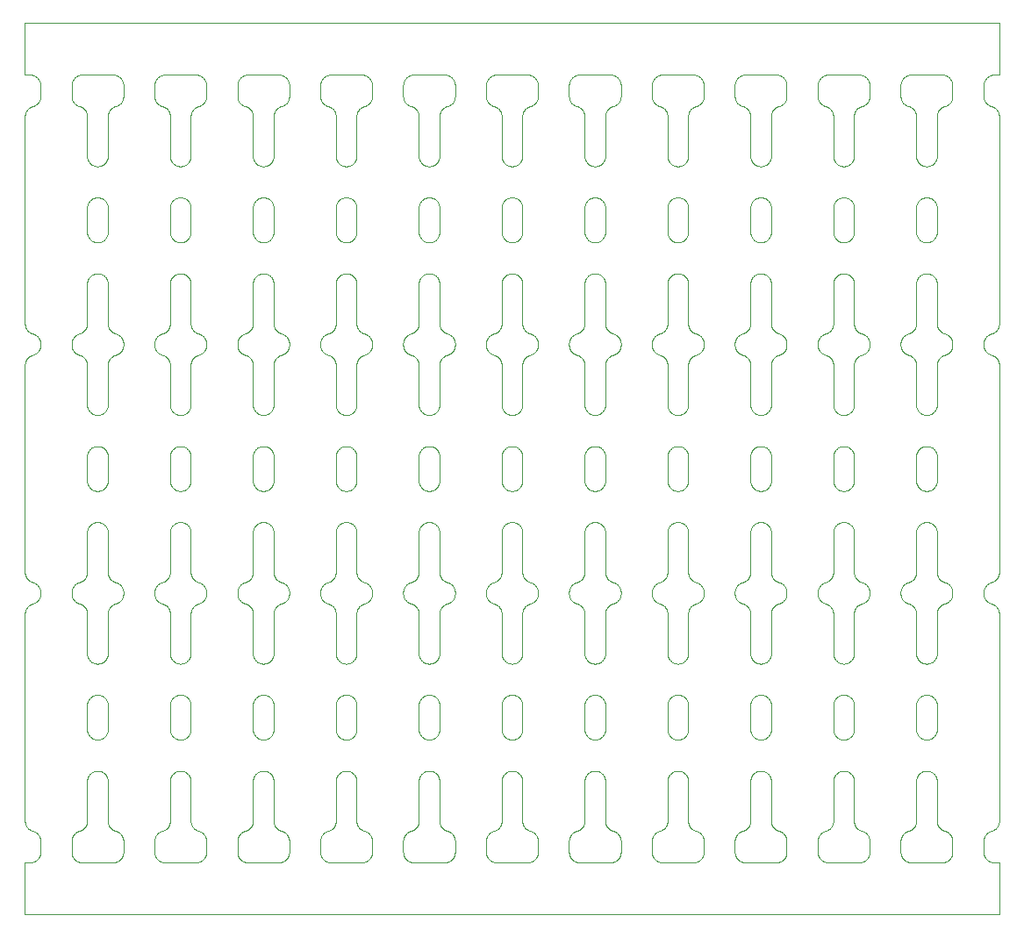
<source format=gbr>
%TF.GenerationSoftware,KiCad,Pcbnew,8.0.2*%
%TF.CreationDate,2024-06-26T22:47:50+07:00*%
%TF.ProjectId,resistor_pitch_15mm_Panel,72657369-7374-46f7-925f-70697463685f,rev?*%
%TF.SameCoordinates,Original*%
%TF.FileFunction,Profile,NP*%
%FSLAX46Y46*%
G04 Gerber Fmt 4.6, Leading zero omitted, Abs format (unit mm)*
G04 Created by KiCad (PCBNEW 8.0.2) date 2024-06-26 22:47:50*
%MOMM*%
%LPD*%
G01*
G04 APERTURE LIST*
%TA.AperFunction,Profile*%
%ADD10C,0.100000*%
%TD*%
G04 APERTURE END LIST*
D10*
X40000962Y-77038484D02*
X40002245Y-77063780D01*
X80119787Y-29474573D02*
X80132079Y-29496719D01*
X28518986Y-78742720D02*
X28529613Y-78695102D01*
X86001204Y-49118098D02*
X86004815Y-49069148D01*
X76575225Y-7444854D02*
X76557766Y-7399296D01*
X48933642Y-54035575D02*
X48977076Y-54057798D01*
X79773010Y-48532773D02*
X79803207Y-48571466D01*
X1275608Y-30305445D02*
X1305472Y-30344027D01*
X45880212Y-56526426D02*
X45867920Y-56504280D01*
X20759048Y-5328440D02*
X20792892Y-5292892D01*
X78001204Y-73118098D02*
X78004815Y-73069148D01*
X5997754Y-53063780D02*
X5999037Y-53038484D01*
X6485896Y-64976104D02*
X6528602Y-64951911D01*
X88158327Y-8460958D02*
X88144929Y-8482453D01*
X77405867Y-77914168D02*
X77428882Y-77903593D01*
X61451622Y-29892439D02*
X61474073Y-29880712D01*
X45891939Y-77452122D02*
X45903093Y-77429382D01*
X52824755Y-31801933D02*
X52789583Y-31768120D01*
X6010823Y-68313897D02*
X6004815Y-68265184D01*
X22118078Y-20638563D02*
X22096010Y-20594722D01*
X70950931Y-40835037D02*
X70999999Y-40833833D01*
X62168530Y-65278262D02*
X62196792Y-65238133D01*
X40186734Y-77581979D02*
X40201726Y-77602394D01*
X77976666Y-8786860D02*
X77970940Y-8762187D01*
X5641554Y-56233736D02*
X5621924Y-56217729D01*
X72617408Y-29924157D02*
X72640930Y-29933552D01*
X22572444Y-48263177D02*
X22617315Y-48243287D01*
X46853268Y-61823009D02*
X46804908Y-61814618D01*
X233236Y-29642054D02*
X249734Y-29661272D01*
X28756101Y-30268367D02*
X28789583Y-30232879D01*
X92939562Y-30108463D02*
X92980624Y-30082114D01*
X81014103Y-80859228D02*
X80971397Y-80883421D01*
X89481013Y-31258279D02*
X89470386Y-31305897D01*
X61891939Y-8548877D02*
X61880212Y-8526426D01*
X87049068Y-40835037D02*
X87098018Y-40838648D01*
X37405867Y-77914168D02*
X37428882Y-77903593D01*
X48049958Y-77311850D02*
X48058150Y-77335817D01*
X69970940Y-8762187D02*
X69964592Y-8737667D01*
X87471397Y-64951911D02*
X87514103Y-64976104D01*
X38365606Y-61606844D02*
X38328440Y-61574784D01*
X40108060Y-77452122D02*
X40119787Y-77474573D01*
X46292892Y-65126726D02*
X46328440Y-65092881D01*
X38485896Y-21024895D02*
X38444429Y-20998636D01*
X23989176Y-73020435D02*
X23995184Y-73069148D01*
X78226989Y-24532773D02*
X78259048Y-24495607D01*
X22444429Y-48335696D02*
X22485896Y-48309437D01*
X37841672Y-53540041D02*
X37855070Y-53518546D01*
X70196792Y-65238133D02*
X70226989Y-65199439D01*
X22528602Y-64951911D02*
X22572444Y-64929843D01*
X87098018Y-24171981D02*
X87146731Y-24177990D01*
X88186734Y-56419020D02*
X88172265Y-56439809D01*
X31941544Y-65496942D02*
X31956940Y-65543547D01*
X46118078Y-65362436D02*
X46142271Y-65319730D01*
X69867919Y-8504280D02*
X69855070Y-8482453D01*
X61287183Y-77958124D02*
X61311350Y-77950541D01*
X77999037Y-53038484D02*
X77999839Y-53006831D01*
X79671559Y-68908118D02*
X79634393Y-68940177D01*
X80249734Y-8339727D02*
X80233236Y-8358945D01*
X8617408Y-8076842D02*
X8594132Y-8086831D01*
X78950931Y-13832628D02*
X78901981Y-13829018D01*
X69697924Y-29716334D02*
X69715834Y-29698424D01*
X62043059Y-48876881D02*
X62058455Y-48830276D01*
X5903093Y-32571617D02*
X5891939Y-32548877D01*
X62168530Y-37389404D02*
X62142271Y-37347936D01*
X38004815Y-49069148D02*
X38010823Y-49020435D01*
X78528602Y-16951911D02*
X78572444Y-16929843D01*
X36759048Y-80673059D02*
X36726989Y-80635893D01*
X71980785Y-44362257D02*
X71970031Y-44410147D01*
X17383299Y-55533148D02*
X17359382Y-55575673D01*
X72439309Y-32172765D02*
X72418520Y-32187234D01*
X13957624Y-56713316D02*
X13950041Y-56689149D01*
X63242980Y-16863802D02*
X63290285Y-16876892D01*
X38029968Y-65590852D02*
X38043059Y-65543547D01*
X76557766Y-78601703D02*
X76575225Y-78556145D01*
X30572444Y-48263177D02*
X30617315Y-48243287D01*
X22118078Y-24695769D02*
X22142271Y-24653063D01*
X69518046Y-8145429D02*
X69496219Y-8132580D01*
X63980785Y-48972075D02*
X63989176Y-49020435D01*
X60899834Y-55864215D02*
X60861535Y-55833990D01*
X24018235Y-8811671D02*
X24013766Y-8836602D01*
X55707107Y-65126726D02*
X55740951Y-65162274D01*
X24503780Y-77868420D02*
X24525926Y-77880712D01*
X86617315Y-72243287D02*
X86663109Y-72225622D01*
X93903093Y-29429382D02*
X93913668Y-29406367D01*
X72172265Y-56439809D02*
X72158327Y-56460958D01*
X16320433Y-29733785D02*
X16339227Y-29750765D01*
X33424774Y-55444854D02*
X33405114Y-55489507D01*
X8000160Y-77006831D02*
X8000962Y-77038484D01*
X46572444Y-24263177D02*
X46617315Y-24243287D01*
X71956940Y-48876881D02*
X71970031Y-48924185D01*
X49442233Y-54601703D02*
X49457449Y-54648059D01*
X30019214Y-72972075D02*
X30029968Y-72924185D01*
X7427555Y-64929843D02*
X7471397Y-64951911D01*
X13539541Y-32158827D02*
X13518046Y-32145429D01*
X86292892Y-72460059D02*
X86328440Y-72426215D01*
X14226989Y-61468226D02*
X14196792Y-61429533D01*
X15903989Y-68594722D02*
X15881921Y-68638563D01*
X42375Y-32713316D02*
X35407Y-32737667D01*
X88233236Y-53642054D02*
X88249734Y-53661272D01*
X65171559Y-80742451D02*
X65134393Y-80774510D01*
X1481013Y-78742720D02*
X1489305Y-78790799D01*
X38096010Y-17406277D02*
X38118078Y-17362436D01*
X77560690Y-29828234D02*
X77581479Y-29813765D01*
X16640930Y-77933552D02*
X16664682Y-77942349D01*
X70168530Y-68722737D02*
X70142271Y-68681269D01*
X23242980Y-69137197D02*
X23195091Y-69147951D01*
X7471397Y-48285245D02*
X7514103Y-48309437D01*
X41500000Y-30936659D02*
X41500000Y-31064340D01*
X62757019Y-37803864D02*
X62709714Y-37790773D01*
X15923879Y-61216517D02*
X15903989Y-61261388D01*
X80797572Y-29981961D02*
X80843783Y-29997611D01*
X63881921Y-61305230D02*
X63857728Y-61347936D01*
X25134393Y-5226989D02*
X25171559Y-5259048D01*
X37970940Y-56762187D02*
X37964592Y-56737667D01*
X45581479Y-32187234D02*
X45560690Y-32172765D01*
X78029968Y-68410147D02*
X78019214Y-68362257D01*
X79000000Y-64833833D02*
X79049068Y-64835037D01*
X86901981Y-45162351D02*
X86853268Y-45156343D01*
X54001204Y-12882901D02*
X54000000Y-12833834D01*
X78617315Y-16909953D02*
X78663109Y-16892289D01*
X80525926Y-8120287D02*
X80503780Y-8132579D01*
X20694527Y-31656972D02*
X20666580Y-31616980D01*
X6853268Y-61823009D02*
X6804908Y-61814618D01*
X52510823Y-5853268D02*
X52519214Y-5804908D01*
X664682Y-77942349D02*
X688649Y-77950541D01*
X70444429Y-41002363D02*
X70485896Y-40976104D01*
X47382684Y-69091046D02*
X47336890Y-69108710D01*
X7427555Y-72263177D02*
X7471397Y-72285245D01*
X12726989Y-5365606D02*
X12759048Y-5328440D01*
X73456940Y-80291785D02*
X73441544Y-80338390D01*
X45999037Y-29038484D02*
X45999839Y-29006831D01*
X53496219Y-77868419D02*
X53518046Y-77855570D01*
X15923879Y-68549850D02*
X15903989Y-68594722D01*
X93287183Y-29958124D02*
X93311350Y-29950541D01*
X40460458Y-77842172D02*
X40481953Y-77855570D01*
X56172265Y-56439809D02*
X56158327Y-56460958D01*
X52694527Y-7656972D02*
X52666580Y-7616980D01*
X86999999Y-61833833D02*
X86950931Y-61832628D01*
X64035407Y-56737667D02*
X64029059Y-56762187D01*
X30485896Y-64976104D02*
X30528602Y-64951911D01*
X13933052Y-56641430D02*
X13923657Y-56617908D01*
X63857728Y-13347936D02*
X63831469Y-13389404D01*
X33138464Y-30167009D02*
X33175244Y-30199066D01*
X37518046Y-8145429D02*
X37496219Y-8132580D01*
X15773010Y-48532773D02*
X15803207Y-48571466D01*
X80302075Y-32284665D02*
X80284165Y-32302575D01*
X9470386Y-31305897D02*
X9457449Y-31352940D01*
X46001204Y-25118098D02*
X46004815Y-25069148D01*
X71740951Y-65162274D02*
X71773010Y-65199439D01*
X16042375Y-77287683D02*
X16049958Y-77311850D01*
X16617408Y-29924157D02*
X16640930Y-29933552D01*
X56049958Y-77311850D02*
X56058150Y-77335817D01*
X29697924Y-56284665D02*
X29679566Y-56267214D01*
X88398105Y-8202226D02*
X88378075Y-8217729D01*
X40119787Y-56526426D02*
X40108060Y-56548877D01*
X30004815Y-65735815D02*
X30010823Y-65687102D01*
X86001204Y-36882901D02*
X86000000Y-36833834D01*
X14118078Y-44638563D02*
X14096010Y-44594722D01*
X64481953Y-8145429D02*
X64460458Y-8158827D01*
X79514103Y-48309437D02*
X79555570Y-48335696D01*
X13262832Y-56035907D02*
X13249346Y-56032416D01*
X87941544Y-24830276D02*
X87956940Y-24876881D01*
X54000000Y-73167165D02*
X54001204Y-73118098D01*
X46617315Y-69091046D02*
X46572444Y-69071156D01*
X7923879Y-37216517D02*
X7903989Y-37261388D01*
X73500000Y-55064340D02*
X73498809Y-55113114D01*
X29970940Y-32762187D02*
X29964592Y-32737667D01*
X79671559Y-65092881D02*
X79707107Y-65126726D01*
X38999999Y-21167166D02*
X38950931Y-21165962D01*
X79471397Y-69049088D02*
X79427555Y-69071156D01*
X7671559Y-65092881D02*
X7707107Y-65126726D01*
X93880212Y-29474573D02*
X93891939Y-29452122D01*
X41305472Y-30344027D02*
X41333419Y-30384019D01*
X15195091Y-16853048D02*
X15242980Y-16863802D01*
X32284165Y-32302575D02*
X32266714Y-32320933D01*
X44861535Y-7833990D02*
X44824755Y-7801933D01*
X69072444Y-5096010D02*
X69117315Y-5076120D01*
X56009931Y-32861639D02*
X56006731Y-32886764D01*
X55098018Y-48171981D02*
X55146731Y-48177990D01*
X63903989Y-61261388D02*
X63881921Y-61305230D01*
X8066947Y-77359569D02*
X8076342Y-77383091D01*
X92576120Y-80384184D02*
X92558455Y-80338390D01*
X8172265Y-77561190D02*
X8186734Y-77581979D01*
X46196792Y-13429533D02*
X46168530Y-13389404D01*
X88086331Y-77406367D02*
X88096906Y-77429382D01*
X70000000Y-73167165D02*
X70001204Y-73118098D01*
X79740951Y-65162274D02*
X79773010Y-65199439D01*
X21560690Y-77828234D02*
X21581479Y-77813765D01*
X78226989Y-41199439D02*
X78259048Y-41162274D01*
X64132079Y-32504280D02*
X64119787Y-32526426D01*
X80549068Y-81000295D02*
X80500000Y-81001500D01*
X53382591Y-8076842D02*
X53359069Y-8067447D01*
X16000962Y-77038484D02*
X16002245Y-77063780D01*
X49060437Y-54108463D02*
X49100165Y-54136784D01*
X38365606Y-72394155D02*
X38404300Y-72363958D01*
X32132079Y-8504280D02*
X32119787Y-8526426D01*
X61976666Y-8786860D02*
X61970940Y-8762187D01*
X37335317Y-56058650D02*
X37311350Y-56050458D01*
X55941544Y-48830276D02*
X55956940Y-48876881D01*
X85733285Y-77680066D02*
X85750265Y-77661272D01*
X60557766Y-54601703D02*
X60575225Y-54556145D01*
X55290285Y-64876892D02*
X55336890Y-64892289D01*
X33489176Y-5853268D02*
X33495184Y-5901981D01*
X48640930Y-53933552D02*
X48664682Y-53942349D01*
X39956940Y-44457452D02*
X39941544Y-44504057D01*
X96906Y-8571617D02*
X86331Y-8594632D01*
X62142271Y-61347936D02*
X62118078Y-61305230D01*
X89489176Y-5853268D02*
X89495184Y-5901981D01*
X45560690Y-53828234D02*
X45581479Y-53813765D01*
X31707107Y-65126726D02*
X31740951Y-65162274D01*
X21891939Y-56548877D02*
X21880212Y-56526426D01*
X22804908Y-37814618D02*
X22757019Y-37803864D01*
X977076Y-30057798D02*
X1019375Y-30082114D01*
X73210416Y-78232879D02*
X73243898Y-78268367D01*
X5560690Y-29828234D02*
X5581479Y-29813765D01*
X69999999Y-33006833D02*
X69999839Y-32994168D01*
X37855070Y-53518546D02*
X37867919Y-53496719D01*
X71923879Y-37216517D02*
X71903989Y-37261388D01*
X201726Y-77602394D02*
X217229Y-77622424D01*
X57210416Y-7768120D02*
X57175244Y-7801933D01*
X31995184Y-12931851D02*
X31989176Y-12980564D01*
X13518046Y-53855570D02*
X13539541Y-53842172D01*
X72158327Y-77540041D02*
X72172265Y-77561190D01*
X65331469Y-80557070D02*
X65303207Y-80597199D01*
X12899834Y-31864215D02*
X12861535Y-31833990D01*
X64006731Y-53114235D02*
X64009931Y-53139360D01*
X13359069Y-8067447D02*
X13335317Y-8058650D01*
X8418520Y-77813765D02*
X8439309Y-77828234D01*
X41424774Y-78556145D02*
X41442233Y-78601703D01*
X5451622Y-8108560D02*
X5428882Y-8097406D01*
X69382591Y-53924157D02*
X69405867Y-53914168D01*
X15903989Y-48739611D02*
X15923879Y-48784482D01*
X44865606Y-80774510D02*
X44828440Y-80742451D01*
X70043059Y-61124118D02*
X70029968Y-61076814D01*
X14168530Y-13389404D02*
X14142271Y-13347936D01*
X39514103Y-61691562D02*
X39471397Y-61715754D01*
X45641554Y-77767263D02*
X45660772Y-77750765D01*
X61202427Y-53981961D02*
X61249346Y-53968583D01*
X54118078Y-37305230D02*
X54096010Y-37261388D01*
X81456940Y-80291785D02*
X81441544Y-80338390D01*
X76985896Y-80859228D02*
X76944429Y-80832969D01*
X30029968Y-68410147D02*
X30019214Y-68362257D01*
X44694527Y-78344027D02*
X44724391Y-78305445D01*
X13941849Y-8665182D02*
X13933052Y-8641430D01*
X41498809Y-78887885D02*
X41500000Y-78936659D01*
X89100165Y-54136784D02*
X89138464Y-54167009D01*
X61660772Y-77750765D02*
X61679566Y-77733785D01*
X38617315Y-24243287D02*
X38663109Y-24225622D01*
X52939562Y-7892536D02*
X52899834Y-7864215D01*
X86365606Y-13606844D02*
X86328440Y-13574784D01*
X63881921Y-24695769D02*
X63903989Y-24739611D01*
X32172265Y-53561190D02*
X32186734Y-53581979D01*
X17481013Y-78742720D02*
X17489305Y-78790799D01*
X57424774Y-31444854D02*
X57405114Y-31489507D01*
X87471397Y-48285245D02*
X87514103Y-48309437D01*
X21496219Y-56132579D02*
X21474073Y-56120287D01*
X44904300Y-5196792D02*
X44944429Y-5168530D01*
X44899834Y-55864215D02*
X44861535Y-55833990D01*
X77405867Y-8086831D02*
X77382591Y-8076842D01*
X31195091Y-72186381D02*
X31242980Y-72197135D01*
X47857728Y-37347936D02*
X47831469Y-37389404D01*
X61287183Y-32042875D02*
X61262832Y-32035907D01*
X15427555Y-72263177D02*
X15471397Y-72285245D01*
X25275608Y-30305445D02*
X25305472Y-30344027D01*
X30757019Y-45137197D02*
X30709714Y-45124107D01*
X398105Y-56202226D02*
X378075Y-56217729D01*
X46444429Y-20998636D02*
X46404300Y-20970374D01*
X16750653Y-77968583D02*
X16797572Y-77981961D01*
X78058455Y-17496942D02*
X78076120Y-17451149D01*
X37970940Y-53238812D02*
X37976666Y-53214139D01*
X15514103Y-37691562D02*
X15471397Y-37715754D01*
X60724391Y-7695554D02*
X60694527Y-7656972D01*
X40158327Y-77540041D02*
X40172265Y-77561190D01*
X23427555Y-21071156D02*
X23382684Y-21091046D01*
X79740951Y-17162274D02*
X79773010Y-17199439D01*
X62444429Y-24335696D02*
X62485896Y-24309437D01*
X22196792Y-37429533D02*
X22168530Y-37389404D01*
X9931Y-77139360D02*
X13766Y-77164397D01*
X73100165Y-7864215D02*
X73060437Y-7892536D01*
X80000000Y-36833834D02*
X79998795Y-36882901D01*
X12944429Y-5168530D02*
X12985896Y-5142271D01*
X71998795Y-68216235D02*
X71995184Y-68265184D01*
X63049068Y-16835037D02*
X63098018Y-16838648D01*
X1500000Y-31064340D02*
X1498809Y-31113114D01*
X76724391Y-54305445D02*
X76756101Y-54268367D01*
X55595699Y-37637041D02*
X55555570Y-37665303D01*
X36939562Y-55892536D02*
X36899834Y-55864215D01*
X64302075Y-32284665D02*
X64284165Y-32302575D01*
X37880212Y-77474573D02*
X37891939Y-77452122D01*
X88119787Y-32526426D02*
X88108060Y-32548877D01*
X46804908Y-61814618D02*
X46757019Y-61803864D01*
X53891939Y-32548877D02*
X53880212Y-32526426D01*
X33500000Y-5999999D02*
X33500000Y-7064340D01*
X72843783Y-29997611D02*
X72889176Y-30015497D01*
X25243898Y-31732632D02*
X25210416Y-31768120D01*
X44899834Y-78136784D02*
X44939562Y-78108463D01*
X88525926Y-56120287D02*
X88503780Y-56132579D01*
X5209714Y-5043059D02*
X5257019Y-5029968D01*
X47098018Y-16838648D02*
X47146731Y-16844656D01*
X84789583Y-7768120D02*
X84756101Y-7732632D01*
X36510694Y-78790799D02*
X36518986Y-78742720D01*
X60824755Y-30199066D02*
X60861535Y-30167009D01*
X37209714Y-5043059D02*
X37257019Y-5029968D01*
X14118078Y-72695769D02*
X14142271Y-72653063D01*
X55881921Y-13305230D02*
X55857728Y-13347936D01*
X44504757Y-31161773D02*
X44501190Y-31113114D01*
X8144929Y-77518546D02*
X8158327Y-77540041D01*
X55290285Y-40876892D02*
X55336890Y-40892289D01*
X6528602Y-45049088D02*
X6485896Y-45024895D01*
X37990068Y-32861639D02*
X37986233Y-32836602D01*
X20861535Y-54167009D02*
X20899834Y-54136784D01*
X30142271Y-20681269D02*
X30118078Y-20638563D01*
X47146731Y-69156343D02*
X47098018Y-69162351D01*
X32000000Y-49167165D02*
X32000000Y-52994166D01*
X4899834Y-54136784D02*
X4939562Y-54108463D01*
X30076120Y-37216517D02*
X30058455Y-37170723D01*
X16000000Y-28994166D02*
X16000160Y-29006831D01*
X45993268Y-8886764D02*
X45990068Y-8861639D01*
X93581479Y-77813765D02*
X93601894Y-77798773D01*
X49500000Y-80001500D02*
X49498795Y-80050568D01*
X24066947Y-29359569D02*
X24076342Y-29383091D01*
X71773010Y-44801560D02*
X71740951Y-44838725D01*
X61715834Y-8302575D02*
X61697924Y-8284665D01*
X15857728Y-61347936D02*
X15831469Y-61389404D01*
X17383299Y-54467851D02*
X17405114Y-54511492D01*
X12899834Y-78136784D02*
X12939562Y-78108463D01*
X40617408Y-53924157D02*
X40640930Y-53933552D01*
X30663109Y-64892289D02*
X30709714Y-64876892D01*
X86404300Y-20970374D02*
X86365606Y-20940177D01*
X33275608Y-54305445D02*
X33305472Y-54344027D01*
X8284165Y-77698424D02*
X8302075Y-77716334D01*
X46485896Y-72309437D02*
X46528602Y-72285245D01*
X12789583Y-55768120D02*
X12756101Y-55732632D01*
X39941544Y-68504057D02*
X39923879Y-68549850D01*
X32009931Y-53139360D02*
X32013766Y-53164397D01*
X15427555Y-13737822D02*
X15382684Y-13757712D01*
X46328440Y-41092881D02*
X46365606Y-41060822D01*
X54328440Y-44908118D02*
X54292892Y-44874273D01*
X23333Y-8786861D02*
X18235Y-8811671D01*
X6528602Y-61715754D02*
X6485896Y-61691562D01*
X62572444Y-40929843D02*
X62617315Y-40909953D01*
X93359069Y-29933552D02*
X93382591Y-29924157D01*
X87980785Y-68362257D02*
X87970031Y-68410147D01*
X53981764Y-8811671D02*
X53976666Y-8786861D01*
X23333Y-77214139D02*
X29059Y-77238812D01*
X32018235Y-8811671D02*
X32013766Y-8836602D01*
X48320433Y-53733785D02*
X48339227Y-53750765D01*
X54196792Y-72571466D02*
X54226989Y-72532773D01*
X70029968Y-17590852D02*
X70043059Y-17543547D01*
X79471397Y-45049088D02*
X79427555Y-45071156D01*
X63998795Y-12882901D02*
X63995184Y-12931851D01*
X23956940Y-17543547D02*
X23970031Y-17590852D01*
X55970031Y-68410147D02*
X55956940Y-68457452D01*
X32158327Y-77540041D02*
X32172265Y-77561190D01*
X85976666Y-56786860D02*
X85970940Y-56762187D01*
X31146731Y-72177990D02*
X31195091Y-72186381D01*
X72500000Y-5000000D02*
X72549068Y-5001204D01*
X72439309Y-8172765D02*
X72418520Y-8187234D01*
X56664682Y-29942349D02*
X56688649Y-29950541D01*
X69679566Y-53733785D02*
X69697924Y-53716334D01*
X5782770Y-29622424D02*
X5798273Y-29602394D01*
X41470386Y-54695102D02*
X41481013Y-54742720D01*
X8023333Y-56786861D02*
X8018235Y-56811671D01*
X45539541Y-29842172D02*
X45560690Y-29828234D01*
X61660772Y-29750765D02*
X61679566Y-29733785D01*
X22328440Y-68908118D02*
X22292892Y-68874273D01*
X85451622Y-56108560D02*
X85428882Y-56097406D01*
X38118078Y-68638563D02*
X38096010Y-68594722D01*
X37913668Y-8594632D02*
X37903093Y-8571617D01*
X52501190Y-31113114D02*
X52500000Y-31064340D01*
X63989176Y-65687102D02*
X63995184Y-65735815D01*
X30404300Y-20970374D02*
X30365606Y-20940177D01*
X79514103Y-21024895D02*
X79471397Y-21049088D01*
X48002245Y-32937219D02*
X48000962Y-32962515D01*
X23049068Y-48168371D02*
X23098018Y-48171981D01*
X77539541Y-32158827D02*
X77518046Y-32145429D01*
X28980624Y-7918885D02*
X28939562Y-7892536D01*
X69499999Y-81001500D02*
X69450931Y-81000295D01*
X65470031Y-80244480D02*
X65456940Y-80291785D01*
X70444429Y-68998636D02*
X70404300Y-68970374D01*
X65480785Y-80196591D02*
X65470031Y-80244480D01*
X76594885Y-7489507D02*
X76575225Y-7444854D01*
X56058150Y-53335817D02*
X56066947Y-53359569D01*
X20724391Y-78305445D02*
X20756101Y-78268367D01*
X85941849Y-53335817D02*
X85950041Y-53311850D01*
X61750265Y-77661272D02*
X61766763Y-77642054D01*
X13428882Y-53903593D02*
X13451622Y-53892439D01*
X77257019Y-5029968D02*
X77304908Y-5019214D01*
X16172265Y-29561190D02*
X16186734Y-29581979D01*
X64119787Y-32526426D02*
X64108060Y-32548877D01*
X87923879Y-65451149D02*
X87941544Y-65496942D01*
X62010823Y-65687102D02*
X62019214Y-65638742D01*
X87998795Y-17784764D02*
X88000000Y-17833832D01*
X61560690Y-56172765D02*
X61539541Y-56158827D01*
X77249346Y-32032416D02*
X77202427Y-32019038D01*
X40217229Y-56378575D02*
X40201726Y-56398605D01*
X89331469Y-5444429D02*
X89357728Y-5485896D01*
X14292892Y-44874273D02*
X14259048Y-44838725D01*
X70901981Y-37829018D02*
X70853268Y-37823009D01*
X13641554Y-53767263D02*
X13660772Y-53750765D01*
X62076120Y-68549850D02*
X62058455Y-68504057D01*
X48594132Y-8086831D02*
X48571117Y-8097406D01*
X45933052Y-32641430D02*
X45923657Y-32617908D01*
X72029059Y-29238812D02*
X72035407Y-29263332D01*
X87707107Y-68874273D02*
X87671559Y-68908118D01*
X5353268Y-80990676D02*
X5304908Y-80982285D01*
X39290285Y-40876892D02*
X39336890Y-40892289D01*
X81457449Y-7352940D02*
X81442233Y-7399296D01*
X29841672Y-8460958D02*
X29827734Y-8439809D01*
X52666580Y-78384019D02*
X52694527Y-78344027D01*
X29999037Y-32962515D02*
X29997754Y-32937219D01*
X78058455Y-44504057D02*
X78043059Y-44457452D01*
X72688649Y-32050458D02*
X72664682Y-32058650D01*
X78196792Y-13429533D02*
X78168530Y-13389404D01*
X71634393Y-44940177D02*
X71595699Y-44970374D01*
X14096010Y-72739611D02*
X14118078Y-72695769D01*
X55980785Y-17638742D02*
X55989176Y-17687102D01*
X6365606Y-65060822D02*
X6404300Y-65030625D01*
X39098018Y-72171981D02*
X39146731Y-72177990D01*
X5405867Y-29914168D02*
X5428882Y-29903593D01*
X85997754Y-32937219D02*
X85995831Y-32911963D01*
X23333Y-32786861D02*
X18235Y-32811671D01*
X12724391Y-7695554D02*
X12694527Y-7656972D01*
X33060437Y-55892536D02*
X33019375Y-55918885D01*
X39382684Y-24243287D02*
X39427555Y-24263177D01*
X32002245Y-29063780D02*
X32004168Y-29089036D01*
X69405867Y-32086831D02*
X69382591Y-32076842D01*
X61957624Y-8713316D02*
X61950041Y-8689149D01*
X33303207Y-80597199D02*
X33273010Y-80635893D01*
X8042375Y-53287683D02*
X8049958Y-53311850D01*
X87000000Y-16833833D02*
X87049068Y-16835037D01*
X39980785Y-68362257D02*
X39970031Y-68410147D01*
X92575225Y-55444854D02*
X92557766Y-55399296D01*
X47980785Y-13028924D02*
X47970031Y-13076814D01*
X71471397Y-40951911D02*
X71514103Y-40976104D01*
X38004815Y-36931851D02*
X38001204Y-36882901D01*
X45782770Y-53622424D02*
X45798273Y-53602394D01*
X85450931Y-81000295D02*
X85401981Y-80996684D01*
X64750653Y-29968583D02*
X64797572Y-29981961D01*
X71290285Y-21124107D02*
X71242980Y-21137197D01*
X16004168Y-8911963D02*
X16002245Y-8937219D01*
X24302075Y-77716334D02*
X24320433Y-77733785D01*
X4504815Y-80099518D02*
X4501204Y-80050568D01*
X85913668Y-29406367D02*
X85923657Y-29383091D01*
X48503780Y-8132580D02*
X48481953Y-8145429D01*
X13621924Y-77783270D02*
X13641554Y-77767263D01*
X7989176Y-12980564D02*
X7980785Y-13028924D01*
X30004815Y-49069148D02*
X30010823Y-49020435D01*
X38757019Y-16863802D02*
X38804908Y-16853048D01*
X63941544Y-37170723D02*
X63923879Y-37216517D01*
X47970031Y-44410147D02*
X47956940Y-44457452D01*
X22485896Y-24309437D02*
X22528602Y-24285245D01*
X30118078Y-44638563D02*
X30096010Y-44594722D01*
X61474073Y-32120287D02*
X61451622Y-32108560D01*
X53798273Y-53602394D02*
X53813265Y-53581979D01*
X54853268Y-40844656D02*
X54901981Y-40838648D01*
X36616700Y-78467851D02*
X36640617Y-78425326D01*
X73303207Y-5404300D02*
X73331469Y-5444429D01*
X24186734Y-77581979D02*
X24201726Y-77602394D01*
X88217229Y-8378575D02*
X88201726Y-8398605D01*
X69539541Y-56158827D02*
X69518046Y-56145429D01*
X77660772Y-8250234D02*
X77641554Y-8233736D01*
X45913668Y-77406367D02*
X45923657Y-77383091D01*
X5995831Y-56911963D02*
X5993268Y-56886764D01*
X69813265Y-56419020D02*
X69798273Y-56398605D01*
X71923879Y-65451149D02*
X71941544Y-65496942D01*
X88042375Y-32713316D02*
X88035407Y-32737667D01*
X85867920Y-53496719D02*
X85880212Y-53474573D01*
X29990068Y-8861639D02*
X29986233Y-8836602D01*
X88172265Y-29561190D02*
X88186734Y-29581979D01*
X92640617Y-78425326D02*
X92666580Y-78384019D01*
X24000160Y-8994168D02*
X24000000Y-9006833D01*
X87707107Y-48460059D02*
X87740951Y-48495607D01*
X60694527Y-78344027D02*
X60724391Y-78305445D01*
X72525926Y-77880712D02*
X72548377Y-77892439D01*
X56889176Y-30015497D02*
X56933642Y-30035575D01*
X72158327Y-8460958D02*
X72144929Y-8482453D01*
X46076120Y-17451149D02*
X46096010Y-17406277D01*
X13304908Y-80982285D02*
X13257019Y-80971531D01*
X79970031Y-65590852D02*
X79980785Y-65638742D01*
X30259048Y-44838725D02*
X30226989Y-44801560D01*
X76828440Y-5259048D02*
X76865606Y-5226989D01*
X32617408Y-53924157D02*
X32640930Y-53933552D01*
X15941544Y-13170723D02*
X15923879Y-13216517D01*
X68501190Y-31113114D02*
X68500000Y-31064340D01*
X46572444Y-69071156D02*
X46528602Y-69049088D01*
X31773010Y-72532773D02*
X31803207Y-72571466D01*
X46058455Y-20504057D02*
X46043059Y-20457452D01*
X63989176Y-44313897D02*
X63980785Y-44362257D01*
X7998795Y-36882901D02*
X7995184Y-36931851D01*
X69601894Y-77798773D02*
X69621924Y-77783270D01*
X29999999Y-57006833D02*
X29999839Y-56994168D01*
X73333419Y-54384019D02*
X73359382Y-54425326D01*
X45970940Y-8762187D02*
X45964592Y-8737667D01*
X88000160Y-29006831D02*
X88000962Y-29038484D01*
X72548377Y-53892439D02*
X72571117Y-53903593D01*
X69660772Y-77750765D02*
X69679566Y-77733785D01*
X15956940Y-17543547D02*
X15970031Y-17590852D01*
X47831469Y-13389404D02*
X47803207Y-13429533D01*
X46404300Y-44970374D02*
X46365606Y-44940177D01*
X41405114Y-7489507D02*
X41383299Y-7533148D01*
X80598018Y-80996684D02*
X80549068Y-81000295D01*
X85311350Y-77950541D02*
X85335317Y-77942349D01*
X21405867Y-77914168D02*
X21428882Y-77903593D01*
X71427555Y-16929843D02*
X71471397Y-16951911D01*
X55000000Y-24167166D02*
X55049068Y-24168371D01*
X40889176Y-7985502D02*
X40843783Y-8003388D01*
X44510694Y-7210200D02*
X44504757Y-7161773D01*
X65333419Y-7616980D02*
X65305472Y-7656972D01*
X55941544Y-17496942D02*
X55956940Y-17543547D01*
X39555570Y-37665303D02*
X39514103Y-37691562D01*
X52756101Y-31732632D02*
X52724391Y-31695554D01*
X7290285Y-72210226D02*
X7336890Y-72225622D01*
X78142271Y-24653063D02*
X78168530Y-24611595D01*
X70804908Y-16853048D02*
X70853268Y-16844656D01*
X62196792Y-20762866D02*
X62168530Y-20722737D01*
X86043059Y-24876881D02*
X86058455Y-24830276D01*
X16086331Y-32594632D02*
X16076342Y-32617908D01*
X8594132Y-8086831D02*
X8571117Y-8097406D01*
X60510694Y-78790799D02*
X60518986Y-78742720D01*
X737167Y-77965092D02*
X750653Y-77968583D01*
X64737167Y-56035907D02*
X64712816Y-56042875D01*
X80737167Y-29965092D02*
X80750653Y-29968583D01*
X73275608Y-55695554D02*
X73243898Y-55732632D01*
X8249734Y-56339727D02*
X8233236Y-56358945D01*
X48460458Y-56158827D02*
X48439309Y-56172765D01*
X54365606Y-37606844D02*
X54328440Y-37574784D01*
X45827734Y-56439809D02*
X45813265Y-56419020D01*
X44558455Y-5663109D02*
X44576120Y-5617315D01*
X68939562Y-78108463D02*
X68980624Y-78082114D01*
X93499999Y-5000000D02*
X93987727Y-5000000D01*
X36789583Y-54232879D02*
X36824755Y-54199066D01*
X29641554Y-32233736D02*
X29621924Y-32217729D01*
X37601894Y-32202226D02*
X37581479Y-32187234D01*
X30118078Y-41362436D02*
X30142271Y-41319730D01*
X86663109Y-61775377D02*
X86617315Y-61757712D01*
X73381921Y-80472897D02*
X73357728Y-80515603D01*
X68510694Y-31210200D02*
X68504757Y-31161773D01*
X56233236Y-53642054D02*
X56249734Y-53661272D01*
X5335317Y-56058650D02*
X5311350Y-56050458D01*
X16058150Y-53335817D02*
X16066947Y-53359569D01*
X72086331Y-53406367D02*
X72096906Y-53429382D01*
X13601894Y-8202226D02*
X13581479Y-8187234D01*
X16378075Y-29783270D02*
X16398105Y-29798773D01*
X481953Y-8145429D02*
X460458Y-8158827D01*
X39956940Y-41543547D02*
X39970031Y-41590852D01*
X20985896Y-5142271D02*
X21028602Y-5118078D01*
X64266714Y-32320933D02*
X64249734Y-32339727D01*
X77621924Y-8217729D02*
X77601894Y-8202226D01*
X73442233Y-55399296D02*
X73424774Y-55444854D01*
X31995184Y-68265184D02*
X31989176Y-68313897D01*
X46043059Y-20457452D02*
X46029968Y-20410147D01*
X73498809Y-54887885D02*
X73500000Y-54936659D01*
X68542550Y-78648059D02*
X68557766Y-78601703D01*
X93993268Y-77114235D02*
X93995831Y-77089036D01*
X63980785Y-17638742D02*
X63989176Y-17687102D01*
X80233236Y-8358945D02*
X80217229Y-8378575D01*
X93660772Y-32250234D02*
X93641554Y-32233736D01*
X88712816Y-53958124D02*
X88737167Y-53965092D01*
X14663109Y-48225622D02*
X14709714Y-48210226D01*
X85841672Y-53540041D02*
X85855070Y-53518546D01*
X65175244Y-54199066D02*
X65210416Y-54232879D01*
X22950931Y-24168371D02*
X22999999Y-24167166D01*
X77999839Y-29006831D02*
X77999999Y-28994166D01*
X16201726Y-29602394D02*
X16217229Y-29622424D01*
X80266714Y-53680066D02*
X80284165Y-53698424D01*
X62096010Y-44594722D02*
X62076120Y-44549850D01*
X4756101Y-55732632D02*
X4724391Y-55695554D01*
X78853268Y-21156343D02*
X78804908Y-21147951D01*
X64029059Y-53238812D02*
X64035407Y-53263332D01*
X63336890Y-40892289D02*
X63382684Y-40909953D01*
X23998795Y-36882901D02*
X23995184Y-36931851D01*
X16358445Y-56233736D02*
X16339227Y-56250234D01*
X54000000Y-44167167D02*
X54000000Y-41833832D01*
X12694527Y-54344027D02*
X12724391Y-54305445D01*
X44759048Y-5328440D02*
X44792892Y-5292892D01*
X53782770Y-77622424D02*
X53798273Y-77602394D01*
X78757019Y-24197135D02*
X78804908Y-24186381D01*
X46404300Y-24363958D02*
X46444429Y-24335696D01*
X8108060Y-8548877D02*
X8096906Y-8571617D01*
X38901981Y-64838648D02*
X38950931Y-64835037D01*
X37995831Y-8911963D02*
X37993268Y-8886764D01*
X47881921Y-68638563D02*
X47857728Y-68681269D01*
X56302075Y-29716334D02*
X56320433Y-29733785D01*
X68899834Y-7864215D02*
X68861535Y-7833990D01*
X55923879Y-44549850D02*
X55903989Y-44594722D01*
X32302075Y-53716334D02*
X32320433Y-53733785D01*
X31098018Y-61829018D02*
X31049068Y-61832628D01*
X47941544Y-72830276D02*
X47956940Y-72876881D01*
X54096010Y-48739611D02*
X54118078Y-48695769D01*
X7970031Y-65590852D02*
X7980785Y-65638742D01*
X47970031Y-17590852D02*
X47980785Y-17638742D01*
X63098018Y-45162351D02*
X63049068Y-45165962D01*
X460458Y-29842172D02*
X481953Y-29855570D01*
X64548377Y-32108560D02*
X64525926Y-32120287D01*
X22043059Y-41543547D02*
X22058455Y-41496942D01*
X46709714Y-37790773D02*
X46663109Y-37775377D01*
X85964592Y-56737667D02*
X85957624Y-56713316D01*
X40339227Y-29750765D02*
X40358445Y-29767263D01*
X77518046Y-77855570D02*
X77539541Y-77842172D01*
X48049958Y-29311850D02*
X48058150Y-29335817D01*
X87980785Y-20362257D02*
X87970031Y-20410147D01*
X23995184Y-12931851D02*
X23989176Y-12980564D01*
X17500000Y-54936659D02*
X17500000Y-55064340D01*
X8233236Y-8358945D02*
X8217229Y-8378575D01*
X33470031Y-5757019D02*
X33480785Y-5804908D01*
X72233236Y-53642054D02*
X72249734Y-53661272D01*
X60510823Y-5853268D02*
X60519214Y-5804908D01*
X64664682Y-32058650D02*
X64640930Y-32067447D01*
X93496219Y-77868419D02*
X93518046Y-77855570D01*
X41500000Y-54936659D02*
X41500000Y-55064340D01*
X30118078Y-13305230D02*
X30096010Y-13261388D01*
X30617315Y-61757712D02*
X30572444Y-61737822D01*
X53581479Y-32187234D02*
X53560690Y-32172765D01*
X77867919Y-56504280D02*
X77855070Y-56482453D01*
X24503780Y-8132580D02*
X24481953Y-8145429D01*
X78572444Y-64929843D02*
X78617315Y-64909953D01*
X64398105Y-32202226D02*
X64378075Y-32217729D01*
X30528602Y-61715754D02*
X30485896Y-61691562D01*
X13970940Y-32762187D02*
X13964592Y-32737667D01*
X71595699Y-13637041D02*
X71555570Y-13665303D01*
X39049068Y-45165962D02*
X39000000Y-45167166D01*
X13750265Y-8339727D02*
X13733285Y-8320933D01*
X62404300Y-20970374D02*
X62365606Y-20940177D01*
X16927555Y-5096010D02*
X16971397Y-5118078D01*
X8049958Y-53311850D02*
X8058150Y-53335817D01*
X54168530Y-37389404D02*
X54142271Y-37347936D01*
X36576120Y-80384184D02*
X36558455Y-80338390D01*
X71831469Y-48611595D02*
X71857728Y-48653063D01*
X47595699Y-72363958D02*
X47634393Y-72394155D01*
X72000000Y-65833832D02*
X72000000Y-68167167D01*
X14572444Y-21071156D02*
X14528602Y-21049088D01*
X46226989Y-20801560D02*
X46196792Y-20762866D01*
X62444429Y-68998636D02*
X62404300Y-68970374D01*
X78572444Y-21071156D02*
X78528602Y-21049088D01*
X23903989Y-20594722D02*
X23881921Y-20638563D01*
X17470386Y-30695102D02*
X17481013Y-30742720D01*
X70043059Y-13124118D02*
X70029968Y-13076814D01*
X76618078Y-5528602D02*
X76642271Y-5485896D01*
X57424774Y-55444854D02*
X57405114Y-55489507D01*
X31634393Y-17060822D02*
X31671559Y-17092881D01*
X69999839Y-32994168D02*
X69999037Y-32962515D01*
X29496219Y-77868419D02*
X29518046Y-77855570D01*
X13066357Y-55965424D02*
X13022923Y-55943201D01*
X29028602Y-5118078D02*
X29072444Y-5096010D01*
X77903093Y-53429382D02*
X77913668Y-53406367D01*
X56000000Y-33006833D02*
X56000000Y-36833834D01*
X6196792Y-37429533D02*
X6168530Y-37389404D01*
X80172265Y-56439809D02*
X80158327Y-56460958D01*
X77970940Y-77238812D02*
X77976666Y-77214139D01*
X62617315Y-72243287D02*
X62663109Y-72225622D01*
X22168530Y-41278262D02*
X22196792Y-41238133D01*
X47514103Y-13691562D02*
X47471397Y-13715754D01*
X78804908Y-40853048D02*
X78853268Y-40844656D01*
X38058455Y-44504057D02*
X38043059Y-44457452D01*
X52668530Y-5444429D02*
X52696792Y-5404300D01*
X73175244Y-54199066D02*
X73210416Y-54232879D01*
X65014103Y-80859228D02*
X64971397Y-80883421D01*
X49305472Y-55656972D02*
X49275608Y-55695554D01*
X53986233Y-8836602D02*
X53981764Y-8811671D01*
X21970940Y-53238812D02*
X21976666Y-53214139D01*
X23881921Y-41362436D02*
X23903989Y-41406277D01*
X6444429Y-48335696D02*
X6485896Y-48309437D01*
X71098018Y-21162351D02*
X71049068Y-21165962D01*
X71098018Y-24171981D02*
X71146731Y-24177990D01*
X8320433Y-29733785D02*
X8339227Y-29750765D01*
X1171559Y-5259048D02*
X1207107Y-5292892D01*
X1210416Y-30232879D02*
X1243898Y-30268367D01*
X81305472Y-78344027D02*
X81333419Y-78384019D01*
X23555570Y-68998636D02*
X23514103Y-69024895D01*
X79773010Y-61468226D02*
X79740951Y-61505392D01*
X24186734Y-56419020D02*
X24172265Y-56439809D01*
X38404300Y-44970374D02*
X38365606Y-44940177D01*
X6142271Y-61347936D02*
X6118078Y-61305230D01*
X32108060Y-29452122D02*
X32119787Y-29474573D01*
X30196792Y-72571466D02*
X30226989Y-72532773D01*
X13428882Y-32097406D02*
X13405867Y-32086831D01*
X54001204Y-68216235D02*
X54000000Y-68167167D01*
X47634393Y-48394155D02*
X47671559Y-48426215D01*
X53957624Y-77287683D02*
X53964592Y-77263332D01*
X8548377Y-32108560D02*
X8525926Y-32120287D01*
X4865606Y-80774510D02*
X4828440Y-80742451D01*
X73243898Y-78268367D02*
X73275608Y-78305445D01*
X12939562Y-54108463D02*
X12980624Y-54082114D01*
X77601894Y-8202226D02*
X77581479Y-8187234D01*
X571117Y-53903593D02*
X594132Y-53914168D01*
X63146731Y-13823009D02*
X63098018Y-13829018D01*
X56000000Y-41833832D02*
X56000000Y-44167167D01*
X63555570Y-68998636D02*
X63514103Y-69024895D01*
X44518986Y-54742720D02*
X44529613Y-54695102D01*
X86001204Y-73118098D02*
X86004815Y-73069148D01*
X65441544Y-80338390D02*
X65423879Y-80384184D01*
X78901981Y-37829018D02*
X78853268Y-37823009D01*
X71336890Y-69108710D02*
X71290285Y-69124107D01*
X70000000Y-65833832D02*
X70001204Y-65784764D01*
X31242980Y-69137197D02*
X31195091Y-69147951D01*
X49481013Y-30742720D02*
X49489305Y-30790799D01*
X63995184Y-25069148D02*
X63998795Y-25118098D01*
X30365606Y-65060822D02*
X30404300Y-65030625D01*
X21981764Y-8811671D02*
X21976666Y-8786861D01*
X72378075Y-77783270D02*
X72398105Y-77798773D01*
X38259048Y-61505392D02*
X38226989Y-61468226D01*
X45923657Y-29383091D02*
X45933052Y-29359569D01*
X69750265Y-29661272D02*
X69766763Y-29642054D01*
X13995831Y-8911963D02*
X13993268Y-8886764D01*
X25100165Y-54136784D02*
X25138464Y-54167009D01*
X38292892Y-17126726D02*
X38328440Y-17092881D01*
X9138464Y-54167009D02*
X9175244Y-54199066D01*
X47980785Y-72972075D02*
X47989176Y-73020435D01*
X73470386Y-55305897D02*
X73457449Y-55352940D01*
X1210416Y-7768120D02*
X1175244Y-7801933D01*
X69990068Y-29139360D02*
X69993268Y-29114235D01*
X81481013Y-7258279D02*
X81470386Y-7305897D01*
X47290285Y-61790773D02*
X47242980Y-61803864D01*
X60575225Y-7444854D02*
X60557766Y-7399296D01*
X29995831Y-8911963D02*
X29993268Y-8886764D01*
X32108060Y-77452122D02*
X32119787Y-77474573D01*
X80843783Y-32003388D02*
X80797572Y-32019038D01*
X22444429Y-65002363D02*
X22485896Y-64976104D01*
X33019375Y-78082114D02*
X33060437Y-78108463D01*
X63555570Y-20998636D02*
X63514103Y-21024895D01*
X62528602Y-61715754D02*
X62485896Y-61691562D01*
X92616700Y-30467851D02*
X92640617Y-30425326D01*
X15290285Y-24210226D02*
X15336890Y-24225622D01*
X29999999Y-9006833D02*
X29999839Y-8994168D01*
X89060437Y-30108463D02*
X89100165Y-30136784D01*
X69353268Y-5010823D02*
X69401981Y-5004815D01*
X64004168Y-56911963D02*
X64002245Y-56937219D01*
X63989176Y-20313897D02*
X63980785Y-20362257D01*
X62000000Y-36833834D02*
X62000000Y-33006833D01*
X56598018Y-5004815D02*
X56646731Y-5010823D01*
X55881921Y-37305230D02*
X55857728Y-37347936D01*
X64503780Y-8132580D02*
X64481953Y-8145429D01*
X48000000Y-68167167D02*
X47998795Y-68216235D01*
X69202427Y-32019038D02*
X69156216Y-32003388D01*
X53798273Y-32398605D02*
X53782770Y-32378575D01*
X39803207Y-17238133D02*
X39831469Y-17278262D01*
X88977076Y-78057798D02*
X89019375Y-78082114D01*
X29999037Y-29038484D02*
X29999839Y-29006831D01*
X39903989Y-13261388D02*
X39881921Y-13305230D01*
X21405867Y-29914168D02*
X21428882Y-29903593D01*
X76756101Y-54268367D02*
X76789583Y-54232879D01*
X53428882Y-32097406D02*
X53405867Y-32086831D01*
X46029968Y-48924185D02*
X46043059Y-48876881D01*
X64096906Y-77429382D02*
X64108060Y-77452122D01*
X45733285Y-77680066D02*
X45750265Y-77661272D01*
X93999999Y-57006833D02*
X93999839Y-56994168D01*
X45621924Y-8217729D02*
X45601894Y-8202226D01*
X52510694Y-54790799D02*
X52518986Y-54742720D01*
X302075Y-77716334D02*
X320433Y-77733785D01*
X16217229Y-77622424D02*
X16233236Y-77642054D01*
X78000000Y-41833832D02*
X78001204Y-41784764D01*
X61933052Y-53359569D02*
X61941849Y-53335817D01*
X46901981Y-40838648D02*
X46950931Y-40835037D01*
X88049958Y-32689149D02*
X88042375Y-32713316D01*
X73060437Y-54108463D02*
X73100165Y-54136784D01*
X64018235Y-77189328D02*
X64023333Y-77214138D01*
X48186734Y-29581979D02*
X48201726Y-29602394D01*
X65019375Y-54082114D02*
X65060437Y-54108463D01*
X85560690Y-29828234D02*
X85581479Y-29813765D01*
X87595699Y-37637041D02*
X87555570Y-37665303D01*
X836890Y-5058455D02*
X882684Y-5076120D01*
X45156216Y-53997611D02*
X45202427Y-53981961D01*
X68980624Y-30082114D02*
X69022923Y-30057798D01*
X80927555Y-80905489D02*
X80882684Y-80925379D01*
X81175244Y-55801933D02*
X81138464Y-55833990D01*
X55903989Y-48739611D02*
X55923879Y-48784482D01*
X86365606Y-48394155D02*
X86404300Y-48363958D01*
X56695091Y-5019214D02*
X56742980Y-5029968D01*
X56927555Y-5096010D02*
X56971397Y-5118078D01*
X93999999Y-12272D02*
X93999705Y-295D01*
X72339227Y-56250234D02*
X72320433Y-56267214D01*
X69022923Y-31943201D02*
X68980624Y-31918885D01*
X44939562Y-31892536D02*
X44899834Y-31864215D01*
X71989176Y-68313897D02*
X71980785Y-68362257D01*
X47956940Y-41543547D02*
X47970031Y-41590852D01*
X62196792Y-72571466D02*
X62226989Y-72532773D01*
X45641554Y-29767263D02*
X45660772Y-29750765D01*
X39555570Y-41002363D02*
X39595699Y-41030625D01*
X33357728Y-80515603D02*
X33331469Y-80557070D01*
X45311350Y-56050458D02*
X45287183Y-56042875D01*
X24571117Y-77903593D02*
X24594132Y-77914168D01*
X79923879Y-65451149D02*
X79941544Y-65496942D01*
X68501190Y-30887885D02*
X68504757Y-30839226D01*
X53993268Y-8886764D02*
X53990068Y-8861639D01*
X80750653Y-8032416D02*
X80737167Y-8035907D01*
X63941544Y-72830276D02*
X63956940Y-72876881D01*
X78444429Y-13665303D02*
X78404300Y-13637041D01*
X9207107Y-5292892D02*
X9240951Y-5328440D01*
X6328440Y-61574784D02*
X6292892Y-61540940D01*
X92500000Y-30936659D02*
X92501190Y-30887885D01*
X92668530Y-80557070D02*
X92642271Y-80515603D01*
X62328440Y-17092881D02*
X62365606Y-17060822D01*
X30000000Y-20167167D02*
X30000000Y-17833832D01*
X7671559Y-68908118D02*
X7634393Y-68940177D01*
X63923879Y-65451149D02*
X63941544Y-65496942D01*
X8201726Y-56398605D02*
X8186734Y-56419020D01*
X8249734Y-29661272D02*
X8266714Y-29680066D01*
X48013766Y-56836602D02*
X48009931Y-56861639D01*
X23995184Y-36931851D02*
X23989176Y-36980564D01*
X70076120Y-37216517D02*
X70058455Y-37170723D01*
X41456940Y-5709714D02*
X41470031Y-5757019D01*
X30076120Y-72784482D02*
X30096010Y-72739611D01*
X80548377Y-56108560D02*
X80525926Y-56120287D01*
X5601894Y-77798773D02*
X5621924Y-77783270D01*
X16481953Y-32145429D02*
X16460458Y-32158827D01*
X48233236Y-8358945D02*
X48217229Y-8378575D01*
X71740951Y-44838725D02*
X71707107Y-44874273D01*
X20694527Y-78344027D02*
X20724391Y-78305445D01*
X72284165Y-8302575D02*
X72266714Y-8320933D01*
X71555570Y-72335696D02*
X71595699Y-72363958D01*
X63941544Y-44504057D02*
X63923879Y-44549850D01*
X28501190Y-30887885D02*
X28504757Y-30839226D01*
X31555570Y-37665303D02*
X31514103Y-37691562D01*
X81240951Y-80673059D02*
X81207107Y-80708607D01*
X61072444Y-80905489D02*
X61028602Y-80883421D01*
X37867920Y-77496719D02*
X37880212Y-77474573D01*
X38226989Y-68801560D02*
X38196792Y-68762866D01*
X63595699Y-24363958D02*
X63634393Y-24394155D01*
X77995831Y-32911963D02*
X77993268Y-32886764D01*
X87989176Y-60980564D02*
X87980785Y-61028924D01*
X6731Y-56886764D02*
X4168Y-56911963D01*
X48144929Y-53518546D02*
X48158327Y-53540041D01*
X80217229Y-77622424D02*
X80233236Y-77642054D01*
X79998795Y-60882901D02*
X79995184Y-60931851D01*
X5970940Y-8762187D02*
X5964592Y-8737667D01*
X14019214Y-24972075D02*
X14029968Y-24924185D01*
X37451622Y-8108560D02*
X37428882Y-8097406D01*
X45335317Y-56058650D02*
X45311350Y-56050458D01*
X48172265Y-53561190D02*
X48186734Y-53581979D01*
X73500000Y-78936659D02*
X73500000Y-80001500D01*
X6292892Y-41126726D02*
X6328440Y-41092881D01*
X64460458Y-53842172D02*
X64481953Y-53855570D01*
X48378075Y-53783270D02*
X48398105Y-53798773D01*
X60500000Y-30936659D02*
X60501190Y-30887885D01*
X88398105Y-53798773D02*
X88418520Y-53813765D01*
X71195091Y-21147951D02*
X71146731Y-21156343D01*
X79049068Y-61832628D02*
X79000000Y-61833833D01*
X70444429Y-48335696D02*
X70485896Y-48309437D01*
X9175244Y-31801933D02*
X9138464Y-31833990D01*
X23290285Y-21124107D02*
X23242980Y-21137197D01*
X32737167Y-32035907D02*
X32712816Y-32042875D01*
X14404300Y-13637041D02*
X14365606Y-13606844D01*
X64640930Y-8067447D02*
X64617408Y-8076842D01*
X70168530Y-41278262D02*
X70196792Y-41238133D01*
X62444429Y-37665303D02*
X62404300Y-37637041D01*
X60756101Y-78268367D02*
X60789583Y-78232879D01*
X93474073Y-8120287D02*
X93451622Y-8108560D01*
X88201726Y-29602394D02*
X88217229Y-29622424D01*
X65359382Y-55575673D02*
X65333419Y-55616980D01*
X25303207Y-5404300D02*
X25331469Y-5444429D01*
X8889176Y-54015497D02*
X8933642Y-54035575D01*
X5428882Y-77903593D02*
X5451622Y-77892439D01*
X7941544Y-13170723D02*
X7923879Y-13216517D01*
X30019214Y-13028924D02*
X30010823Y-12980564D01*
X24750653Y-53968583D02*
X24797572Y-53981961D01*
X39514103Y-21024895D02*
X39471397Y-21049088D01*
X40977076Y-31943201D02*
X40933642Y-31965424D01*
X84939562Y-55892536D02*
X84899834Y-55864215D01*
X64186734Y-29581979D02*
X64201726Y-29602394D01*
X44724391Y-7695554D02*
X44694527Y-7656972D01*
X89207107Y-5292892D02*
X89240951Y-5328440D01*
X78196792Y-61429533D02*
X78168530Y-61389404D01*
X87555570Y-13665303D02*
X87514103Y-13691562D01*
X54001204Y-73118098D02*
X54004815Y-73069148D01*
X36519214Y-80196591D02*
X36510823Y-80148231D01*
X56933642Y-55965424D02*
X56889176Y-55985502D01*
X93581479Y-53813765D02*
X93601894Y-53798773D01*
X76501190Y-55113114D02*
X76500000Y-55064340D01*
X63514103Y-61691562D02*
X63471397Y-61715754D01*
X20575225Y-54556145D02*
X20594885Y-54511492D01*
X70196792Y-20762866D02*
X70168530Y-20722737D01*
X63989176Y-25020435D02*
X63995184Y-25069148D01*
X22196792Y-24571466D02*
X22226989Y-24532773D01*
X48018235Y-8811671D02*
X48013766Y-8836602D01*
X54617315Y-24243287D02*
X54663109Y-24225622D01*
X79881921Y-44638563D02*
X79857728Y-44681269D01*
X40249734Y-29661272D02*
X40266714Y-29680066D01*
X14168530Y-44722737D02*
X14142271Y-44681269D01*
X16525926Y-77880712D02*
X16548377Y-77892439D01*
X87471397Y-69049088D02*
X87427555Y-69071156D01*
X16158327Y-77540041D02*
X16172265Y-77561190D01*
X14404300Y-37637041D02*
X14365606Y-37606844D01*
X14058455Y-24830276D02*
X14076120Y-24784482D01*
X20542550Y-30648059D02*
X20557766Y-30601703D01*
X85660772Y-56250234D02*
X85641554Y-56233736D01*
X88664682Y-56058650D02*
X88640930Y-56067447D01*
X85933052Y-8641430D02*
X85923657Y-8617908D01*
X37933052Y-8641430D02*
X37923657Y-8617908D01*
X6292892Y-68874273D02*
X6259048Y-68838725D01*
X45679566Y-29733785D02*
X45697924Y-29716334D01*
X1489305Y-78790799D02*
X1495242Y-78839226D01*
X44724391Y-54305445D02*
X44756101Y-54268367D01*
X39671559Y-41092881D02*
X39707107Y-41126726D01*
X72640930Y-53933552D02*
X72664682Y-53942349D01*
X23336890Y-37775377D02*
X23290285Y-37790773D01*
X32358445Y-77767263D02*
X32378075Y-77783270D01*
X54404300Y-37637041D02*
X54365606Y-37606844D01*
X93933052Y-56641430D02*
X93923657Y-56617908D01*
X13950041Y-77311850D02*
X13957624Y-77287683D01*
X23998795Y-12882901D02*
X23995184Y-12931851D01*
X46019214Y-68362257D02*
X46010823Y-68313897D01*
X93827734Y-56439809D02*
X93813265Y-56419020D01*
X77976666Y-77214138D02*
X77981764Y-77189328D01*
X40004168Y-8911963D02*
X40002245Y-8937219D01*
X76861535Y-55833990D02*
X76824755Y-55801933D01*
X20510694Y-54790799D02*
X20518986Y-54742720D01*
X89498795Y-5950931D02*
X89500000Y-5999999D01*
X63773010Y-65199439D02*
X63803207Y-65238133D01*
X84501190Y-30887885D02*
X84504757Y-30839226D01*
X20759048Y-80673059D02*
X20726989Y-80635893D01*
X84756101Y-30268367D02*
X84789583Y-30232879D01*
X38168530Y-13389404D02*
X38142271Y-13347936D01*
X32029059Y-77238812D02*
X32035407Y-77263332D01*
X17500000Y-30936659D02*
X17500000Y-31064340D01*
X7242980Y-16863802D02*
X7290285Y-16876892D01*
X37335317Y-29942349D02*
X37359069Y-29933552D01*
X78709714Y-13790773D02*
X78663109Y-13775377D01*
X39970031Y-44410147D02*
X39956940Y-44457452D01*
X33060437Y-78108463D02*
X33100165Y-78136784D01*
X9456940Y-5709714D02*
X9470031Y-5757019D01*
X89275608Y-55695554D02*
X89243898Y-55732632D01*
X85715834Y-29698424D02*
X85733285Y-29680066D01*
X42375Y-8713316D02*
X35407Y-8737667D01*
X46196792Y-72571466D02*
X46226989Y-72532773D01*
X70528602Y-16951911D02*
X70572444Y-16929843D01*
X68756101Y-55732632D02*
X68724391Y-55695554D01*
X55956940Y-68457452D02*
X55941544Y-68504057D01*
X92557766Y-31399296D02*
X92542550Y-31352940D01*
X62226989Y-65199439D02*
X62259048Y-65162274D01*
X46004815Y-68265184D02*
X46001204Y-68216235D01*
X68557766Y-78601703D02*
X68575225Y-78556145D01*
X1333419Y-7616980D02*
X1305472Y-7656972D01*
X45999999Y-9006833D02*
X45999839Y-8994168D01*
X53428882Y-77903593D02*
X53451622Y-77892439D01*
X88217229Y-29622424D02*
X88233236Y-29642054D01*
X14572444Y-37737822D02*
X14528602Y-37715754D01*
X54000000Y-36833834D02*
X54000000Y-33006833D01*
X13202427Y-29981961D02*
X13249346Y-29968583D01*
X87242980Y-24197135D02*
X87290285Y-24210226D01*
X85581479Y-29813765D02*
X85601894Y-29798773D01*
X93891939Y-56548877D02*
X93880212Y-56526426D01*
X80158327Y-56460958D02*
X80144929Y-56482453D01*
X38365606Y-44940177D02*
X38328440Y-44908118D01*
X55740951Y-20838725D02*
X55707107Y-20874273D01*
X20939562Y-7892536D02*
X20899834Y-7864215D01*
X53903093Y-77429382D02*
X53913668Y-77406367D01*
X36529613Y-30695102D02*
X36542550Y-30648059D01*
X64500000Y-5000000D02*
X64549068Y-5001204D01*
X48086331Y-53406367D02*
X48096906Y-53429382D01*
X5496219Y-8132579D02*
X5474073Y-8120287D01*
X31773010Y-44801560D02*
X31740951Y-44838725D01*
X48525926Y-32120287D02*
X48503780Y-32132579D01*
X76504757Y-78839226D02*
X76510694Y-78790799D01*
X7555570Y-13665303D02*
X7514103Y-13691562D01*
X48266714Y-32320933D02*
X48249734Y-32339727D01*
X32503780Y-56132580D02*
X32481953Y-56145429D01*
X71098018Y-45162351D02*
X71049068Y-45165962D01*
X23146731Y-40844656D02*
X23195091Y-40853048D01*
X31881921Y-44638563D02*
X31857728Y-44681269D01*
X41403989Y-5572444D02*
X41423879Y-5617315D01*
X38076120Y-68549850D02*
X38058455Y-68504057D01*
X31998795Y-60882901D02*
X31995184Y-60931851D01*
X13405867Y-77914168D02*
X13428882Y-77903593D01*
X30804908Y-21147951D02*
X30757019Y-21137197D01*
X22950931Y-72168371D02*
X22999999Y-72167166D01*
X24172265Y-8439809D02*
X24158327Y-8460958D01*
X87881921Y-13305230D02*
X87857728Y-13347936D01*
X57243898Y-31732632D02*
X57210416Y-31768120D01*
X84518986Y-78742720D02*
X84529613Y-78695102D01*
X54096010Y-44594722D02*
X54076120Y-44549850D01*
X38444429Y-20998636D02*
X38404300Y-20970374D01*
X7514103Y-45024895D02*
X7471397Y-45049088D01*
X54444429Y-72335696D02*
X54485896Y-72309437D01*
X80172265Y-32439809D02*
X80158327Y-32460958D01*
X77621924Y-77783270D02*
X77641554Y-77767263D01*
X87242980Y-37803864D02*
X87195091Y-37814618D01*
X38901981Y-21162351D02*
X38853268Y-21156343D01*
X78572444Y-37737822D02*
X78528602Y-37715754D01*
X55471397Y-48285245D02*
X55514103Y-48309437D01*
X61913668Y-32594632D02*
X61903093Y-32571617D01*
X69855070Y-8482453D02*
X69841672Y-8460958D01*
X302075Y-29716334D02*
X320433Y-29733785D01*
X55049068Y-16835037D02*
X55098018Y-16838648D01*
X13827734Y-56439809D02*
X13813265Y-56419020D01*
X61827734Y-53561190D02*
X61841672Y-53540041D01*
X20696792Y-5404300D02*
X20726989Y-5365606D01*
X9441544Y-80338390D02*
X9423879Y-80384184D01*
X36939562Y-54108463D02*
X36980624Y-54082114D01*
X56889176Y-7985502D02*
X56843783Y-8003388D01*
X71707107Y-17126726D02*
X71740951Y-17162274D01*
X53311350Y-32050458D02*
X53287183Y-32042875D01*
X5923657Y-53383091D02*
X5933052Y-53359569D01*
X70485896Y-13691562D02*
X70444429Y-13665303D01*
X85855070Y-29518546D02*
X85867919Y-29496719D01*
X37022923Y-7943201D02*
X36980624Y-7918885D01*
X54757019Y-13803864D02*
X54709714Y-13790773D01*
X40398105Y-8202226D02*
X40378075Y-8217729D01*
X54444429Y-61665303D02*
X54404300Y-61637041D01*
X46001204Y-44216235D02*
X46000000Y-44167167D01*
X55923879Y-20549850D02*
X55903989Y-20594722D01*
X30444429Y-13665303D02*
X30404300Y-13637041D01*
X30118078Y-65362436D02*
X30142271Y-65319730D01*
X30043059Y-17543547D02*
X30058455Y-17496942D01*
X55831469Y-37389404D02*
X55803207Y-37429533D01*
X33171559Y-5259048D02*
X33207107Y-5292892D01*
X77913668Y-53406367D02*
X77923657Y-53383091D01*
X47803207Y-61429533D02*
X47773010Y-61468226D01*
X55831469Y-24611595D02*
X55857728Y-24653063D01*
X71195091Y-69147951D02*
X71146731Y-69156343D01*
X22804908Y-40853048D02*
X22853268Y-40844656D01*
X86292892Y-37540940D02*
X86259048Y-37505392D01*
X25470386Y-78695102D02*
X25481013Y-78742720D01*
X31857728Y-72653063D02*
X31881921Y-72695769D01*
X77257019Y-80971531D02*
X77209714Y-80958440D01*
X71831469Y-61389404D02*
X71803207Y-61429533D01*
X21697924Y-56284665D02*
X21679566Y-56267214D01*
X30950931Y-61832628D02*
X30901981Y-61829018D01*
X62709714Y-48210226D02*
X62757019Y-48197135D01*
X54196792Y-13429533D02*
X54168530Y-13389404D01*
X69999999Y-57006833D02*
X69999839Y-56994168D01*
X55098018Y-72171981D02*
X55146731Y-72177990D01*
X64790285Y-80958440D02*
X64742980Y-80971531D01*
X55427555Y-48263177D02*
X55471397Y-48285245D01*
X16000160Y-32994168D02*
X16000000Y-33006833D01*
X65470386Y-54695102D02*
X65481013Y-54742720D01*
X47634393Y-72394155D02*
X47671559Y-72426215D01*
X81500000Y-80001500D02*
X81498795Y-80050568D01*
X54000000Y-49167165D02*
X54001204Y-49118098D01*
X56119787Y-29474573D02*
X56132079Y-29496719D01*
X17442233Y-78601703D02*
X17457449Y-78648059D01*
X71336890Y-21108710D02*
X71290285Y-21124107D01*
X6029968Y-24924185D02*
X6043059Y-24876881D01*
X78709714Y-48210226D02*
X78757019Y-48197135D01*
X53855070Y-8482453D02*
X53841672Y-8460958D01*
X28542550Y-78648059D02*
X28557766Y-78601703D01*
X63995184Y-49069148D02*
X63998795Y-49118098D01*
X22029968Y-48924185D02*
X22043059Y-48876881D01*
X72233236Y-8358945D02*
X72217229Y-8378575D01*
X14950931Y-64835037D02*
X14999999Y-64833833D01*
X69923657Y-53383091D02*
X69933052Y-53359569D01*
X48525926Y-56120287D02*
X48503780Y-56132579D01*
X7290285Y-61790773D02*
X7242980Y-61803864D01*
X55740951Y-37505392D02*
X55707107Y-37540940D01*
X93999037Y-8962515D02*
X93997754Y-8937219D01*
X14757019Y-21137197D02*
X14709714Y-21124107D01*
X37970940Y-77238812D02*
X37976666Y-77214139D01*
X8249734Y-53661272D02*
X8266714Y-53680066D01*
X68939562Y-30108463D02*
X68980624Y-30082114D01*
X31803207Y-48571466D02*
X31831469Y-48611595D01*
X86757019Y-64863802D02*
X86804908Y-64853048D01*
X72971397Y-80883421D02*
X72927555Y-80905489D01*
X29401981Y-5004815D02*
X29450931Y-5001204D01*
X21335317Y-32058650D02*
X21311350Y-32050458D01*
X22096010Y-72739611D02*
X22118078Y-72695769D01*
X52529613Y-55305897D02*
X52518986Y-55258279D01*
X40000160Y-56994168D02*
X40000000Y-57006833D01*
X93841672Y-77540041D02*
X93855070Y-77518546D01*
X53733285Y-32320933D02*
X53715834Y-32302575D01*
X6043059Y-24876881D02*
X6058455Y-24830276D01*
X30572444Y-16929843D02*
X30617315Y-16909953D01*
X87195091Y-40853048D02*
X87242980Y-40863802D01*
X87773010Y-17199439D02*
X87803207Y-17238133D01*
X62196792Y-17238133D02*
X62226989Y-17199439D01*
X23634393Y-61606844D02*
X23595699Y-61637041D01*
X92899834Y-30136784D02*
X92939562Y-30108463D01*
X46663109Y-69108710D02*
X46617315Y-69091046D01*
X63995184Y-36931851D02*
X63989176Y-36980564D01*
X38528602Y-61715754D02*
X38485896Y-61691562D01*
X22259048Y-41162274D02*
X22292892Y-41126726D01*
X37981764Y-77189328D02*
X37986233Y-77164397D01*
X77287183Y-32042875D02*
X77262832Y-32035907D01*
X4899834Y-31864215D02*
X4861535Y-31833990D01*
X76501190Y-78887885D02*
X76504757Y-78839226D01*
X8000000Y-12833834D02*
X7998795Y-12882901D01*
X54029968Y-61076814D02*
X54019214Y-61028924D01*
X40132080Y-29496719D02*
X40144929Y-29518546D01*
X24000000Y-49167165D02*
X24000000Y-52994166D01*
X68865606Y-5226989D02*
X68904300Y-5196792D01*
X30118078Y-68638563D02*
X30096010Y-68594722D01*
X80571117Y-8097406D02*
X80548377Y-8108560D01*
X63514103Y-64976104D02*
X63555570Y-65002363D01*
X22709714Y-40876892D02*
X22757019Y-40863802D01*
X56049958Y-56689149D02*
X56042375Y-56713316D01*
X25381921Y-5528602D02*
X25403989Y-5572444D01*
X5813265Y-77581979D02*
X5827734Y-77561190D01*
X40119787Y-29474573D02*
X40132079Y-29496719D01*
X46004815Y-65735815D02*
X46010823Y-65687102D01*
X64002245Y-29063780D02*
X64004168Y-29089036D01*
X61995831Y-77089036D02*
X61997754Y-77063780D01*
X64000160Y-77006831D02*
X64000962Y-77038484D01*
X21249346Y-53968583D02*
X21262832Y-53965092D01*
X48119787Y-53474573D02*
X48132079Y-53496719D01*
X32339227Y-8250234D02*
X32320433Y-8267214D01*
X87923879Y-37216517D02*
X87903989Y-37261388D01*
X76904300Y-5196792D02*
X76944429Y-5168530D01*
X93750265Y-77661272D02*
X93766763Y-77642054D01*
X38757019Y-24197135D02*
X38804908Y-24186381D01*
X8004168Y-29089036D02*
X8006731Y-29114235D01*
X15998795Y-49118098D02*
X16000000Y-49167165D01*
X8688649Y-32050458D02*
X8664682Y-32058650D01*
X31980785Y-68362257D02*
X31970031Y-68410147D01*
X44861535Y-31833990D02*
X44824755Y-31801933D01*
X503780Y-53868420D02*
X525926Y-53880712D01*
X664682Y-56058650D02*
X640930Y-56067447D01*
X55195091Y-24186381D02*
X55242980Y-24197135D01*
X39290285Y-48210226D02*
X39336890Y-48225622D01*
X65480785Y-5804908D02*
X65489176Y-5853268D01*
X24378075Y-77783270D02*
X24398105Y-77798773D01*
X24233236Y-32358945D02*
X24217229Y-32378575D01*
X55000000Y-16833833D02*
X55049068Y-16835037D01*
X78004815Y-65735815D02*
X78010823Y-65687102D01*
X5679566Y-8267214D02*
X5660772Y-8250234D01*
X80712816Y-56042875D02*
X80688649Y-56050458D01*
X88004168Y-32911963D02*
X88002245Y-32937219D01*
X40398105Y-56202226D02*
X40378075Y-56217729D01*
X64217229Y-8378575D02*
X64201726Y-8398605D01*
X32018235Y-56811671D02*
X32013766Y-56836602D01*
X78001204Y-60882901D02*
X78000000Y-60833834D01*
X80158327Y-29540041D02*
X80172265Y-29561190D01*
X20824755Y-30199066D02*
X20861535Y-30167009D01*
X40266714Y-29680066D02*
X40284165Y-29698424D01*
X65442233Y-55399296D02*
X65424774Y-55444854D01*
X87803207Y-65238133D02*
X87831469Y-65278262D01*
X31970031Y-48924185D02*
X31980785Y-48972075D01*
X86328440Y-41092881D02*
X86365606Y-41060822D01*
X6365606Y-41060822D02*
X6404300Y-41030625D01*
X64460458Y-77842172D02*
X64481953Y-77855570D01*
X6043059Y-68457452D02*
X6029968Y-68410147D01*
X70757019Y-69137197D02*
X70709714Y-69124107D01*
X54010823Y-17687102D02*
X54019214Y-17638742D01*
X30259048Y-48495607D02*
X30292892Y-48460059D01*
X39195091Y-48186381D02*
X39242980Y-48197135D01*
X8302075Y-53716334D02*
X8320433Y-53733785D01*
X81175244Y-78199066D02*
X81210416Y-78232879D01*
X53715834Y-29698424D02*
X53733285Y-29680066D01*
X45066357Y-78035575D02*
X45110823Y-78015497D01*
X52824755Y-78199066D02*
X52861535Y-78167009D01*
X47941544Y-17496942D02*
X47956940Y-17543547D01*
X30292892Y-41126726D02*
X30328440Y-41092881D01*
X53518046Y-32145429D02*
X53496219Y-32132580D01*
X57498809Y-55113114D02*
X57495242Y-55161773D01*
X47595699Y-68970374D02*
X47555570Y-68998636D01*
X72076342Y-32617908D02*
X72066947Y-32641430D01*
X72378075Y-29783270D02*
X72398105Y-29798773D01*
X5766763Y-8358945D02*
X5750265Y-8339727D01*
X23195091Y-64853048D02*
X23242980Y-64863802D01*
X88548377Y-8108560D02*
X88525926Y-8120287D01*
X7098018Y-69162351D02*
X7049068Y-69165962D01*
X7382684Y-40909953D02*
X7427555Y-40929843D01*
X86010823Y-17687102D02*
X86019214Y-17638742D01*
X85249346Y-32032416D02*
X85202427Y-32019038D01*
X64320433Y-56267214D02*
X64302075Y-56284665D01*
X22365606Y-37606844D02*
X22328440Y-37574784D01*
X29560690Y-29828234D02*
X29581479Y-29813765D01*
X77798273Y-29602394D02*
X77813265Y-29581979D01*
X86001204Y-65784764D02*
X86004815Y-65735815D01*
X52668530Y-80557070D02*
X52642271Y-80515603D01*
X39857728Y-17319730D02*
X39881921Y-17362436D01*
X20504757Y-78839226D02*
X20510694Y-78790799D01*
X57500000Y-55064340D02*
X57498809Y-55113114D01*
X69163109Y-5058455D02*
X69209714Y-5043059D01*
X40358445Y-32233736D02*
X40339227Y-32250234D01*
X57243898Y-54268367D02*
X57275608Y-54305445D01*
X70485896Y-16976104D02*
X70528602Y-16951911D01*
X30142271Y-13347936D02*
X30118078Y-13305230D01*
X24000160Y-53006831D02*
X24000962Y-53038484D01*
X8503780Y-56132580D02*
X8481953Y-56145429D01*
X64096906Y-32571617D02*
X64086331Y-32594632D01*
X76980624Y-31918885D02*
X76939562Y-31892536D01*
X37999037Y-53038484D02*
X37999839Y-53006831D01*
X87803207Y-24571466D02*
X87831469Y-24611595D01*
X72977076Y-31943201D02*
X72933642Y-31965424D01*
X52939562Y-54108463D02*
X52980624Y-54082114D01*
X69697924Y-8284665D02*
X69679566Y-8267214D01*
X46404300Y-68970374D02*
X46365606Y-68940177D01*
X53986233Y-77164397D02*
X53990068Y-77139360D01*
X31000000Y-24167166D02*
X31049068Y-24168371D01*
X55242980Y-64863802D02*
X55290285Y-64876892D01*
X16439309Y-56172765D02*
X16418520Y-56187234D01*
X23427555Y-61737822D02*
X23382684Y-61757712D01*
X30292892Y-72460059D02*
X30328440Y-72426215D01*
X6000000Y-28994166D02*
X6000000Y-25167165D01*
X86617315Y-21091046D02*
X86572444Y-21071156D01*
X14528602Y-21049088D02*
X14485896Y-21024895D01*
X85382591Y-56076842D02*
X85359069Y-56067447D01*
X52980624Y-54082114D02*
X53022923Y-54057798D01*
X88066947Y-77359569D02*
X88076342Y-77383091D01*
X47671559Y-65092881D02*
X47707107Y-65126726D01*
X47336890Y-72225622D02*
X47382684Y-72243287D01*
X33442233Y-31399296D02*
X33424774Y-31444854D01*
X17243898Y-55732632D02*
X17210416Y-55768120D01*
X29827734Y-77561190D02*
X29841672Y-77540041D01*
X54572444Y-61737822D02*
X54528602Y-61715754D01*
X89138464Y-30167009D02*
X89175244Y-30199066D01*
X16977076Y-78057798D02*
X17019375Y-78082114D01*
X37999037Y-56962515D02*
X37997754Y-56937219D01*
X31049068Y-21165962D02*
X31000000Y-21167166D01*
X7989176Y-68313897D02*
X7980785Y-68362257D01*
X57481013Y-30742720D02*
X57489305Y-30790799D01*
X86000000Y-68167167D02*
X86000000Y-65833832D01*
X64006731Y-8886764D02*
X64004168Y-8911963D01*
X39049068Y-69165962D02*
X39000000Y-69167166D01*
X29066357Y-55965424D02*
X29022923Y-55943201D01*
X25243898Y-54268367D02*
X25275608Y-54305445D01*
X60510694Y-30790799D02*
X60518986Y-30742720D01*
X69066357Y-30035575D02*
X69110823Y-30015497D01*
X63471397Y-45049088D02*
X63427555Y-45071156D01*
X93451622Y-77892439D02*
X93474073Y-77880712D01*
X77560690Y-32172765D02*
X77539541Y-32158827D01*
X15555570Y-41002363D02*
X15595699Y-41030625D01*
X29813265Y-29581979D02*
X29827734Y-29561190D01*
X20640617Y-31575673D02*
X20616700Y-31533148D01*
X29641554Y-77767263D02*
X29660772Y-77750765D01*
X40132080Y-77496719D02*
X40144929Y-77518546D01*
X68789583Y-31768120D02*
X68756101Y-31732632D01*
X14019214Y-41638742D02*
X14029968Y-41590852D01*
X44543059Y-80291785D02*
X44529968Y-80244480D01*
X13957624Y-77287683D02*
X13964592Y-77263332D01*
X1333419Y-55616980D02*
X1305472Y-55656972D01*
X76694527Y-54344027D02*
X76724391Y-54305445D01*
X48009931Y-56861639D02*
X48006731Y-56886764D01*
X47595699Y-65030625D02*
X47634393Y-65060822D01*
X93601894Y-53798773D02*
X93621924Y-53783270D01*
X78804908Y-37814618D02*
X78757019Y-37803864D01*
X85981764Y-32811671D02*
X85976666Y-32786861D01*
X33457449Y-7352940D02*
X33442233Y-7399296D01*
X6096010Y-37261388D02*
X6076120Y-37216517D01*
X56339227Y-77750765D02*
X56358445Y-77767263D01*
X89457449Y-54648059D02*
X89470386Y-54695102D01*
X21827734Y-77561190D02*
X21841672Y-77540041D01*
X22168530Y-72611595D02*
X22196792Y-72571466D01*
X481953Y-77855570D02*
X503780Y-77868419D01*
X20756101Y-31732632D02*
X20724391Y-31695554D01*
X78010823Y-73020435D02*
X78019214Y-72972075D01*
X21990068Y-53139360D02*
X21993268Y-53114235D01*
X61999037Y-29038484D02*
X61999839Y-29006831D01*
X14142271Y-68681269D02*
X14118078Y-68638563D01*
X78010823Y-17687102D02*
X78019214Y-17638742D01*
X31980785Y-41638742D02*
X31989176Y-41687102D01*
X56933642Y-78035575D02*
X56977076Y-78057798D01*
X13733285Y-56320933D02*
X13715834Y-56302575D01*
X46010823Y-25020435D02*
X46019214Y-24972075D01*
X1275608Y-54305445D02*
X1305472Y-54344027D01*
X6142271Y-41319730D02*
X6168530Y-41278262D01*
X63514103Y-21024895D02*
X63471397Y-21049088D01*
X8042375Y-56713316D02*
X8035407Y-56737667D01*
X86444429Y-72335696D02*
X86485896Y-72309437D01*
X72339227Y-77750765D02*
X72358445Y-77767263D01*
X88882684Y-5076120D02*
X88927555Y-5096010D01*
X8018235Y-32811671D02*
X8013766Y-32836602D01*
X69066357Y-78035575D02*
X69110823Y-78015497D01*
X4666580Y-55616980D02*
X4640617Y-55575673D01*
X9333419Y-55616980D02*
X9305472Y-55656972D01*
X77262832Y-29965092D02*
X77287183Y-29958124D01*
X78444429Y-72335696D02*
X78485896Y-72309437D01*
X24058150Y-56665182D02*
X24049958Y-56689149D01*
X30118078Y-61305230D02*
X30096010Y-61261388D01*
X15471397Y-69049088D02*
X15427555Y-69071156D01*
X65457449Y-78648059D02*
X65470386Y-78695102D01*
X86010823Y-65687102D02*
X86019214Y-65638742D01*
X54118078Y-17362436D02*
X54142271Y-17319730D01*
X25243898Y-7732632D02*
X25210416Y-7768120D01*
X65138464Y-55833990D02*
X65100165Y-55864215D01*
X72460458Y-8158827D02*
X72439309Y-8172765D01*
X77156216Y-32003388D02*
X77110823Y-31985502D01*
X72797572Y-8019038D02*
X72750653Y-8032416D01*
X89424774Y-55444854D02*
X89405114Y-55489507D01*
X76939562Y-55892536D02*
X76899834Y-55864215D01*
X77450931Y-81000295D02*
X77401981Y-80996684D01*
X962Y-53038484D02*
X2245Y-53063780D01*
X12642271Y-5485896D02*
X12668530Y-5444429D01*
X45202427Y-8019038D02*
X45156216Y-8003388D01*
X5813265Y-56419020D02*
X5798273Y-56398605D01*
X88439309Y-8172765D02*
X88418520Y-8187234D01*
X80217229Y-32378575D02*
X80201726Y-32398605D01*
X55881921Y-48695769D02*
X55903989Y-48739611D01*
X45262832Y-29965092D02*
X45287183Y-29958124D01*
X8009931Y-56861639D02*
X8006731Y-56886764D01*
X93957624Y-8713316D02*
X93950041Y-8689149D01*
X63098018Y-37829018D02*
X63049068Y-37832628D01*
X5999999Y-33006833D02*
X5999839Y-32994168D01*
X33441544Y-80338390D02*
X33423879Y-80384184D01*
X23989176Y-65687102D02*
X23995184Y-65735815D01*
X70757019Y-37803864D02*
X70709714Y-37790773D01*
X61262832Y-8035907D02*
X61249346Y-8032416D01*
X76724391Y-31695554D02*
X76694527Y-31656972D01*
X53335317Y-53942349D02*
X53359069Y-53933552D01*
X712816Y-29958124D02*
X737167Y-29965092D01*
X86292892Y-17126726D02*
X86328440Y-17092881D01*
X71803207Y-24571466D02*
X71831469Y-24611595D01*
X92724391Y-31695554D02*
X92694527Y-31656972D01*
X30485896Y-13691562D02*
X30444429Y-13665303D01*
X22096010Y-41406277D02*
X22118078Y-41362436D01*
X46259048Y-72495607D02*
X46292892Y-72460059D01*
X89357728Y-80515603D02*
X89331469Y-80557070D01*
X77022923Y-55943201D02*
X76980624Y-55918885D01*
X29995831Y-77089036D02*
X29997754Y-77063780D01*
X7998795Y-25118098D02*
X8000000Y-25167165D01*
X56023333Y-77214139D02*
X56029059Y-77238812D01*
X32004168Y-77089036D02*
X32006731Y-77114235D01*
X92500000Y-5999999D02*
X92501204Y-5950931D01*
X87634393Y-44940177D02*
X87595699Y-44970374D01*
X63857728Y-65319730D02*
X63881921Y-65362436D01*
X17019375Y-7918885D02*
X16977076Y-7943201D01*
X71740951Y-13505392D02*
X71707107Y-13540940D01*
X23146731Y-72177990D02*
X23195091Y-72186381D01*
X81240951Y-5328440D02*
X81273010Y-5365606D01*
X28616700Y-54467851D02*
X28640617Y-54425326D01*
X87098018Y-72171981D02*
X87146731Y-72177990D01*
X88797572Y-53981961D02*
X88843783Y-53997611D01*
X17359382Y-54425326D02*
X17383299Y-54467851D01*
X61855070Y-32482453D02*
X61841672Y-32460958D01*
X69110823Y-30015497D02*
X69156216Y-29997611D01*
X64646731Y-80990676D02*
X64598018Y-80996684D01*
X40186734Y-53581979D02*
X40201726Y-53602394D01*
X32000000Y-28994166D02*
X32000160Y-29006831D01*
X6617315Y-45091046D02*
X6572444Y-45071156D01*
X17333419Y-55616980D02*
X17305472Y-55656972D01*
X85202427Y-32019038D02*
X85156216Y-32003388D01*
X7923879Y-68549850D02*
X7903989Y-68594722D01*
X8042375Y-77287683D02*
X8049958Y-77311850D01*
X44640617Y-55575673D02*
X44616700Y-55533148D01*
X48797572Y-53981961D02*
X48843783Y-53997611D01*
X5249346Y-77968583D02*
X5262832Y-77965092D01*
X22901981Y-21162351D02*
X22853268Y-21156343D01*
X617408Y-8076842D02*
X594132Y-8086831D01*
X69539541Y-77842172D02*
X69560690Y-77828234D01*
X61335317Y-56058650D02*
X61311350Y-56050458D01*
X30663109Y-13775377D02*
X30617315Y-13757712D01*
X70043059Y-44457452D02*
X70029968Y-44410147D01*
X15555570Y-37665303D02*
X15514103Y-37691562D01*
X80977076Y-55943201D02*
X80933642Y-55965424D01*
X13660772Y-77750765D02*
X13679566Y-77733785D01*
X78004815Y-41735815D02*
X78010823Y-41687102D01*
X571117Y-8097406D02*
X548377Y-8108560D01*
X93474073Y-53880712D02*
X93496219Y-53868420D01*
X14950931Y-37832628D02*
X14901981Y-37829018D01*
X29311350Y-53950541D02*
X29335317Y-53942349D01*
X12694527Y-7656972D02*
X12666580Y-7616980D01*
X56481953Y-77855570D02*
X56503780Y-77868419D01*
X81210416Y-30232879D02*
X81243898Y-30268367D01*
X30029968Y-61076814D02*
X30019214Y-61028924D01*
X79773010Y-65199439D02*
X79803207Y-65238133D01*
X79803207Y-41238133D02*
X79831469Y-41278262D01*
X87989176Y-20313897D02*
X87980785Y-20362257D01*
X37715834Y-53698424D02*
X37733285Y-53680066D01*
X93995831Y-8911963D02*
X93993268Y-8886764D01*
X25100165Y-31864215D02*
X25060437Y-31892536D01*
X9210416Y-55768120D02*
X9175244Y-55801933D01*
X571117Y-29903593D02*
X594132Y-29914168D01*
X87671559Y-24426215D02*
X87707107Y-24460059D01*
X64013766Y-8836602D02*
X64009931Y-8861639D01*
X57470031Y-80244480D02*
X57456940Y-80291785D01*
X6118078Y-24695769D02*
X6142271Y-24653063D01*
X29976666Y-53214138D02*
X29981764Y-53189328D01*
X28861535Y-55833990D02*
X28824755Y-55801933D01*
X92824755Y-7801933D02*
X92789583Y-7768120D01*
X70058455Y-48830276D02*
X70076120Y-48784482D01*
X77957624Y-32713316D02*
X77950041Y-32689149D01*
X28640617Y-78425326D02*
X28666580Y-78384019D01*
X28504757Y-30839226D02*
X28510694Y-30790799D01*
X55514103Y-45024895D02*
X55471397Y-45049088D01*
X80108060Y-56548877D02*
X80096906Y-56571617D01*
X23740951Y-17162274D02*
X23773010Y-17199439D01*
X25275608Y-78305445D02*
X25305472Y-78344027D01*
X65500000Y-31064340D02*
X65498809Y-31113114D01*
X13880212Y-53474573D02*
X13891939Y-53452122D01*
X79980785Y-17638742D02*
X79989176Y-17687102D01*
X30004815Y-36931851D02*
X30001204Y-36882901D01*
X21539541Y-56158827D02*
X21518046Y-56145429D01*
X73441544Y-80338390D02*
X73423879Y-80384184D01*
X81303207Y-80597199D02*
X81273010Y-80635893D01*
X24058150Y-53335817D02*
X24066947Y-53359569D01*
X29993268Y-53114235D02*
X29995831Y-53089036D01*
X63382684Y-21091046D02*
X63336890Y-21108710D01*
X39941544Y-37170723D02*
X39923879Y-37216517D01*
X52501204Y-5950931D02*
X52504815Y-5901981D01*
X41210416Y-31768120D02*
X41175244Y-31801933D01*
X31803207Y-65238133D02*
X31831469Y-65278262D01*
X37539541Y-8158827D02*
X37518046Y-8145429D01*
X12696792Y-5404300D02*
X12726989Y-5365606D01*
X46404300Y-41030625D02*
X46444429Y-41002363D01*
X9498795Y-5950931D02*
X9500000Y-5999999D01*
X78004815Y-49069148D02*
X78010823Y-49020435D01*
X25383299Y-31533148D02*
X25359382Y-31575673D01*
X55995184Y-17735815D02*
X55998795Y-17784764D01*
X85999999Y-9006833D02*
X85999839Y-8994168D01*
X21766763Y-53642054D02*
X21782770Y-53622424D01*
X79941544Y-44504057D02*
X79923879Y-44549850D01*
X1138464Y-54167009D02*
X1175244Y-54199066D01*
X38404300Y-37637041D02*
X38365606Y-37606844D01*
X62196792Y-68762866D02*
X62168530Y-68722737D01*
X61679566Y-56267214D02*
X61660772Y-56250234D01*
X68575225Y-78556145D02*
X68594885Y-78511492D01*
X22853268Y-16844656D02*
X22901981Y-16838648D01*
X54404300Y-24363958D02*
X54444429Y-24335696D01*
X62292892Y-37540940D02*
X62259048Y-37505392D01*
X5496219Y-53868419D02*
X5518046Y-53855570D01*
X24029059Y-8762187D02*
X24023333Y-8786860D01*
X36596010Y-5572444D02*
X36618078Y-5528602D01*
X55740951Y-65162274D02*
X55773010Y-65199439D01*
X23831469Y-41278262D02*
X23857728Y-41319730D01*
X21867920Y-53496719D02*
X21880212Y-53474573D01*
X36518986Y-54742720D02*
X36529613Y-54695102D01*
X65495184Y-5901981D02*
X65498795Y-5950931D01*
X1357728Y-5485896D02*
X1381921Y-5528602D01*
X53110823Y-31985502D02*
X53066357Y-31965424D01*
X30019214Y-20362257D02*
X30010823Y-20313897D01*
X25498809Y-78887885D02*
X25500000Y-78936659D01*
X93601894Y-29798773D02*
X93621924Y-29783270D01*
X80977076Y-78057798D02*
X81019375Y-78082114D01*
X57333419Y-55616980D02*
X57305472Y-55656972D01*
X32797572Y-53981961D02*
X32843783Y-53997611D01*
X39707107Y-61540940D02*
X39671559Y-61574784D01*
X62404300Y-37637041D02*
X62365606Y-37606844D01*
X29641554Y-8233736D02*
X29621924Y-8217729D01*
X49480785Y-80196591D02*
X49470031Y-80244480D01*
X92899834Y-55864215D02*
X92861535Y-55833990D01*
X65457449Y-31352940D02*
X65442233Y-31399296D01*
X63956940Y-41543547D02*
X63970031Y-41590852D01*
X73175244Y-7801933D02*
X73138464Y-7833990D01*
X72108060Y-53452122D02*
X72119787Y-53474573D01*
X85066357Y-31965424D02*
X85022923Y-31943201D01*
X53287183Y-56042875D02*
X53262832Y-56035907D01*
X63707107Y-17126726D02*
X63740951Y-17162274D01*
X1470386Y-7305897D02*
X1457449Y-7352940D01*
X33403989Y-5572444D02*
X33423879Y-5617315D01*
X16000962Y-53038484D02*
X16002245Y-53063780D01*
X78196792Y-17238133D02*
X78226989Y-17199439D01*
X65500000Y-30936659D02*
X65500000Y-31064340D01*
X30142271Y-68681269D02*
X30118078Y-68638563D01*
X8339227Y-32250234D02*
X8320433Y-32267214D01*
X48000962Y-32962515D02*
X48000160Y-32994168D01*
X44576120Y-5617315D02*
X44596010Y-5572444D01*
X16460458Y-56158827D02*
X16439309Y-56172765D01*
X6118078Y-37305230D02*
X6096010Y-37261388D01*
X20504815Y-5901981D02*
X20510823Y-5853268D01*
X77066357Y-31965424D02*
X77022923Y-31943201D01*
X21156216Y-56003388D02*
X21110823Y-55985502D01*
X7514103Y-64976104D02*
X7555570Y-65002363D01*
X15634393Y-44940177D02*
X15595699Y-44970374D01*
X23242980Y-64863802D02*
X23290285Y-64876892D01*
X44756101Y-54268367D02*
X44789583Y-54232879D01*
X70142271Y-24653063D02*
X70168530Y-24611595D01*
X71881921Y-44638563D02*
X71857728Y-44681269D01*
X47382684Y-40909953D02*
X47427555Y-40929843D01*
X62404300Y-72363958D02*
X62444429Y-72335696D01*
X8548377Y-53892439D02*
X8571117Y-53903593D01*
X48201726Y-77602394D02*
X48217229Y-77622424D01*
X7634393Y-65060822D02*
X7671559Y-65092881D01*
X46292892Y-24460059D02*
X46328440Y-24426215D01*
X76756101Y-55732632D02*
X76724391Y-55695554D01*
X16378075Y-53783270D02*
X16398105Y-53798773D01*
X47773010Y-72532773D02*
X47803207Y-72571466D01*
X6485896Y-45024895D02*
X6444429Y-44998636D01*
X73489305Y-55210200D02*
X73481013Y-55258279D01*
X23555570Y-65002363D02*
X23595699Y-65030625D01*
X14709714Y-37790773D02*
X14663109Y-37775377D01*
X32548377Y-77892439D02*
X32571117Y-77903593D01*
X36939562Y-30108463D02*
X36980624Y-30082114D01*
X40066947Y-56641430D02*
X40058150Y-56665182D01*
X32977076Y-7943201D02*
X32933642Y-7965424D01*
X80843783Y-53997611D02*
X80889176Y-54015497D01*
X60899834Y-54136784D02*
X60939562Y-54108463D01*
X72750653Y-32032416D02*
X72737167Y-32035907D01*
X32664682Y-8058650D02*
X32640930Y-8067447D01*
X56933642Y-7965424D02*
X56889176Y-7985502D01*
X87903989Y-13261388D02*
X87881921Y-13305230D01*
X15555570Y-44998636D02*
X15514103Y-45024895D01*
X32132079Y-56504280D02*
X32119787Y-56526426D01*
X47242980Y-13803864D02*
X47195091Y-13814618D01*
X15773010Y-72532773D02*
X15803207Y-72571466D01*
X77262832Y-77965092D02*
X77287183Y-77958124D01*
X72132080Y-77496719D02*
X72144929Y-77518546D01*
X22901981Y-72171981D02*
X22950931Y-72168371D01*
X64009931Y-77139360D02*
X64013766Y-77164397D01*
X9359382Y-7575673D02*
X9333419Y-7616980D01*
X88320433Y-29733785D02*
X88339227Y-29750765D01*
X62019214Y-20362257D02*
X62010823Y-20313897D01*
X15290285Y-48210226D02*
X15336890Y-48225622D01*
X16418520Y-77813765D02*
X16439309Y-77828234D01*
X70709714Y-69124107D02*
X70663109Y-69108710D01*
X30000000Y-52994166D02*
X30000000Y-49167165D01*
X17424774Y-55444854D02*
X17405114Y-55489507D01*
X7831469Y-20722737D02*
X7803207Y-20762866D01*
X56249734Y-77661272D02*
X56266714Y-77680066D01*
X80035407Y-29263332D02*
X80042375Y-29287683D01*
X89489176Y-80148231D02*
X89480785Y-80196591D01*
X31707107Y-24460059D02*
X31740951Y-24495607D01*
X25470031Y-80244480D02*
X25456940Y-80291785D01*
X45970940Y-56762187D02*
X45964592Y-56737667D01*
X88066947Y-29359569D02*
X88076342Y-29383091D01*
X38853268Y-45156343D02*
X38804908Y-45147951D01*
X68504757Y-55161773D02*
X68501190Y-55113114D01*
X29993268Y-8886764D02*
X29990068Y-8861639D01*
X61202427Y-56019038D02*
X61156216Y-56003388D01*
X17403989Y-80429055D02*
X17381921Y-80472897D01*
X24503780Y-29868420D02*
X24525926Y-29880712D01*
X62259048Y-72495607D02*
X62292892Y-72460059D01*
X7634393Y-61606844D02*
X7595699Y-61637041D01*
X45913668Y-53406367D02*
X45923657Y-53383091D01*
X69621924Y-77783270D02*
X69641554Y-77767263D01*
X57470386Y-78695102D02*
X57481013Y-78742720D01*
X92616700Y-7533148D02*
X92594885Y-7489507D01*
X86444429Y-48335696D02*
X86485896Y-48309437D01*
X61782770Y-8378575D02*
X61766763Y-8358945D01*
X23514103Y-24309437D02*
X23555570Y-24335696D01*
X55995184Y-65735815D02*
X55998795Y-65784764D01*
X76510694Y-78790799D02*
X76518986Y-78742720D01*
X63634393Y-65060822D02*
X63671559Y-65092881D01*
X30029968Y-37076814D02*
X30019214Y-37028924D01*
X72158327Y-53540041D02*
X72172265Y-53561190D01*
X48594132Y-56086831D02*
X48571117Y-56097406D01*
X68500000Y-31064340D02*
X68500000Y-30936659D01*
X8002245Y-56937219D02*
X8000962Y-56962515D01*
X79290285Y-61790773D02*
X79242980Y-61803864D01*
X47195091Y-69147951D02*
X47146731Y-69156343D01*
X64023333Y-53214139D02*
X64029059Y-53238812D01*
X31881921Y-20638563D02*
X31857728Y-20681269D01*
X76980624Y-78082114D02*
X77022923Y-78057798D01*
X25100165Y-55864215D02*
X25060437Y-55892536D01*
X80086331Y-56594632D02*
X80076342Y-56617908D01*
X76501190Y-7113114D02*
X76500000Y-7064340D01*
X81333419Y-55616980D02*
X81305472Y-55656972D01*
X1383299Y-7533148D02*
X1359382Y-7575673D01*
X79707107Y-44874273D02*
X79671559Y-44908118D01*
X32042375Y-8713316D02*
X32035407Y-8737667D01*
X20640617Y-78425326D02*
X20666580Y-78384019D01*
X86444429Y-68998636D02*
X86404300Y-68970374D01*
X14663109Y-61775377D02*
X14617315Y-61757712D01*
X70572444Y-61737822D02*
X70528602Y-61715754D01*
X72358445Y-56233736D02*
X72339227Y-56250234D01*
X92594885Y-54511492D02*
X92616700Y-54467851D01*
X62058455Y-41496942D02*
X62076120Y-41451149D01*
X71998795Y-17784764D02*
X72000000Y-17833832D01*
X52642271Y-5485896D02*
X52668530Y-5444429D01*
X70404300Y-20970374D02*
X70365606Y-20940177D01*
X14001204Y-41784764D02*
X14004815Y-41735815D01*
X70196792Y-68762866D02*
X70168530Y-68722737D01*
X23970031Y-37076814D02*
X23956940Y-37124118D01*
X29999839Y-77006831D02*
X29999999Y-76994166D01*
X39098018Y-48171981D02*
X39146731Y-48177990D01*
X92939562Y-31892536D02*
X92899834Y-31864215D01*
X78485896Y-72309437D02*
X78528602Y-72285245D01*
X31514103Y-48309437D02*
X31555570Y-48335696D01*
X6950931Y-24168371D02*
X6999999Y-24167166D01*
X52594885Y-78511492D02*
X52616700Y-78467851D01*
X38365606Y-37606844D02*
X38328440Y-37574784D01*
X86292892Y-24460059D02*
X86328440Y-24426215D01*
X45335317Y-32058650D02*
X45311350Y-32050458D01*
X70000000Y-36833834D02*
X70000000Y-33006833D01*
X40284165Y-8302575D02*
X40266714Y-8320933D01*
X44519214Y-80196591D02*
X44510823Y-80148231D01*
X17060437Y-7892536D02*
X17019375Y-7918885D01*
X85995831Y-8911963D02*
X85993268Y-8886764D01*
X7707107Y-61540940D02*
X7671559Y-61574784D01*
X72023333Y-29214139D02*
X72029059Y-29238812D01*
X86485896Y-37691562D02*
X86444429Y-37665303D01*
X62168530Y-68722737D02*
X62142271Y-68681269D01*
X14444429Y-20998636D02*
X14404300Y-20970374D01*
X47290285Y-48210226D02*
X47336890Y-48225622D01*
X32023333Y-77214139D02*
X32029059Y-77238812D01*
X9442233Y-54601703D02*
X9457449Y-54648059D01*
X87831469Y-44722737D02*
X87803207Y-44762866D01*
X16712816Y-29958124D02*
X16737167Y-29965092D01*
X55427555Y-37737822D02*
X55382684Y-37757712D01*
X16217229Y-53622424D02*
X16233236Y-53642054D01*
X1423879Y-80384184D02*
X1403989Y-80429055D01*
X14617315Y-64909953D02*
X14663109Y-64892289D01*
X32571117Y-32097406D02*
X32548377Y-32108560D01*
X31049068Y-37832628D02*
X31000000Y-37833833D01*
X40617408Y-77924157D02*
X40640930Y-77933552D01*
X87970031Y-24924185D02*
X87980785Y-24972075D01*
X46617315Y-21091046D02*
X46572444Y-21071156D01*
X39707107Y-24460059D02*
X39740951Y-24495607D01*
X24460458Y-32158827D02*
X24439309Y-32172765D01*
X78663109Y-69108710D02*
X78617315Y-69091046D01*
X69995831Y-8911963D02*
X69993268Y-8886764D01*
X28939562Y-31892536D02*
X28899834Y-31864215D01*
X38196792Y-44762866D02*
X38168530Y-44722737D01*
X22617315Y-61757712D02*
X22572444Y-61737822D01*
X28618078Y-80472897D02*
X28596010Y-80429055D01*
X62196792Y-13429533D02*
X62168530Y-13389404D01*
X13715834Y-32302575D02*
X13697924Y-32284665D01*
X62029968Y-61076814D02*
X62019214Y-61028924D01*
X84542550Y-30648059D02*
X84557766Y-30601703D01*
X61066357Y-55965424D02*
X61022923Y-55943201D01*
X54528602Y-24285245D02*
X54572444Y-24263177D01*
X22029968Y-20410147D02*
X22019214Y-20362257D01*
X55831469Y-72611595D02*
X55857728Y-72653063D01*
X62000000Y-73167165D02*
X62001204Y-73118098D01*
X64737167Y-53965092D02*
X64750653Y-53968583D01*
X6901981Y-72171981D02*
X6950931Y-72168371D01*
X93450931Y-5001204D02*
X93499999Y-5000000D01*
X1442233Y-78601703D02*
X1457449Y-78648059D01*
X7671559Y-72426215D02*
X7707107Y-72460059D01*
X15941544Y-72830276D02*
X15956940Y-72876881D01*
X86709714Y-21124107D02*
X86663109Y-21108710D01*
X29923657Y-29383091D02*
X29933052Y-29359569D01*
X31000000Y-72167166D02*
X31049068Y-72168371D01*
X65134393Y-80774510D02*
X65095699Y-80804707D01*
X33359382Y-55575673D02*
X33333419Y-55616980D01*
X7803207Y-68762866D02*
X7773010Y-68801560D01*
X68789583Y-30232879D02*
X68824755Y-30199066D01*
X46004815Y-49069148D02*
X46010823Y-49020435D01*
X56023333Y-32786861D02*
X56018235Y-32811671D01*
X79881921Y-17362436D02*
X79903989Y-17406277D01*
X53660772Y-8250234D02*
X53641554Y-8233736D01*
X53827734Y-56439809D02*
X53813265Y-56419020D01*
X64233236Y-32358945D02*
X64217229Y-32378575D01*
X87956940Y-68457452D02*
X87941544Y-68504057D01*
X56217229Y-77622424D02*
X56233236Y-77642054D01*
X72843783Y-8003388D02*
X72797572Y-8019038D01*
X93249346Y-32032416D02*
X93202427Y-32019038D01*
X32378075Y-32217729D02*
X32358445Y-32233736D01*
X64042375Y-56713316D02*
X64035407Y-56737667D01*
X77827734Y-53561190D02*
X77841672Y-53540041D01*
X5841672Y-53540041D02*
X5855070Y-53518546D01*
X31555570Y-61665303D02*
X31514103Y-61691562D01*
X14226989Y-65199439D02*
X14259048Y-65162274D01*
X65481013Y-78742720D02*
X65489305Y-78790799D01*
X28759048Y-80673059D02*
X28726989Y-80635893D01*
X80598018Y-5004815D02*
X80646731Y-5010823D01*
X45999037Y-8962515D02*
X45997754Y-8937219D01*
X30999999Y-37833833D02*
X30950931Y-37832628D01*
X5257019Y-5029968D02*
X5304908Y-5019214D01*
X89456940Y-5709714D02*
X89470031Y-5757019D01*
X93428882Y-8097406D02*
X93405867Y-8086831D01*
X41138464Y-55833990D02*
X41100165Y-55864215D01*
X8009931Y-8861639D02*
X8006731Y-8886764D01*
X61903093Y-8571617D02*
X61891939Y-8548877D01*
X92666580Y-78384019D02*
X92694527Y-78344027D01*
X12724391Y-31695554D02*
X12694527Y-31656972D01*
X47881921Y-20638563D02*
X47857728Y-20681269D01*
X38001204Y-65784764D02*
X38004815Y-65735815D01*
X23146731Y-24177990D02*
X23195091Y-24186381D01*
X53923657Y-77383091D02*
X53933052Y-77359569D01*
X32460458Y-77842172D02*
X32481953Y-77855570D01*
X29539541Y-53842172D02*
X29560690Y-53828234D01*
X22076120Y-65451149D02*
X22096010Y-65406277D01*
X14292892Y-37540940D02*
X14259048Y-37505392D01*
X79146731Y-69156343D02*
X79098018Y-69162351D01*
X20500000Y-55064340D02*
X20500000Y-54936659D01*
X15336890Y-24225622D02*
X15382684Y-24243287D01*
X53766763Y-53642054D02*
X53782770Y-53622424D01*
X16927555Y-80905489D02*
X16882684Y-80925379D01*
X86365606Y-44940177D02*
X86328440Y-44908118D01*
X72503780Y-56132580D02*
X72481953Y-56145429D01*
X37715834Y-56302575D02*
X37697924Y-56284665D01*
X79595699Y-37637041D02*
X79555570Y-37665303D01*
X71336890Y-61775377D02*
X71290285Y-61790773D01*
X88640930Y-29933552D02*
X88664682Y-29942349D01*
X8790285Y-5043059D02*
X8836890Y-5058455D01*
X79980785Y-41638742D02*
X79989176Y-41687102D01*
X25171559Y-5259048D02*
X25207107Y-5292892D01*
X52899834Y-78136784D02*
X52939562Y-78108463D01*
X63098018Y-21162351D02*
X63049068Y-21165962D01*
X76616700Y-78467851D02*
X76640617Y-78425326D01*
X40933642Y-7965424D02*
X40889176Y-7985502D01*
X47956940Y-20457452D02*
X47941544Y-20504057D01*
X22010823Y-49020435D02*
X22019214Y-48972075D01*
X45950041Y-77311850D02*
X45957624Y-77287683D01*
X29813265Y-77581979D02*
X29827734Y-77561190D01*
X14019214Y-65638742D02*
X14029968Y-65590852D01*
X72320433Y-32267214D02*
X72302075Y-32284665D01*
X1456940Y-80291785D02*
X1441544Y-80338390D01*
X664682Y-29942349D02*
X688649Y-29950541D01*
X77782770Y-29622424D02*
X77798273Y-29602394D01*
X13733285Y-8320933D02*
X13715834Y-8302575D01*
X22328440Y-65092881D02*
X22365606Y-65060822D01*
X13304908Y-5019214D02*
X13353268Y-5010823D01*
X47998795Y-68216235D02*
X47995184Y-68265184D01*
X70663109Y-21108710D02*
X70617315Y-21091046D01*
X60824755Y-78199066D02*
X60861535Y-78167009D01*
X14001204Y-20216235D02*
X14000000Y-20167167D01*
X61257019Y-80971531D02*
X61209714Y-80958440D01*
X15595699Y-68970374D02*
X15555570Y-68998636D01*
X89060437Y-54108463D02*
X89100165Y-54136784D01*
X56217229Y-32378575D02*
X56201726Y-32398605D01*
X80144929Y-8482453D02*
X80132080Y-8504280D01*
X40049958Y-56689149D02*
X40042375Y-56713316D01*
X5766763Y-29642054D02*
X5782770Y-29622424D01*
X48132079Y-32504280D02*
X48119787Y-32526426D01*
X31382684Y-48243287D02*
X31427555Y-48263177D01*
X52640617Y-7575673D02*
X52616700Y-7533148D01*
X88646731Y-5010823D02*
X88695091Y-5019214D01*
X17498809Y-78887885D02*
X17500000Y-78936659D01*
X61903093Y-29429382D02*
X61913668Y-29406367D01*
X23000000Y-64833833D02*
X23049068Y-64835037D01*
X8750653Y-8032416D02*
X8737167Y-8035907D01*
X53957624Y-53287683D02*
X53964592Y-53263332D01*
X72132079Y-56504280D02*
X72119787Y-56526426D01*
X79995184Y-36931851D02*
X79989176Y-36980564D01*
X28543059Y-80291785D02*
X28529968Y-80244480D01*
X72249734Y-32339727D02*
X72233236Y-32358945D01*
X39634393Y-20940177D02*
X39595699Y-20970374D01*
X40571117Y-56097406D02*
X40548377Y-56108560D01*
X65457449Y-55352940D02*
X65442233Y-55399296D01*
X54058455Y-72830276D02*
X54076120Y-72784482D01*
X88617408Y-56076842D02*
X88594132Y-56086831D01*
X21913668Y-32594632D02*
X21903093Y-32571617D01*
X23773010Y-61468226D02*
X23740951Y-61505392D01*
X38804908Y-64853048D02*
X38853268Y-64844656D01*
X14196792Y-37429533D02*
X14168530Y-37389404D01*
X8302075Y-32284665D02*
X8284165Y-32302575D01*
X24119787Y-32526426D02*
X24108060Y-32548877D01*
X72186734Y-77581979D02*
X72201726Y-77602394D01*
X44756101Y-7732632D02*
X44724391Y-7695554D01*
X31290285Y-13790773D02*
X31242980Y-13803864D01*
X80086331Y-53406367D02*
X80096906Y-53429382D01*
X55427555Y-69071156D02*
X55382684Y-69091046D01*
X89275608Y-31695554D02*
X89243898Y-31732632D01*
X8439309Y-56172765D02*
X8418520Y-56187234D01*
X60694527Y-31656972D02*
X60666580Y-31616980D01*
X5311350Y-53950541D02*
X5335317Y-53942349D01*
X47989176Y-17687102D02*
X47995184Y-17735815D01*
X6043059Y-72876881D02*
X6058455Y-72830276D01*
X70444429Y-24335696D02*
X70485896Y-24309437D01*
X62010823Y-36980564D02*
X62004815Y-36931851D01*
X21798273Y-53602394D02*
X21813265Y-53581979D01*
X65055570Y-5168530D02*
X65095699Y-5196792D01*
X77311350Y-29950541D02*
X77335317Y-29942349D01*
X49500000Y-55064340D02*
X49498809Y-55113114D01*
X76939562Y-54108463D02*
X76980624Y-54082114D01*
X45359069Y-56067447D02*
X45335317Y-56058650D01*
X61997754Y-29063780D02*
X61999037Y-29038484D01*
X16640930Y-32067447D02*
X16617408Y-32076842D01*
X54096010Y-37261388D02*
X54076120Y-37216517D01*
X88042375Y-77287683D02*
X88049958Y-77311850D01*
X4759048Y-5328440D02*
X4792892Y-5292892D01*
X266714Y-32320933D02*
X249734Y-32339727D01*
X72023333Y-32786861D02*
X72018235Y-32811671D01*
X64249734Y-77661272D02*
X64266714Y-77680066D01*
X39740951Y-41162274D02*
X39773010Y-41199439D01*
X9305472Y-31656972D02*
X9275608Y-31695554D01*
X49138464Y-55833990D02*
X49100165Y-55864215D01*
X25095699Y-80804707D02*
X25055570Y-80832969D01*
X33495184Y-5901981D02*
X33498795Y-5950931D01*
X47857728Y-68681269D02*
X47831469Y-68722737D01*
X8503780Y-29868420D02*
X8525926Y-29880712D01*
X32418520Y-56187234D02*
X32398105Y-56202226D01*
X37163109Y-80943044D02*
X37117315Y-80925379D01*
X39471397Y-21049088D02*
X39427555Y-21071156D01*
X21891939Y-32548877D02*
X21880212Y-32526426D01*
X16000160Y-53006831D02*
X16000962Y-53038484D01*
X38019214Y-65638742D02*
X38029968Y-65590852D01*
X46365606Y-37606844D02*
X46328440Y-37574784D01*
X14000000Y-25167165D02*
X14001204Y-25118098D01*
X21249346Y-32032416D02*
X21202427Y-32019038D01*
X77715834Y-77698424D02*
X77733285Y-77680066D01*
X15707107Y-48460059D02*
X15740951Y-48495607D01*
X24029059Y-53238812D02*
X24035407Y-53263332D01*
X87857728Y-37347936D02*
X87831469Y-37389404D01*
X21957624Y-56713316D02*
X21950041Y-56689149D01*
X40882684Y-5076120D02*
X40927555Y-5096010D01*
X13601894Y-53798773D02*
X13621924Y-53783270D01*
X62572444Y-45071156D02*
X62528602Y-45049088D01*
X87471397Y-45049088D02*
X87427555Y-45071156D01*
X23098018Y-16838648D02*
X23146731Y-16844656D01*
X61970940Y-77238812D02*
X61976666Y-77214139D01*
X16460458Y-77842172D02*
X16481953Y-77855570D01*
X6328440Y-72426215D02*
X6365606Y-72394155D01*
X70663109Y-24225622D02*
X70709714Y-24210226D01*
X38617315Y-40909953D02*
X38663109Y-40892289D01*
X37496219Y-53868419D02*
X37518046Y-53855570D01*
X70043059Y-37124118D02*
X70029968Y-37076814D01*
X55336890Y-21108710D02*
X55290285Y-21124107D01*
X39382684Y-40909953D02*
X39427555Y-40929843D01*
X86019214Y-37028924D02*
X86010823Y-36980564D01*
X24481953Y-77855570D02*
X24503780Y-77868419D01*
X56688649Y-29950541D02*
X56712816Y-29958124D01*
X93957624Y-53287683D02*
X93964592Y-53263332D01*
X79956940Y-37124118D02*
X79941544Y-37170723D01*
X24158327Y-77540041D02*
X24172265Y-77561190D01*
X38901981Y-69162351D02*
X38853268Y-69156343D01*
X15803207Y-65238133D02*
X15831469Y-65278262D01*
X93072444Y-80905489D02*
X93028602Y-80883421D01*
X5679566Y-77733785D02*
X5697924Y-77716334D01*
X55881921Y-68638563D02*
X55857728Y-68681269D01*
X93641554Y-29767263D02*
X93660772Y-29750765D01*
X46196792Y-20762866D02*
X46168530Y-20722737D01*
X23336890Y-13775377D02*
X23290285Y-13790773D01*
X46118078Y-13305230D02*
X46096010Y-13261388D01*
X93841672Y-8460958D02*
X93827734Y-8439809D01*
X53287183Y-29958124D02*
X53311350Y-29950541D01*
X37981764Y-32811671D02*
X37976666Y-32786861D01*
X53621924Y-32217729D02*
X53601894Y-32202226D01*
X37359069Y-56067447D02*
X37335317Y-56058650D01*
X29304908Y-80982285D02*
X29257019Y-80971531D01*
X8029059Y-29238812D02*
X8035407Y-29263332D01*
X25357728Y-80515603D02*
X25331469Y-80557070D01*
X84504757Y-7161773D02*
X84501190Y-7113114D01*
X70000000Y-52994166D02*
X70000000Y-49167165D01*
X45957624Y-29287683D02*
X45964592Y-29263332D01*
X60904300Y-80804707D02*
X60865606Y-80774510D01*
X55857728Y-37347936D02*
X55831469Y-37389404D01*
X7595699Y-24363958D02*
X7634393Y-24394155D01*
X72086331Y-56594632D02*
X72076342Y-56617908D01*
X32750653Y-77968583D02*
X32797572Y-77981961D01*
X56009931Y-29139360D02*
X56013766Y-29164397D01*
X28861535Y-30167009D02*
X28899834Y-30136784D01*
X13560690Y-77828234D02*
X13581479Y-77813765D01*
X56284165Y-32302575D02*
X56266714Y-32320933D01*
X21679566Y-8267214D02*
X21660772Y-8250234D01*
X17100165Y-54136784D02*
X17138464Y-54167009D01*
X52616700Y-7533148D02*
X52594885Y-7489507D01*
X5986233Y-8836602D02*
X5981764Y-8811671D01*
X45997754Y-53063780D02*
X45999037Y-53038484D01*
X30001204Y-44216235D02*
X30000000Y-44167167D01*
X22043059Y-72876881D02*
X22058455Y-72830276D01*
X30118078Y-20638563D02*
X30096010Y-20594722D01*
X41171559Y-5259048D02*
X41207107Y-5292892D01*
X39995184Y-65735815D02*
X39998795Y-65784764D01*
X23146731Y-16844656D02*
X23195091Y-16853048D01*
X87941544Y-61170723D02*
X87923879Y-61216517D01*
X22328440Y-13574784D02*
X22292892Y-13540940D01*
X31881921Y-68638563D02*
X31857728Y-68681269D01*
X28694527Y-78344027D02*
X28724391Y-78305445D01*
X15831469Y-41278262D02*
X15857728Y-41319730D01*
X38365606Y-41060822D02*
X38404300Y-41030625D01*
X72096906Y-56571617D02*
X72086331Y-56594632D01*
X48712816Y-32042875D02*
X48688649Y-32050458D01*
X62853268Y-61823009D02*
X62804908Y-61814618D01*
X64076342Y-56617908D02*
X64066947Y-56641430D01*
X70292892Y-41126726D02*
X70328440Y-41092881D01*
X25014103Y-80859228D02*
X24971397Y-80883421D01*
X68899834Y-54136784D02*
X68939562Y-54108463D01*
X5981764Y-77189328D02*
X5986233Y-77164397D01*
X53964592Y-8737667D02*
X53957624Y-8713316D01*
X71049068Y-13832628D02*
X71000000Y-13833833D01*
X65243898Y-78268367D02*
X65275608Y-78305445D01*
X24439309Y-56172765D02*
X24418520Y-56187234D01*
X70118078Y-24695769D02*
X70142271Y-24653063D01*
X87336890Y-37775377D02*
X87290285Y-37790773D01*
X71427555Y-37737822D02*
X71382684Y-37757712D01*
X13999839Y-77006831D02*
X13999999Y-76994166D01*
X21202427Y-32019038D02*
X21156216Y-32003388D01*
X24002245Y-56937219D02*
X24000962Y-56962515D01*
X63146731Y-24177990D02*
X63195091Y-24186381D01*
X70004815Y-49069148D02*
X70010823Y-49020435D01*
X31382684Y-13757712D02*
X31336890Y-13775377D01*
X40023333Y-29214139D02*
X40029059Y-29238812D01*
X69941849Y-29335817D02*
X69950041Y-29311850D01*
X87290285Y-61790773D02*
X87242980Y-61803864D01*
X78259048Y-37505392D02*
X78226989Y-37468226D01*
X47995184Y-68265184D02*
X47989176Y-68313897D01*
X1500000Y-5999999D02*
X1500000Y-7064340D01*
X39857728Y-44681269D02*
X39831469Y-44722737D01*
X16049958Y-29311850D02*
X16058150Y-29335817D01*
X31382684Y-61757712D02*
X31336890Y-61775377D01*
X36616700Y-55533148D02*
X36594885Y-55489507D01*
X54709714Y-16876892D02*
X54757019Y-16863802D01*
X4944429Y-80832969D02*
X4904300Y-80804707D01*
X21733285Y-53680066D02*
X21750265Y-53661272D01*
X36828440Y-80742451D02*
X36792892Y-80708607D01*
X86259048Y-41162274D02*
X86292892Y-41126726D01*
X5891939Y-29452122D02*
X5903093Y-29429382D01*
X80233236Y-56358945D02*
X80217229Y-56378575D01*
X61970940Y-8762187D02*
X61964592Y-8737667D01*
X8058150Y-32665182D02*
X8049958Y-32689149D01*
X93970940Y-56762187D02*
X93964592Y-56737667D01*
X72249734Y-53661272D02*
X72266714Y-53680066D01*
X77539541Y-29842172D02*
X77560690Y-29828234D01*
X92504757Y-55161773D02*
X92501190Y-55113114D01*
X20518986Y-31258279D02*
X20510694Y-31210200D01*
X31989176Y-73020435D02*
X31995184Y-73069148D01*
X78528602Y-64951911D02*
X78572444Y-64929843D01*
X62328440Y-24426215D02*
X62365606Y-24394155D01*
X13986233Y-29164397D02*
X13990068Y-29139360D01*
X88320433Y-32267214D02*
X88302075Y-32284665D01*
X23956940Y-13124118D02*
X23941544Y-13170723D01*
X36696792Y-5404300D02*
X36726989Y-5365606D01*
X6365606Y-44940177D02*
X6328440Y-44908118D01*
X12828440Y-5259048D02*
X12865606Y-5226989D01*
X48977076Y-78057798D02*
X49019375Y-78082114D01*
X60519214Y-80196591D02*
X60510823Y-80148231D01*
X24004168Y-53089036D02*
X24006731Y-53114235D01*
X22617315Y-64909953D02*
X22663109Y-64892289D01*
X339227Y-29750765D02*
X358445Y-29767263D01*
X93621924Y-8217729D02*
X93601894Y-8202226D01*
X13072444Y-80905489D02*
X13028602Y-80883421D01*
X70142271Y-20681269D02*
X70118078Y-20638563D01*
X48186734Y-8419020D02*
X48172265Y-8439809D01*
X33305472Y-54344027D02*
X33333419Y-54384019D01*
X12616700Y-54467851D02*
X12640617Y-54425326D01*
X72843783Y-56003388D02*
X72797572Y-56019038D01*
X69335317Y-77942349D02*
X69359069Y-77933552D01*
X80646731Y-5010823D02*
X80695091Y-5019214D01*
X62019214Y-37028924D02*
X62010823Y-36980564D01*
X20518986Y-78742720D02*
X20529613Y-78695102D01*
X86142271Y-48653063D02*
X86168530Y-48611595D01*
X21813265Y-32419020D02*
X21798273Y-32398605D01*
X49014103Y-5142271D02*
X49055570Y-5168530D01*
X21733285Y-32320933D02*
X21715834Y-32302575D01*
X8302075Y-29716334D02*
X8320433Y-29733785D01*
X20596010Y-80429055D02*
X20576120Y-80384184D01*
X55803207Y-24571466D02*
X55831469Y-24611595D01*
X62004815Y-17735815D02*
X62010823Y-17687102D01*
X24640930Y-29933552D02*
X24664682Y-29942349D01*
X55803207Y-17238133D02*
X55831469Y-17278262D01*
X72418520Y-56187234D02*
X72398105Y-56202226D01*
X60594885Y-78511492D02*
X60616700Y-78467851D01*
X79195091Y-37814618D02*
X79146731Y-37823009D01*
X16000160Y-8994168D02*
X16000000Y-9006833D01*
X31555570Y-20998636D02*
X31514103Y-21024895D01*
X29970940Y-8762187D02*
X29964592Y-8737667D01*
X64843783Y-77997611D02*
X64889176Y-78015497D01*
X44616700Y-78467851D02*
X44640617Y-78425326D01*
X89243898Y-31732632D02*
X89210416Y-31768120D01*
X61474073Y-29880712D02*
X61496219Y-29868420D01*
X24249734Y-53661272D02*
X24266714Y-53680066D01*
X39989176Y-49020435D02*
X39995184Y-49069148D01*
X31336890Y-24225622D02*
X31382684Y-24243287D01*
X23707107Y-41126726D02*
X23740951Y-41162274D01*
X81498809Y-55113114D02*
X81495242Y-55161773D01*
X61950041Y-32689149D02*
X61941849Y-32665182D01*
X88750653Y-29968583D02*
X88797572Y-29981961D01*
X69209714Y-80958440D02*
X69163109Y-80943044D01*
X80843783Y-56003388D02*
X80797572Y-56019038D01*
X4618078Y-80472897D02*
X4596010Y-80429055D01*
X49019375Y-7918885D02*
X48977076Y-7943201D01*
X88320433Y-56267214D02*
X88302075Y-56284665D01*
X6757019Y-45137197D02*
X6709714Y-45124107D01*
X9055570Y-80832969D02*
X9014103Y-80859228D01*
X29999839Y-32994168D02*
X29999037Y-32962515D01*
X76529613Y-55305897D02*
X76518986Y-55258279D01*
X29913668Y-32594632D02*
X29903093Y-32571617D01*
X88000000Y-57006833D02*
X88000000Y-60833834D01*
X70168530Y-48611595D02*
X70196792Y-48571466D01*
X73305472Y-7656972D02*
X73275608Y-7695554D01*
X93518046Y-56145429D02*
X93496219Y-56132580D01*
X7881921Y-61305230D02*
X7857728Y-61347936D01*
X78709714Y-69124107D02*
X78663109Y-69108710D01*
X79903989Y-13261388D02*
X79881921Y-13305230D01*
X8571117Y-32097406D02*
X8548377Y-32108560D01*
X54076120Y-24784482D02*
X54096010Y-24739611D01*
X31923879Y-61216517D02*
X31903989Y-61261388D01*
X47595699Y-61637041D02*
X47555570Y-61665303D01*
X8158327Y-8460958D02*
X8144929Y-8482453D01*
X44861535Y-78167009D02*
X44899834Y-78136784D01*
X14901981Y-37829018D02*
X14853268Y-37823009D01*
X88049958Y-77311850D02*
X88058150Y-77335817D01*
X32266714Y-56320933D02*
X32249734Y-56339727D01*
X87049068Y-16835037D02*
X87098018Y-16838648D01*
X80172265Y-77561190D02*
X80186734Y-77581979D01*
X40320433Y-53733785D02*
X40339227Y-53750765D01*
X7989176Y-36980564D02*
X7980785Y-37028924D01*
X6528602Y-24285245D02*
X6572444Y-24263177D01*
X33424774Y-30556145D02*
X33442233Y-30601703D01*
X7195091Y-61814618D02*
X7146731Y-61823009D01*
X14804908Y-37814618D02*
X14757019Y-37803864D01*
X32398105Y-56202226D02*
X32378075Y-56217729D01*
X77581479Y-77813765D02*
X77601894Y-77798773D01*
X87831469Y-68722737D02*
X87803207Y-68762866D01*
X46757019Y-61803864D02*
X46709714Y-61790773D01*
X39634393Y-72394155D02*
X39671559Y-72426215D01*
X22076120Y-41451149D02*
X22096010Y-41406277D01*
X20518986Y-54742720D02*
X20529613Y-54695102D01*
X45766763Y-56358945D02*
X45750265Y-56339727D01*
X86950931Y-64835037D02*
X86999999Y-64833833D01*
X57138464Y-55833990D02*
X57100165Y-55864215D01*
X7740951Y-24495607D02*
X7773010Y-24532773D01*
X24460458Y-8158827D02*
X24439309Y-8172765D01*
X36501204Y-5950931D02*
X36504815Y-5901981D01*
X63773010Y-20801560D02*
X63740951Y-20838725D01*
X14096010Y-44594722D02*
X14076120Y-44549850D01*
X72006731Y-32886764D02*
X72004168Y-32911963D01*
X30365606Y-37606844D02*
X30328440Y-37574784D01*
X60756101Y-31732632D02*
X60724391Y-31695554D01*
X52501190Y-30887885D02*
X52504757Y-30839226D01*
X73481013Y-31258279D02*
X73470386Y-31305897D01*
X14572444Y-72263177D02*
X14617315Y-72243287D01*
X69311350Y-53950541D02*
X69335317Y-53942349D01*
X84501190Y-54887885D02*
X84504757Y-54839226D01*
X16249734Y-29661272D02*
X16266714Y-29680066D01*
X36724391Y-54305445D02*
X36756101Y-54268367D01*
X76724391Y-30305445D02*
X76756101Y-30268367D01*
X16503780Y-53868420D02*
X16525926Y-53880712D01*
X87427555Y-45071156D02*
X87382684Y-45091046D01*
X25303207Y-80597199D02*
X25273010Y-80635893D01*
X12724391Y-30305445D02*
X12756101Y-30268367D01*
X62528602Y-21049088D02*
X62485896Y-21024895D01*
X56339227Y-8250234D02*
X56320433Y-8267214D01*
X7773010Y-61468226D02*
X7740951Y-61505392D01*
X87998795Y-49118098D02*
X88000000Y-49167165D01*
X9424774Y-54556145D02*
X9442233Y-54601703D01*
X40525926Y-29880712D02*
X40548377Y-29892439D01*
X77913668Y-56594632D02*
X77903093Y-56571617D01*
X85999037Y-53038484D02*
X85999839Y-53006831D01*
X31427555Y-45071156D02*
X31382684Y-45091046D01*
X16481953Y-56145429D02*
X16460458Y-56158827D01*
X77941849Y-53335817D02*
X77950041Y-53311850D01*
X16049958Y-77311850D02*
X16058150Y-77335817D01*
X71382684Y-21091046D02*
X71336890Y-21108710D01*
X63382684Y-72243287D02*
X63427555Y-72263177D01*
X71773010Y-72532773D02*
X71803207Y-72571466D01*
X55634393Y-65060822D02*
X55671559Y-65092881D01*
X40018235Y-8811671D02*
X40013766Y-8836602D01*
X93923657Y-32617908D02*
X93913668Y-32594632D01*
X21359069Y-29933552D02*
X21382591Y-29924157D01*
X69428882Y-56097406D02*
X69405867Y-56086831D01*
X38010823Y-17687102D02*
X38019214Y-17638742D01*
X5957624Y-53287683D02*
X5964592Y-53263332D01*
X24664682Y-29942349D02*
X24688649Y-29950541D01*
X962Y-8962515D02*
X160Y-8994168D01*
X8144929Y-8482453D02*
X8132080Y-8504280D01*
X88096906Y-8571617D02*
X88086331Y-8594632D01*
X33403989Y-80429055D02*
X33381921Y-80472897D01*
X65498809Y-31113114D02*
X65495242Y-31161773D01*
X88249734Y-77661272D02*
X88266714Y-77680066D01*
X38226989Y-17199439D02*
X38259048Y-17162274D01*
X44724391Y-55695554D02*
X44694527Y-55656972D01*
X16201726Y-32398605D02*
X16186734Y-32419020D01*
X13957624Y-29287683D02*
X13964592Y-29263332D01*
X85660772Y-53750765D02*
X85679566Y-53733785D01*
X22226989Y-68801560D02*
X22196792Y-68762866D01*
X30528602Y-37715754D02*
X30485896Y-37691562D01*
X1055570Y-80832969D02*
X1014103Y-80859228D01*
X5995831Y-29089036D02*
X5997754Y-29063780D01*
X48797572Y-29981961D02*
X48843783Y-29997611D01*
X53202427Y-8019038D02*
X53156216Y-8003388D01*
X32058150Y-53335817D02*
X32066947Y-53359569D01*
X78365606Y-41060822D02*
X78404300Y-41030625D01*
X69066357Y-55965424D02*
X69022923Y-55943201D01*
X71989176Y-73020435D02*
X71995184Y-73069148D01*
X87995184Y-41735815D02*
X87998795Y-41784764D01*
X78000000Y-17833832D02*
X78001204Y-17784764D01*
X64284165Y-77698424D02*
X64302075Y-77716334D01*
X8119787Y-77474573D02*
X8132079Y-77496719D01*
X62757019Y-21137197D02*
X62709714Y-21124107D01*
X17175244Y-7801933D02*
X17138464Y-7833990D01*
X44575225Y-54556145D02*
X44594885Y-54511492D01*
X61518046Y-56145429D02*
X61496219Y-56132580D01*
X80018235Y-32811671D02*
X80013766Y-32836602D01*
X12759048Y-5328440D02*
X12792892Y-5292892D01*
X54168530Y-65278262D02*
X54196792Y-65238133D01*
X36756101Y-7732632D02*
X36724391Y-7695554D01*
X30196792Y-41238133D02*
X30226989Y-41199439D01*
X39707107Y-68874273D02*
X39671559Y-68908118D01*
X69257019Y-80971531D02*
X69209714Y-80958440D01*
X119787Y-8526426D02*
X108060Y-8548877D01*
X80018235Y-53189328D02*
X80023333Y-53214138D01*
X45990068Y-8861639D02*
X45986233Y-8836602D01*
X60980624Y-55918885D02*
X60939562Y-55892536D01*
X40029059Y-32762187D02*
X40023333Y-32786860D01*
X37287183Y-56042875D02*
X37262832Y-56035907D01*
X86999999Y-13833833D02*
X86950931Y-13832628D01*
X40843783Y-56003388D02*
X40797572Y-56019038D01*
X92501190Y-7113114D02*
X92500000Y-7064340D01*
X23956940Y-20457452D02*
X23941544Y-20504057D01*
X88023333Y-32786861D02*
X88018235Y-32811671D01*
X16712816Y-32042875D02*
X16688649Y-32050458D01*
X7998795Y-73118098D02*
X8000000Y-73167165D01*
X70000000Y-28994166D02*
X70000000Y-25167165D01*
X64172265Y-32439809D02*
X64158327Y-32460958D01*
X55998795Y-41784764D02*
X56000000Y-41833832D01*
X87881921Y-72695769D02*
X87903989Y-72739611D01*
X80249734Y-29661272D02*
X80266714Y-29680066D01*
X71941544Y-68504057D02*
X71923879Y-68549850D01*
X40029059Y-53238812D02*
X40035407Y-53263332D01*
X22901981Y-37829018D02*
X22853268Y-37823009D01*
X56525926Y-56120287D02*
X56503780Y-56132579D01*
X79831469Y-61389404D02*
X79803207Y-61429533D01*
X86709714Y-16876892D02*
X86757019Y-16863802D01*
X47707107Y-41126726D02*
X47740951Y-41162274D01*
X88000000Y-9006833D02*
X88000000Y-12833834D01*
X38043059Y-44457452D02*
X38029968Y-44410147D01*
X5986233Y-32836602D02*
X5981764Y-32811671D01*
X47831469Y-48611595D02*
X47857728Y-48653063D01*
X21976666Y-53214138D02*
X21981764Y-53189328D01*
X6853268Y-16844656D02*
X6901981Y-16838648D01*
X52861535Y-7833990D02*
X52824755Y-7801933D01*
X84640617Y-31575673D02*
X84616700Y-31533148D01*
X29990068Y-56861639D02*
X29986233Y-56836602D01*
X62000000Y-41833832D02*
X62001204Y-41784764D01*
X23773010Y-37468226D02*
X23740951Y-37505392D01*
X87773010Y-41199439D02*
X87803207Y-41238133D01*
X8096906Y-29429382D02*
X8108060Y-29452122D01*
X38168530Y-17278262D02*
X38196792Y-17238133D01*
X24339227Y-8250234D02*
X24320433Y-8267214D01*
X53903093Y-56571617D02*
X53891939Y-56548877D01*
X61262832Y-77965092D02*
X61287183Y-77958124D01*
X32439309Y-77828234D02*
X32460458Y-77842172D01*
X41138464Y-7833990D02*
X41100165Y-7864215D01*
X14444429Y-13665303D02*
X14404300Y-13637041D01*
X41489305Y-78790799D02*
X41495242Y-78839226D01*
X61867920Y-29496719D02*
X61880212Y-29474573D01*
X55427555Y-64929843D02*
X55471397Y-64951911D01*
X15049068Y-69165962D02*
X15000000Y-69167166D01*
X64002245Y-53063780D02*
X64004168Y-53089036D01*
X70142271Y-17319730D02*
X70168530Y-17278262D01*
X71000000Y-72167166D02*
X71049068Y-72168371D01*
X80320433Y-8267214D02*
X80302075Y-8284665D01*
X93782770Y-53622424D02*
X93798273Y-53602394D01*
X84759048Y-80673059D02*
X84726989Y-80635893D01*
X72266714Y-29680066D02*
X72284165Y-29698424D01*
X1495242Y-78839226D02*
X1498809Y-78887885D01*
X44542550Y-30648059D02*
X44557766Y-30601703D01*
X21891939Y-53452122D02*
X21903093Y-53429382D01*
X61621924Y-53783270D02*
X61641554Y-53767263D01*
X72882684Y-5076120D02*
X72927555Y-5096010D01*
X5697924Y-32284665D02*
X5679566Y-32267214D01*
X53697924Y-56284665D02*
X53679566Y-56267214D01*
X5110823Y-31985502D02*
X5066357Y-31965424D01*
X89405114Y-31489507D02*
X89383299Y-31533148D01*
X39803207Y-20762866D02*
X39773010Y-20801560D01*
X47740951Y-48495607D02*
X47773010Y-48532773D01*
X16119787Y-77474573D02*
X16132079Y-77496719D01*
X52756101Y-30268367D02*
X52789583Y-30232879D01*
X73359382Y-78425326D02*
X73383299Y-78467851D01*
X80398105Y-32202226D02*
X80378075Y-32217729D01*
X23427555Y-24263177D02*
X23471397Y-24285245D01*
X53841672Y-32460958D02*
X53827734Y-32439809D01*
X54000000Y-52994166D02*
X54000000Y-49167165D01*
X21976666Y-8786860D02*
X21970940Y-8762187D01*
X87634393Y-17060822D02*
X87671559Y-17092881D01*
X37499999Y-5000000D02*
X40500000Y-5000000D01*
X36557766Y-54601703D02*
X36575225Y-54556145D01*
X61986233Y-53164397D02*
X61990068Y-53139360D01*
X30757019Y-24197135D02*
X30804908Y-24186381D01*
X23803207Y-61429533D02*
X23773010Y-61468226D01*
X6259048Y-61505392D02*
X6226989Y-61468226D01*
X22404300Y-17030625D02*
X22444429Y-17002363D01*
X73424774Y-54556145D02*
X73442233Y-54601703D01*
X16358445Y-29767263D02*
X16378075Y-29783270D01*
X48797572Y-8019038D02*
X48750653Y-8032416D01*
X30000000Y-65833832D02*
X30001204Y-65784764D01*
X48000962Y-8962515D02*
X48000160Y-8994168D01*
X72023333Y-77214139D02*
X72029059Y-77238812D01*
X23333Y-29214139D02*
X29059Y-29238812D01*
X63471397Y-24285245D02*
X63514103Y-24309437D01*
X12510694Y-30790799D02*
X12518986Y-30742720D01*
X56882684Y-5076120D02*
X56927555Y-5096010D01*
X17500000Y-78936659D02*
X17500000Y-80001500D01*
X13813265Y-77581979D02*
X13827734Y-77561190D01*
X38010823Y-60980564D02*
X38004815Y-60931851D01*
X71831469Y-72611595D02*
X71857728Y-72653063D01*
X7195091Y-64853048D02*
X7242980Y-64863802D01*
X30444429Y-68998636D02*
X30404300Y-68970374D01*
X69766763Y-29642054D02*
X69782770Y-29622424D01*
X63555570Y-48335696D02*
X63595699Y-48363958D01*
X7146731Y-48177990D02*
X7195091Y-48186381D01*
X31427555Y-61737822D02*
X31382684Y-61757712D01*
X1019375Y-78082114D02*
X1060437Y-78108463D01*
X30168530Y-61389404D02*
X30142271Y-61347936D01*
X45995831Y-8911963D02*
X45993268Y-8886764D01*
X78142271Y-48653063D02*
X78168530Y-48611595D01*
X21202427Y-53981961D02*
X21249346Y-53968583D01*
X38019214Y-24972075D02*
X38029968Y-24924185D01*
X80006731Y-29114235D02*
X80009931Y-29139360D01*
X28575225Y-30556145D02*
X28594885Y-30511492D01*
X86804908Y-24186381D02*
X86853268Y-24177990D01*
X86001204Y-60882901D02*
X86000000Y-60833834D01*
X21855070Y-77518546D02*
X21867919Y-77496719D01*
X68980624Y-54082114D02*
X69022923Y-54057798D01*
X46709714Y-40876892D02*
X46757019Y-40863802D01*
X358445Y-53767263D02*
X378075Y-53783270D01*
X89498795Y-80050568D02*
X89495184Y-80099518D01*
X70804908Y-48186381D02*
X70853268Y-48177990D01*
X48009931Y-8861639D02*
X48006731Y-8886764D01*
X89441544Y-5663109D02*
X89456940Y-5709714D01*
X48201726Y-8398605D02*
X48186734Y-8419020D01*
X39995184Y-49069148D02*
X39998795Y-49118098D01*
X38168530Y-48611595D02*
X38196792Y-48571466D01*
X13855070Y-32482453D02*
X13841672Y-32460958D01*
X25495184Y-5901981D02*
X25498795Y-5950931D01*
X12529613Y-55305897D02*
X12518986Y-55258279D01*
X41019375Y-31918885D02*
X40977076Y-31943201D01*
X70572444Y-64929843D02*
X70617315Y-64909953D01*
X49489305Y-31210200D02*
X49481013Y-31258279D01*
X88249734Y-32339727D02*
X88233236Y-32358945D01*
X5993268Y-56886764D02*
X5990068Y-56861639D01*
X87989176Y-49020435D02*
X87995184Y-49069148D01*
X88000160Y-77006831D02*
X88000962Y-77038484D01*
X20642271Y-5485896D02*
X20668530Y-5444429D01*
X22010823Y-60980564D02*
X22004815Y-60931851D01*
X22617315Y-13757712D02*
X22572444Y-13737822D01*
X37750265Y-77661272D02*
X37766763Y-77642054D01*
X78010823Y-68313897D02*
X78004815Y-68265184D01*
X39098018Y-37829018D02*
X39049068Y-37832628D01*
X15831469Y-20722737D02*
X15803207Y-20762866D01*
X62096010Y-13261388D02*
X62076120Y-13216517D01*
X54663109Y-64892289D02*
X54709714Y-64876892D01*
X14000000Y-20167167D02*
X14000000Y-17833832D01*
X47831469Y-17278262D02*
X47857728Y-17319730D01*
X62804908Y-72186381D02*
X62853268Y-72177990D01*
X53353268Y-5010823D02*
X53401981Y-5004815D01*
X16737167Y-77965092D02*
X16750653Y-77968583D01*
X57441544Y-80338390D02*
X57423879Y-80384184D01*
X79831469Y-72611595D02*
X79857728Y-72653063D01*
X68596010Y-80429055D02*
X68576120Y-80384184D01*
X93028602Y-80883421D02*
X92985896Y-80859228D01*
X80617408Y-8076842D02*
X80594132Y-8086831D01*
X54043059Y-72876881D02*
X54058455Y-72830276D01*
X55049068Y-69165962D02*
X55000000Y-69167166D01*
X5262832Y-56035907D02*
X5249346Y-56032416D01*
X24201726Y-53602394D02*
X24217229Y-53622424D01*
X79903989Y-20594722D02*
X79881921Y-20638563D01*
X80688649Y-32050458D02*
X80664682Y-32058650D01*
X31707107Y-41126726D02*
X31740951Y-41162274D01*
X46901981Y-64838648D02*
X46950931Y-64835037D01*
X71049068Y-72168371D02*
X71098018Y-72171981D01*
X5202427Y-77981961D02*
X5249346Y-77968583D01*
X79634393Y-68940177D02*
X79595699Y-68970374D01*
X64144929Y-29518546D02*
X64158327Y-29540041D01*
X24688649Y-53950541D02*
X24712816Y-53958124D01*
X40029059Y-8762187D02*
X40023333Y-8786860D01*
X24029059Y-77238812D02*
X24035407Y-77263332D01*
X38444429Y-13665303D02*
X38404300Y-13637041D01*
X89500000Y-30936659D02*
X89500000Y-31064340D01*
X81481013Y-54742720D02*
X81489305Y-54790799D01*
X53697924Y-32284665D02*
X53679566Y-32267214D01*
X79555570Y-17002363D02*
X79595699Y-17030625D01*
X64339227Y-32250234D02*
X64320433Y-32267214D01*
X8525926Y-32120287D02*
X8503780Y-32132579D01*
X37451622Y-77892439D02*
X37474073Y-77880712D01*
X81498809Y-54887885D02*
X81500000Y-54936659D01*
X32000000Y-68167167D02*
X31998795Y-68216235D01*
X46444429Y-61665303D02*
X46404300Y-61637041D01*
X64006731Y-56886764D02*
X64004168Y-56911963D01*
X54029968Y-68410147D02*
X54019214Y-68362257D01*
X71970031Y-72924185D02*
X71980785Y-72972075D01*
X54617315Y-61757712D02*
X54572444Y-61737822D01*
X85957624Y-53287683D02*
X85964592Y-53263332D01*
X80882684Y-5076120D02*
X80927555Y-5096010D01*
X6000000Y-20167167D02*
X6000000Y-17833832D01*
X85999839Y-77006831D02*
X85999999Y-76994166D01*
X7903989Y-17406277D02*
X7923879Y-17451149D01*
X53496219Y-56132579D02*
X53474073Y-56120287D01*
X93311350Y-29950541D02*
X93335317Y-29942349D01*
X30004815Y-12931851D02*
X30001204Y-12882901D01*
X69880212Y-53474573D02*
X69891939Y-53452122D01*
X62043059Y-41543547D02*
X62058455Y-41496942D01*
X64284165Y-8302575D02*
X64266714Y-8320933D01*
X77855070Y-8482453D02*
X77841672Y-8460958D01*
X85311350Y-29950541D02*
X85335317Y-29942349D01*
X64889176Y-55985502D02*
X64843783Y-56003388D01*
X56971397Y-80883421D02*
X56927555Y-80905489D01*
X84861535Y-78167009D02*
X84899834Y-78136784D01*
X40042375Y-56713316D02*
X40035407Y-56737667D01*
X64525926Y-8120287D02*
X64503780Y-8132579D01*
X78617315Y-61757712D02*
X78572444Y-61737822D01*
X53022923Y-30057798D02*
X53066357Y-30035575D01*
X46950931Y-40835037D02*
X46999999Y-40833833D01*
X22999999Y-69167166D02*
X22950931Y-69165962D01*
X71555570Y-61665303D02*
X71514103Y-61691562D01*
X6118078Y-44638563D02*
X6096010Y-44594722D01*
X29750265Y-32339727D02*
X29733285Y-32320933D01*
X69660772Y-32250234D02*
X69641554Y-32233736D01*
X76668530Y-5444429D02*
X76696792Y-5404300D01*
X31595699Y-65030625D02*
X31634393Y-65060822D01*
X6226989Y-48532773D02*
X6259048Y-48495607D01*
X40571117Y-8097406D02*
X40548377Y-8108560D01*
X93990068Y-29139360D02*
X93993268Y-29114235D01*
X21990068Y-29139360D02*
X21993268Y-29114235D01*
X60724391Y-31695554D02*
X60694527Y-31656972D01*
X89019375Y-7918885D02*
X88977076Y-7943201D01*
X54444429Y-17002363D02*
X54485896Y-16976104D01*
X37981764Y-56811671D02*
X37976666Y-56786861D01*
X86029968Y-72924185D02*
X86043059Y-72876881D01*
X8201726Y-77602394D02*
X8217229Y-77622424D01*
X47857728Y-20681269D02*
X47831469Y-20722737D01*
X87555570Y-37665303D02*
X87514103Y-37691562D01*
X40158327Y-29540041D02*
X40172265Y-29561190D01*
X40398105Y-32202226D02*
X40378075Y-32217729D01*
X54029968Y-13076814D02*
X54019214Y-13028924D01*
X172265Y-29561190D02*
X186734Y-29581979D01*
X32439309Y-53828234D02*
X32460458Y-53842172D01*
X44500000Y-55064340D02*
X44500000Y-54936659D01*
X20666580Y-7616980D02*
X20640617Y-7575673D01*
X88058150Y-77335817D02*
X88066947Y-77359569D01*
X57441544Y-5663109D02*
X57456940Y-5709714D01*
X61450931Y-5001204D02*
X61499999Y-5000000D01*
X38709714Y-45124107D02*
X38663109Y-45108710D01*
X5855070Y-32482453D02*
X5841672Y-32460958D01*
X61335317Y-8058650D02*
X61311350Y-8050458D01*
X31049068Y-72168371D02*
X31098018Y-72171981D01*
X29581479Y-53813765D02*
X29601894Y-53798773D01*
X54010823Y-65687102D02*
X54019214Y-65638742D01*
X77913668Y-32594632D02*
X77903093Y-32571617D01*
X89243898Y-78268367D02*
X89275608Y-78305445D01*
X61950041Y-8689149D02*
X61941849Y-8665182D01*
X32500000Y-5000000D02*
X32549068Y-5001204D01*
X13766763Y-29642054D02*
X13782770Y-29622424D01*
X54292892Y-37540940D02*
X54259048Y-37505392D01*
X88023333Y-56786861D02*
X88018235Y-56811671D01*
X42375Y-56713316D02*
X35407Y-56737667D01*
X29733285Y-8320933D02*
X29715834Y-8302575D01*
X14259048Y-68838725D02*
X14226989Y-68801560D01*
X80617408Y-77924157D02*
X80640930Y-77933552D01*
X24249734Y-32339727D02*
X24233236Y-32358945D01*
X46001204Y-65784764D02*
X46004815Y-65735815D01*
X86076120Y-61216517D02*
X86058455Y-61170723D01*
X89210416Y-55768120D02*
X89175244Y-55801933D01*
X31195091Y-69147951D02*
X31146731Y-69156343D01*
X93202427Y-53981961D02*
X93249346Y-53968583D01*
X13715834Y-56302575D02*
X13697924Y-56284665D01*
X69986233Y-56836602D02*
X69981764Y-56811671D01*
X88266714Y-32320933D02*
X88249734Y-32339727D01*
X77382591Y-77924157D02*
X77405867Y-77914168D01*
X5999839Y-56994168D02*
X5999037Y-56962515D01*
X1423879Y-5617315D02*
X1441544Y-5663109D01*
X32172265Y-56439809D02*
X32158327Y-56460958D01*
X22019214Y-41638742D02*
X22029968Y-41590852D01*
X47923879Y-13216517D02*
X47903989Y-13261388D01*
X57138464Y-30167009D02*
X57175244Y-30199066D01*
X63740951Y-41162274D02*
X63773010Y-41199439D01*
X84518986Y-55258279D02*
X84510694Y-55210200D01*
X41275608Y-7695554D02*
X41243898Y-7732632D01*
X48398105Y-77798773D02*
X48418520Y-77813765D01*
X44666580Y-31616980D02*
X44640617Y-31575673D01*
X76501190Y-30887885D02*
X76504757Y-30839226D01*
X78118078Y-24695769D02*
X78142271Y-24653063D01*
X6118078Y-72695769D02*
X6142271Y-72653063D01*
X41405114Y-54511492D02*
X41424774Y-54556145D01*
X61715834Y-56302575D02*
X61697924Y-56284665D01*
X61601894Y-56202226D02*
X61581479Y-56187234D01*
X47671559Y-72426215D02*
X47707107Y-72460059D01*
X37997754Y-77063780D02*
X37999037Y-77038484D01*
X85997754Y-53063780D02*
X85999037Y-53038484D01*
X45733285Y-53680066D02*
X45750265Y-53661272D01*
X36861535Y-78167009D02*
X36899834Y-78136784D01*
X41423879Y-5617315D02*
X41441544Y-5663109D01*
X4616700Y-7533148D02*
X4594885Y-7489507D01*
X55857728Y-65319730D02*
X55881921Y-65362436D01*
X86709714Y-61790773D02*
X86663109Y-61775377D01*
X33423879Y-5617315D02*
X33441544Y-5663109D01*
X57383299Y-31533148D02*
X57359382Y-31575673D01*
X40042375Y-8713316D02*
X40035407Y-8737667D01*
X16882684Y-5076120D02*
X16927555Y-5096010D01*
X80119787Y-77474573D02*
X80132079Y-77496719D01*
X64688649Y-56050458D02*
X64664682Y-56058650D01*
X60694527Y-30344027D02*
X60724391Y-30305445D01*
X22118078Y-44638563D02*
X22096010Y-44594722D01*
X60756101Y-55732632D02*
X60724391Y-55695554D01*
X79857728Y-17319730D02*
X79881921Y-17362436D01*
X93867919Y-8504280D02*
X93855070Y-8482453D01*
X47098018Y-69162351D02*
X47049068Y-69165962D01*
X79242980Y-48197135D02*
X79290285Y-48210226D01*
X68861535Y-30167009D02*
X68899834Y-30136784D01*
X88836890Y-80943044D02*
X88790285Y-80958440D01*
X17442233Y-55399296D02*
X17424774Y-55444854D01*
X22528602Y-61715754D02*
X22485896Y-61691562D01*
X13999037Y-8962515D02*
X13997754Y-8937219D01*
X56002245Y-32937219D02*
X56000962Y-32962515D01*
X39956940Y-13124118D02*
X39941544Y-13170723D01*
X79049068Y-37832628D02*
X79000000Y-37833833D01*
X1175244Y-31801933D02*
X1138464Y-31833990D01*
X5981764Y-8811671D02*
X5976666Y-8786861D01*
X15970031Y-24924185D02*
X15980785Y-24972075D01*
X52640617Y-55575673D02*
X52616700Y-55533148D01*
X39514103Y-40976104D02*
X39555570Y-41002363D01*
X17383299Y-30467851D02*
X17405114Y-30511492D01*
X79903989Y-72739611D02*
X79923879Y-72784482D01*
X64481953Y-56145429D02*
X64460458Y-56158827D01*
X30196792Y-24571466D02*
X30226989Y-24532773D01*
X60575225Y-31444854D02*
X60557766Y-31399296D01*
X14001204Y-49118098D02*
X14004815Y-49069148D01*
X55195091Y-64853048D02*
X55242980Y-64863802D01*
X69997754Y-32937219D02*
X69995831Y-32911963D01*
X40339227Y-32250234D02*
X40320433Y-32267214D01*
X71098018Y-48171981D02*
X71146731Y-48177990D01*
X56378075Y-8217729D02*
X56358445Y-8233736D01*
X61110823Y-31985502D02*
X61066357Y-31965424D01*
X8640930Y-29933552D02*
X8664682Y-29942349D01*
X81019375Y-7918885D02*
X80977076Y-7943201D01*
X64000000Y-73167165D02*
X64000000Y-76994166D01*
X6292892Y-17126726D02*
X6328440Y-17092881D01*
X8132079Y-32504280D02*
X8119787Y-32526426D01*
X7970031Y-44410147D02*
X7956940Y-44457452D01*
X4518986Y-78742720D02*
X4529613Y-78695102D01*
X41273010Y-5365606D02*
X41303207Y-5404300D01*
X8398105Y-29798773D02*
X8418520Y-29813765D01*
X25456940Y-5709714D02*
X25470031Y-5757019D01*
X64617408Y-56076842D02*
X64594132Y-56086831D01*
X29022923Y-7943201D02*
X28980624Y-7918885D01*
X56503780Y-77868420D02*
X56525926Y-77880712D01*
X38328440Y-20908118D02*
X38292892Y-20874273D01*
X29999037Y-77038484D02*
X29999839Y-77006831D01*
X47980785Y-44362257D02*
X47970031Y-44410147D01*
X62118078Y-37305230D02*
X62096010Y-37261388D01*
X38572444Y-48263177D02*
X38617315Y-48243287D01*
X32481953Y-8145429D02*
X32460458Y-8158827D01*
X33442233Y-7399296D02*
X33424774Y-7444854D01*
X62196792Y-48571466D02*
X62226989Y-48532773D01*
X29382591Y-77924157D02*
X29405867Y-77914168D01*
X77995831Y-77089036D02*
X77997754Y-77063780D01*
X72217229Y-29622424D02*
X72233236Y-29642054D01*
X24018235Y-32811671D02*
X24013766Y-32836602D01*
X78168530Y-72611595D02*
X78196792Y-72571466D01*
X8688649Y-8050458D02*
X8664682Y-8058650D01*
X69880212Y-32526426D02*
X69867920Y-32504280D01*
X12504815Y-80099518D02*
X12501204Y-80050568D01*
X8201726Y-29602394D02*
X8217229Y-29622424D01*
X56029059Y-32762187D02*
X56023333Y-32786860D01*
X4756101Y-7732632D02*
X4724391Y-7695554D01*
X14043059Y-68457452D02*
X14029968Y-68410147D01*
X72000000Y-68167167D02*
X71998795Y-68216235D01*
X69827734Y-29561190D02*
X69841672Y-29540041D01*
X31049068Y-69165962D02*
X31000000Y-69167166D01*
X39995184Y-17735815D02*
X39998795Y-17784764D01*
X52726989Y-5365606D02*
X52759048Y-5328440D01*
X7336890Y-24225622D02*
X7382684Y-24243287D01*
X25138464Y-7833990D02*
X25100165Y-7864215D01*
X44904300Y-80804707D02*
X44865606Y-80774510D01*
X48548377Y-32108560D02*
X48525926Y-32120287D01*
X36640617Y-30425326D02*
X36666580Y-30384019D01*
X30142271Y-37347936D02*
X30118078Y-37305230D01*
X63382684Y-37757712D02*
X63336890Y-37775377D01*
X38168530Y-37389404D02*
X38142271Y-37347936D01*
X53474073Y-56120287D02*
X53451622Y-56108560D01*
X20640617Y-54425326D02*
X20666580Y-54384019D01*
X6010823Y-17687102D02*
X6019214Y-17638742D01*
X14019214Y-44362257D02*
X14010823Y-44313897D01*
X88013766Y-53164397D02*
X88018235Y-53189328D01*
X25175244Y-30199066D02*
X25210416Y-30232879D01*
X48594132Y-29914168D02*
X48617408Y-29924157D01*
X38901981Y-61829018D02*
X38853268Y-61823009D01*
X36666580Y-55616980D02*
X36640617Y-55575673D01*
X55427555Y-40929843D02*
X55471397Y-40951911D01*
X40000962Y-53038484D02*
X40002245Y-53063780D01*
X64004168Y-53089036D02*
X64006731Y-53114235D01*
X85621924Y-53783270D02*
X85641554Y-53767263D01*
X24712816Y-8042875D02*
X24688649Y-8050458D01*
X47290285Y-72210226D02*
X47336890Y-72225622D01*
X76666580Y-55616980D02*
X76640617Y-55575673D01*
X37782770Y-56378575D02*
X37766763Y-56358945D01*
X46004815Y-41735815D02*
X46010823Y-41687102D01*
X16971397Y-80883421D02*
X16927555Y-80905489D01*
X29766763Y-56358945D02*
X29750265Y-56339727D01*
X71671559Y-65092881D02*
X71707107Y-65126726D01*
X13335317Y-56058650D02*
X13311350Y-56050458D01*
X85997754Y-8937219D02*
X85995831Y-8911963D01*
X37855070Y-8482453D02*
X37841672Y-8460958D01*
X29660772Y-29750765D02*
X29679566Y-29733785D01*
X7998795Y-65784764D02*
X8000000Y-65833832D01*
X40006731Y-53114235D02*
X40009931Y-53139360D01*
X6226989Y-72532773D02*
X6259048Y-72495607D01*
X23595699Y-72363958D02*
X23634393Y-72394155D01*
X65495184Y-80099518D02*
X65489176Y-80148231D01*
X16617408Y-53924157D02*
X16640930Y-53933552D01*
X93750265Y-29661272D02*
X93766763Y-29642054D01*
X47290285Y-37790773D02*
X47242980Y-37803864D01*
X47707107Y-13540940D02*
X47671559Y-13574784D01*
X28518986Y-54742720D02*
X28529613Y-54695102D01*
X44792892Y-80708607D02*
X44759048Y-80673059D01*
X15923879Y-20549850D02*
X15903989Y-20594722D01*
X60501204Y-5950931D02*
X60504815Y-5901981D01*
X160Y-53006831D02*
X962Y-53038484D01*
X72481953Y-29855570D02*
X72503780Y-29868419D01*
X72201726Y-8398605D02*
X72186734Y-8419020D01*
X40096906Y-32571617D02*
X40086331Y-32594632D01*
X87471397Y-40951911D02*
X87514103Y-40976104D01*
X93335317Y-8058650D02*
X93311350Y-8050458D01*
X80076342Y-56617908D02*
X80066947Y-56641430D01*
X47881921Y-65362436D02*
X47903989Y-65406277D01*
X57095699Y-5196792D02*
X57134393Y-5226989D01*
X79514103Y-64976104D02*
X79555570Y-65002363D01*
X36899834Y-7864215D02*
X36861535Y-7833990D01*
X49359382Y-55575673D02*
X49333419Y-55616980D01*
X76642271Y-80515603D02*
X76618078Y-80472897D01*
X77560690Y-77828234D02*
X77581479Y-77813765D01*
X33498795Y-80050568D02*
X33495184Y-80099518D01*
X36756101Y-55732632D02*
X36724391Y-55695554D01*
X40186734Y-56419020D02*
X40172265Y-56439809D01*
X88158327Y-32460958D02*
X88144929Y-32482453D01*
X88004168Y-77089036D02*
X88006731Y-77114235D01*
X9305472Y-7656972D02*
X9275608Y-7695554D01*
X69110823Y-7985502D02*
X69066357Y-7965424D01*
X86004815Y-20265184D02*
X86001204Y-20216235D01*
X62029968Y-65590852D02*
X62043059Y-65543547D01*
X87857728Y-68681269D02*
X87831469Y-68722737D01*
X48742980Y-5029968D02*
X48790285Y-5043059D01*
X77405867Y-56086831D02*
X77382591Y-56076842D01*
X24076342Y-29383091D02*
X24086331Y-29406367D01*
X21970940Y-29238812D02*
X21976666Y-29214139D01*
X284165Y-77698424D02*
X302075Y-77716334D01*
X0Y-57006833D02*
X0Y-76994166D01*
X44504757Y-7161773D02*
X44501190Y-7113114D01*
X12504757Y-31161773D02*
X12501190Y-31113114D01*
X41500000Y-55064340D02*
X41498809Y-55113114D01*
X57498809Y-31113114D02*
X57495242Y-31161773D01*
X61957624Y-29287683D02*
X61964592Y-29263332D01*
X71671559Y-72426215D02*
X71707107Y-72460059D01*
X44724391Y-31695554D02*
X44694527Y-31656972D01*
X45891939Y-29452122D02*
X45903093Y-29429382D01*
X77451622Y-8108560D02*
X77428882Y-8097406D01*
X6328440Y-44908118D02*
X6292892Y-44874273D01*
X47707107Y-61540940D02*
X47671559Y-61574784D01*
X87595699Y-41030625D02*
X87634393Y-41060822D01*
X72439309Y-53828234D02*
X72460458Y-53842172D01*
X81210416Y-31768120D02*
X81175244Y-31801933D01*
X80013766Y-8836602D02*
X80009931Y-8861639D01*
X16889176Y-7985502D02*
X16843783Y-8003388D01*
X60792892Y-5292892D02*
X60828440Y-5259048D01*
X24086331Y-8594632D02*
X24076342Y-8617908D01*
X72339227Y-32250234D02*
X72320433Y-32267214D01*
X84504757Y-54839226D02*
X84510694Y-54790799D01*
X64096906Y-29429382D02*
X64108060Y-29452122D01*
X29382591Y-29924157D02*
X29405867Y-29914168D01*
X20543059Y-80291785D02*
X20529968Y-80244480D01*
X48695091Y-5019214D02*
X48742980Y-5029968D01*
X62528602Y-16951911D02*
X62572444Y-16929843D01*
X30010823Y-49020435D02*
X30019214Y-48972075D01*
X68939562Y-7892536D02*
X68899834Y-7864215D01*
X85923657Y-56617908D02*
X85913668Y-56594632D01*
X65500000Y-55064340D02*
X65498809Y-55113114D01*
X61249346Y-8032416D02*
X61202427Y-8019038D01*
X14528602Y-61715754D02*
X14485896Y-61691562D01*
X86709714Y-69124107D02*
X86663109Y-69108710D01*
X60518986Y-55258279D02*
X60510694Y-55210200D01*
X37405867Y-56086831D02*
X37382591Y-56076842D01*
X68759048Y-80673059D02*
X68726989Y-80635893D01*
X89060437Y-31892536D02*
X89019375Y-31918885D01*
X55195091Y-40853048D02*
X55242980Y-40863802D01*
X87146731Y-40844656D02*
X87195091Y-40853048D01*
X37976666Y-32786860D02*
X37970940Y-32762187D01*
X38001204Y-20216235D02*
X38000000Y-20167167D01*
X88000962Y-56962515D02*
X88000160Y-56994168D01*
X25359382Y-31575673D02*
X25333419Y-31616980D01*
X54804908Y-40853048D02*
X54853268Y-40844656D01*
X9405114Y-78511492D02*
X9424774Y-78556145D01*
X21766763Y-32358945D02*
X21750265Y-32339727D01*
X31956940Y-44457452D02*
X31941544Y-44504057D01*
X55671559Y-68908118D02*
X55634393Y-68940177D01*
X46226989Y-65199439D02*
X46259048Y-65162274D01*
X65333419Y-30384019D02*
X65359382Y-30425326D01*
X38259048Y-41162274D02*
X38292892Y-41126726D01*
X55382684Y-64909953D02*
X55427555Y-64929843D01*
X55980785Y-48972075D02*
X55989176Y-49020435D01*
X15857728Y-17319730D02*
X15881921Y-17362436D01*
X69990068Y-53139360D02*
X69993268Y-53114235D01*
X38853268Y-24177990D02*
X38901981Y-24171981D01*
X45156216Y-29997611D02*
X45202427Y-29981961D01*
X46444429Y-17002363D02*
X46485896Y-16976104D01*
X30485896Y-69024895D02*
X30444429Y-68998636D01*
X81441544Y-5663109D02*
X81456940Y-5709714D01*
X15857728Y-20681269D02*
X15831469Y-20722737D01*
X32378075Y-53783270D02*
X32398105Y-53798773D01*
X53903093Y-29429382D02*
X53913668Y-29406367D01*
X7941544Y-72830276D02*
X7956940Y-72876881D01*
X28861535Y-7833990D02*
X28824755Y-7801933D01*
X77986233Y-8836602D02*
X77981764Y-8811671D01*
X72076342Y-77383091D02*
X72086331Y-77406367D01*
X93933052Y-53359569D02*
X93941849Y-53335817D01*
X53110823Y-30015497D02*
X53156216Y-29997611D01*
X62001204Y-68216235D02*
X62000000Y-68167167D01*
X87514103Y-13691562D02*
X87471397Y-13715754D01*
X70617315Y-40909953D02*
X70663109Y-40892289D01*
X56006731Y-29114235D02*
X56009931Y-29139360D01*
X23803207Y-65238133D02*
X23831469Y-65278262D01*
X56398105Y-53798773D02*
X56418520Y-53813765D01*
X41100165Y-30136784D02*
X41138464Y-30167009D01*
X44756101Y-31732632D02*
X44724391Y-31695554D01*
X48418520Y-8187234D02*
X48398105Y-8202226D01*
X46118078Y-48695769D02*
X46142271Y-48653063D01*
X5798273Y-56398605D02*
X5782770Y-56378575D01*
X70617315Y-69091046D02*
X70572444Y-69071156D01*
X15881921Y-37305230D02*
X15857728Y-37347936D01*
X7881921Y-13305230D02*
X7857728Y-13347936D01*
X64006731Y-29114235D02*
X64009931Y-29139360D01*
X13880212Y-77474573D02*
X13891939Y-77452122D01*
X61560690Y-77828234D02*
X61581479Y-77813765D01*
X81138464Y-54167009D02*
X81175244Y-54199066D01*
X78004815Y-60931851D02*
X78001204Y-60882901D01*
X37855070Y-77518546D02*
X37867919Y-77496719D01*
X70019214Y-37028924D02*
X70010823Y-36980564D01*
X85382591Y-29924157D02*
X85405867Y-29914168D01*
X13733285Y-32320933D02*
X13715834Y-32302575D01*
X57457449Y-55352940D02*
X57442233Y-55399296D01*
X45986233Y-56836602D02*
X45981764Y-56811671D01*
X62076120Y-65451149D02*
X62096010Y-65406277D01*
X44501204Y-80050568D02*
X44500000Y-80001500D01*
X85855070Y-8482453D02*
X85841672Y-8460958D01*
X55555570Y-17002363D02*
X55595699Y-17030625D01*
X39471397Y-24285245D02*
X39514103Y-24309437D01*
X47857728Y-48653063D02*
X47881921Y-48695769D01*
X54196792Y-37429533D02*
X54168530Y-37389404D01*
X32000160Y-8994168D02*
X32000000Y-9006833D01*
X86043059Y-20457452D02*
X86029968Y-20410147D01*
X61697924Y-77716334D02*
X61715834Y-77698424D01*
X61798273Y-53602394D02*
X61813265Y-53581979D01*
X33470386Y-78695102D02*
X33481013Y-78742720D01*
X53249346Y-56032416D02*
X53202427Y-56019038D01*
X20594885Y-55489507D02*
X20575225Y-55444854D01*
X41498809Y-55113114D02*
X41495242Y-55161773D01*
X62076120Y-13216517D02*
X62058455Y-13170723D01*
X28518986Y-55258279D02*
X28510694Y-55210200D01*
X358445Y-77767263D02*
X378075Y-77783270D01*
X38528602Y-48285245D02*
X38572444Y-48263177D01*
X28789583Y-55768120D02*
X28756101Y-55732632D01*
X69539541Y-8158827D02*
X69518046Y-8145429D01*
X44618078Y-80472897D02*
X44596010Y-80429055D01*
X1359382Y-31575673D02*
X1333419Y-31616980D01*
X85798273Y-29602394D02*
X85813265Y-29581979D01*
X80378075Y-53783270D02*
X80398105Y-53798773D01*
X30617315Y-13757712D02*
X30572444Y-13737822D01*
X36510694Y-31210200D02*
X36504757Y-31161773D01*
X86404300Y-65030625D02*
X86444429Y-65002363D01*
X54292892Y-65126726D02*
X54328440Y-65092881D01*
X41055570Y-80832969D02*
X41014103Y-80859228D01*
X49457449Y-78648059D02*
X49470386Y-78695102D01*
X61995831Y-32911963D02*
X61993268Y-32886764D01*
X56266714Y-29680066D02*
X56284165Y-29698424D01*
X78000000Y-36833834D02*
X78000000Y-33006833D01*
X47941544Y-61170723D02*
X47923879Y-61216517D01*
X21990068Y-8861639D02*
X21986233Y-8836602D01*
X13401981Y-80996684D02*
X13353268Y-80990676D01*
X24186734Y-29581979D02*
X24201726Y-29602394D01*
X29997754Y-8937219D02*
X29995831Y-8911963D01*
X52724391Y-55695554D02*
X52694527Y-55656972D01*
X5995831Y-53089036D02*
X5997754Y-53063780D01*
X16843783Y-32003388D02*
X16797572Y-32019038D01*
X46853268Y-72177990D02*
X46901981Y-72171981D01*
X9100165Y-78136784D02*
X9138464Y-78167009D01*
X7146731Y-21156343D02*
X7098018Y-21162351D01*
X9060437Y-7892536D02*
X9019375Y-7918885D01*
X21262832Y-53965092D02*
X21287183Y-53958124D01*
X37855070Y-32482453D02*
X37841672Y-32460958D01*
X47049068Y-72168371D02*
X47098018Y-72171981D01*
X69581479Y-32187234D02*
X69560690Y-32172765D01*
X23857728Y-44681269D02*
X23831469Y-44722737D01*
X9357728Y-80515603D02*
X9331469Y-80557070D01*
X71970031Y-37076814D02*
X71956940Y-37124118D01*
X69621924Y-56217729D02*
X69601894Y-56202226D01*
X69679566Y-29733785D02*
X69697924Y-29716334D01*
X23923879Y-68549850D02*
X23903989Y-68594722D01*
X39903989Y-68594722D02*
X39881921Y-68638563D01*
X63970031Y-61076814D02*
X63956940Y-61124118D01*
X56889176Y-78015497D02*
X56933642Y-78035575D01*
X80737167Y-53965092D02*
X80750653Y-53968583D01*
X77933052Y-53359569D02*
X77941849Y-53335817D01*
X40144929Y-8482453D02*
X40132080Y-8504280D01*
X77028602Y-5118078D02*
X77072444Y-5096010D01*
X47471397Y-69049088D02*
X47427555Y-69071156D01*
X64358445Y-77767263D02*
X64378075Y-77783270D01*
X60500000Y-80001500D02*
X60500000Y-78936659D01*
X62043059Y-65543547D02*
X62058455Y-65496942D01*
X55956940Y-24876881D02*
X55970031Y-24924185D01*
X8144929Y-32482453D02*
X8132080Y-32504280D01*
X12500000Y-78936659D02*
X12501190Y-78887885D01*
X48201726Y-29602394D02*
X48217229Y-29622424D01*
X21813265Y-56419020D02*
X21798273Y-56398605D01*
X9275608Y-7695554D02*
X9243898Y-7732632D01*
X17331469Y-80557070D02*
X17303207Y-80597199D01*
X46444429Y-41002363D02*
X46485896Y-40976104D01*
X54901981Y-21162351D02*
X54853268Y-21156343D01*
X22950931Y-69165962D02*
X22901981Y-69162351D01*
X79290285Y-16876892D02*
X79336890Y-16892289D01*
X7000000Y-40833833D02*
X7049068Y-40835037D01*
X79555570Y-48335696D02*
X79595699Y-48363958D01*
X47671559Y-20908118D02*
X47634393Y-20940177D01*
X31382684Y-69091046D02*
X31336890Y-69108710D01*
X48035407Y-56737667D02*
X48029059Y-56762187D01*
X8004168Y-53089036D02*
X8006731Y-53114235D01*
X71970031Y-20410147D02*
X71956940Y-20457452D01*
X56481953Y-29855570D02*
X56503780Y-29868419D01*
X7427555Y-69071156D02*
X7382684Y-69091046D01*
X45359069Y-29933552D02*
X45382591Y-29924157D01*
X92529613Y-31305897D02*
X92518986Y-31258279D01*
X68861535Y-54167009D02*
X68899834Y-54136784D01*
X53209714Y-5043059D02*
X53257019Y-5029968D01*
X25359382Y-54425326D02*
X25383299Y-54467851D01*
X61941849Y-53335817D02*
X61950041Y-53311850D01*
X29964592Y-53263332D02*
X29970940Y-53238812D01*
X8320433Y-56267214D02*
X8302075Y-56284665D01*
X84694527Y-31656972D02*
X84666580Y-31616980D01*
X54019214Y-48972075D02*
X54029968Y-48924185D01*
X4501190Y-54887885D02*
X4504757Y-54839226D01*
X8132080Y-29496719D02*
X8144929Y-29518546D01*
X93560690Y-32172765D02*
X93539541Y-32158827D01*
X17405114Y-31489507D02*
X17383299Y-31533148D01*
X14757019Y-69137197D02*
X14709714Y-69124107D01*
X13715834Y-77698424D02*
X13733285Y-77680066D01*
X37750265Y-53661272D02*
X37766763Y-53642054D01*
X45986233Y-77164397D02*
X45990068Y-77139360D01*
X38076120Y-44549850D02*
X38058455Y-44504057D01*
X38226989Y-61468226D02*
X38196792Y-61429533D01*
X21813265Y-8419020D02*
X21798273Y-8398605D01*
X53581479Y-56187234D02*
X53560690Y-56172765D01*
X77981764Y-77189328D02*
X77986233Y-77164397D01*
X17383299Y-7533148D02*
X17359382Y-7575673D01*
X52575225Y-30556145D02*
X52594885Y-30511492D01*
X86485896Y-40976104D02*
X86528602Y-40951911D01*
X48009931Y-29139360D02*
X48013766Y-29164397D01*
X88571117Y-8097406D02*
X88548377Y-8108560D01*
X85287183Y-56042875D02*
X85262832Y-56035907D01*
X37798273Y-56398605D02*
X37782770Y-56378575D01*
X5428882Y-32097406D02*
X5405867Y-32086831D01*
X62168530Y-24611595D02*
X62196792Y-24571466D01*
X88000000Y-60833834D02*
X87998795Y-60882901D01*
X48000000Y-33006833D02*
X48000000Y-36833834D01*
X15595699Y-41030625D02*
X15634393Y-41060822D01*
X6259048Y-41162274D02*
X6292892Y-41126726D01*
X16029059Y-29238812D02*
X16035407Y-29263332D01*
X72266714Y-8320933D02*
X72249734Y-8339727D01*
X85782770Y-56378575D02*
X85766763Y-56358945D01*
X93249346Y-77968583D02*
X93262832Y-77965092D01*
X80201726Y-56398605D02*
X80186734Y-56419020D01*
X17175244Y-54199066D02*
X17210416Y-54232879D01*
X16617408Y-8076842D02*
X16594132Y-8086831D01*
X23514103Y-48309437D02*
X23555570Y-48335696D01*
X60980624Y-31918885D02*
X60939562Y-31892536D01*
X78663109Y-24225622D02*
X78709714Y-24210226D01*
X17359382Y-7575673D02*
X17333419Y-7616980D01*
X12939562Y-31892536D02*
X12899834Y-31864215D01*
X7049068Y-64835037D02*
X7098018Y-64838648D01*
X13964592Y-8737667D02*
X13957624Y-8713316D01*
X79195091Y-45147951D02*
X79146731Y-45156343D01*
X46292892Y-44874273D02*
X46259048Y-44838725D01*
X72284165Y-77698424D02*
X72302075Y-77716334D01*
X88460458Y-53842172D02*
X88481953Y-53855570D01*
X57210416Y-54232879D02*
X57243898Y-54268367D01*
X79242980Y-40863802D02*
X79290285Y-40876892D01*
X93782770Y-29622424D02*
X93798273Y-29602394D01*
X30058455Y-61170723D02*
X30043059Y-61124118D01*
X30328440Y-72426215D02*
X30365606Y-72394155D01*
X48688649Y-29950541D02*
X48712816Y-29958124D01*
X46365606Y-24394155D02*
X46404300Y-24363958D01*
X57442233Y-78601703D02*
X57457449Y-78648059D01*
X80266714Y-8320933D02*
X80249734Y-8339727D01*
X58150Y-56665182D02*
X49958Y-56689149D01*
X64233236Y-77642054D02*
X64249734Y-77661272D01*
X45287183Y-32042875D02*
X45262832Y-32035907D01*
X85405867Y-77914168D02*
X85428882Y-77903593D01*
X78168530Y-44722737D02*
X78142271Y-44681269D01*
X70096010Y-37261388D02*
X70076120Y-37216517D01*
X33405114Y-7489507D02*
X33383299Y-7533148D01*
X79998795Y-25118098D02*
X80000000Y-25167165D01*
X16066947Y-32641430D02*
X16058150Y-32665182D01*
X88358445Y-29767263D02*
X88378075Y-29783270D01*
X76666580Y-30384019D02*
X76694527Y-30344027D01*
X16249734Y-8339727D02*
X16233236Y-8358945D01*
X30853268Y-21156343D02*
X30804908Y-21147951D01*
X7956940Y-65543547D02*
X7970031Y-65590852D01*
X72201726Y-56398605D02*
X72186734Y-56419020D01*
X9481013Y-30742720D02*
X9489305Y-30790799D01*
X85923657Y-29383091D02*
X85933052Y-29359569D01*
X80358445Y-77767263D02*
X80378075Y-77783270D01*
X54168530Y-24611595D02*
X54196792Y-24571466D01*
X29560690Y-53828234D02*
X29581479Y-53813765D01*
X87803207Y-41238133D02*
X87831469Y-41278262D01*
X87427555Y-21071156D02*
X87382684Y-21091046D01*
X6142271Y-48653063D02*
X6168530Y-48611595D01*
X17489305Y-55210200D02*
X17481013Y-55258279D01*
X40571117Y-29903593D02*
X40594132Y-29914168D01*
X47146731Y-40844656D02*
X47195091Y-40853048D01*
X25457449Y-54648059D02*
X25470386Y-54695102D01*
X72201726Y-29602394D02*
X72217229Y-29622424D01*
X84899834Y-78136784D02*
X84939562Y-78108463D01*
X21827734Y-53561190D02*
X21841672Y-53540041D01*
X69750265Y-77661272D02*
X69766763Y-77642054D01*
X88503780Y-53868420D02*
X88525926Y-53880712D01*
X70004815Y-60931851D02*
X70001204Y-60882901D01*
X1134393Y-5226989D02*
X1171559Y-5259048D01*
X54365606Y-72394155D02*
X54404300Y-72363958D01*
X8217229Y-29622424D02*
X8233236Y-29642054D01*
X81275608Y-31695554D02*
X81243898Y-31732632D01*
X37641554Y-77767263D02*
X37660772Y-77750765D01*
X23881921Y-17362436D02*
X23903989Y-17406277D01*
X77202427Y-53981961D02*
X77249346Y-53968583D01*
X21697924Y-53716334D02*
X21715834Y-53698424D01*
X93072444Y-5096010D02*
X93117315Y-5076120D01*
X21405867Y-8086831D02*
X21382591Y-8076842D01*
X65456940Y-80291785D02*
X65441544Y-80338390D01*
X9405114Y-55489507D02*
X9383299Y-55533148D01*
X20789583Y-30232879D02*
X20824755Y-30199066D01*
X61401981Y-80996684D02*
X61353268Y-80990676D01*
X87773010Y-44801560D02*
X87740951Y-44838725D01*
X68558455Y-5663109D02*
X68576120Y-5617315D01*
X8132080Y-53496719D02*
X8144929Y-53518546D01*
X6365606Y-68940177D02*
X6328440Y-68908118D01*
X92792892Y-80708607D02*
X92759048Y-80673059D01*
X93022923Y-78057798D02*
X93066357Y-78035575D01*
X13841672Y-29540041D02*
X13855070Y-29518546D01*
X39290285Y-21124107D02*
X39242980Y-21137197D01*
X92542550Y-78648059D02*
X92557766Y-78601703D01*
X6259048Y-37505392D02*
X6226989Y-37468226D01*
X81500000Y-55064340D02*
X81498809Y-55113114D01*
X16750653Y-8032416D02*
X16737167Y-8035907D01*
X8843783Y-53997611D02*
X8889176Y-54015497D01*
X9331469Y-5444429D02*
X9357728Y-5485896D01*
X6328440Y-48426215D02*
X6365606Y-48394155D01*
X55000000Y-64833833D02*
X55049068Y-64835037D01*
X56186734Y-8419020D02*
X56172265Y-8439809D01*
X87956940Y-61124118D02*
X87941544Y-61170723D01*
X88339227Y-32250234D02*
X88320433Y-32267214D01*
X13496219Y-8132579D02*
X13474073Y-8120287D01*
X93976666Y-77214138D02*
X93981764Y-77189328D01*
X92756101Y-78268367D02*
X92789583Y-78232879D01*
X63634393Y-44940177D02*
X63595699Y-44970374D01*
X69913668Y-53406367D02*
X69923657Y-53383091D01*
X70572444Y-24263177D02*
X70617315Y-24243287D01*
X39803207Y-72571466D02*
X39831469Y-72611595D01*
X71336890Y-13775377D02*
X71290285Y-13790773D01*
X70226989Y-20801560D02*
X70196792Y-20762866D01*
X87773010Y-13468226D02*
X87740951Y-13505392D01*
X56186734Y-53581979D02*
X56201726Y-53602394D01*
X47989176Y-73020435D02*
X47995184Y-73069148D01*
X80750653Y-32032416D02*
X80737167Y-32035907D01*
X54029968Y-48924185D02*
X54043059Y-48876881D01*
X39857728Y-72653063D02*
X39881921Y-72695769D01*
X33500000Y-78936659D02*
X33500000Y-80001500D01*
X53311350Y-8050458D02*
X53287183Y-8042875D01*
X86444429Y-37665303D02*
X86404300Y-37637041D01*
X32006731Y-53114235D02*
X32009931Y-53139360D01*
X5066357Y-31965424D02*
X5022923Y-31943201D01*
X86010823Y-12980564D02*
X86004815Y-12931851D01*
X69641554Y-32233736D02*
X69621924Y-32217729D01*
X55740951Y-17162274D02*
X55773010Y-17199439D01*
X7773010Y-13468226D02*
X7740951Y-13505392D01*
X40172265Y-32439809D02*
X40158327Y-32460958D01*
X8548377Y-29892439D02*
X8571117Y-29903593D01*
X12501190Y-78887885D02*
X12504757Y-78839226D01*
X284165Y-8302575D02*
X266714Y-8320933D01*
X32594132Y-29914168D02*
X32617408Y-29924157D01*
X61827734Y-77561190D02*
X61841672Y-77540041D01*
X39049068Y-48168371D02*
X39098018Y-48171981D01*
X76899834Y-7864215D02*
X76861535Y-7833990D01*
X70709714Y-72210226D02*
X70757019Y-72197135D01*
X46010823Y-12980564D02*
X46004815Y-12931851D01*
X56000000Y-49167165D02*
X56000000Y-52994166D01*
X61733285Y-29680066D02*
X61750265Y-29661272D01*
X32971397Y-80883421D02*
X32927555Y-80905489D01*
X29903093Y-77429382D02*
X29913668Y-77406367D01*
X78528602Y-61715754D02*
X78485896Y-61691562D01*
X79989176Y-36980564D02*
X79980785Y-37028924D01*
X15555570Y-65002363D02*
X15595699Y-65030625D01*
X36504757Y-31161773D02*
X36501190Y-31113114D01*
X32688649Y-56050458D02*
X32664682Y-56058650D01*
X64843783Y-32003388D02*
X64797572Y-32019038D01*
X12529968Y-80244480D02*
X12519214Y-80196591D01*
X8500000Y-81001500D02*
X5499999Y-81001500D01*
X7956940Y-13124118D02*
X7941544Y-13170723D01*
X85335317Y-56058650D02*
X85311350Y-56050458D01*
X87956940Y-13124118D02*
X87941544Y-13170723D01*
X60529613Y-30695102D02*
X60542550Y-30648059D01*
X8000962Y-56962515D02*
X8000160Y-56994168D01*
X84861535Y-55833990D02*
X84824755Y-55801933D01*
X81134393Y-5226989D02*
X81171559Y-5259048D01*
X37601894Y-77798773D02*
X37621924Y-77783270D01*
X33207107Y-80708607D02*
X33171559Y-80742451D01*
X57138464Y-78167009D02*
X57175244Y-78199066D01*
X13827734Y-53561190D02*
X13841672Y-53540041D01*
X71195091Y-16853048D02*
X71242980Y-16863802D01*
X38328440Y-13574784D02*
X38292892Y-13540940D01*
X737167Y-32035907D02*
X712816Y-32042875D01*
X81456940Y-5709714D02*
X81470031Y-5757019D01*
X70004815Y-68265184D02*
X70001204Y-68216235D01*
X49470386Y-54695102D02*
X49481013Y-54742720D01*
X1498809Y-30887885D02*
X1500000Y-30936659D01*
X22019214Y-48972075D02*
X22029968Y-48924185D01*
X69841672Y-56460958D02*
X69827734Y-56439809D01*
X31290285Y-64876892D02*
X31336890Y-64892289D01*
X5621924Y-77783270D02*
X5641554Y-77767263D01*
X8000962Y-8962515D02*
X8000160Y-8994168D01*
X88598018Y-5004815D02*
X88646731Y-5010823D01*
X13311350Y-29950541D02*
X13335317Y-29942349D01*
X78076120Y-65451149D02*
X78096010Y-65406277D01*
X7903989Y-72739611D02*
X7923879Y-72784482D01*
X78096010Y-68594722D02*
X78076120Y-68549850D01*
X71290285Y-69124107D02*
X71242980Y-69137197D01*
X6019214Y-13028924D02*
X6010823Y-12980564D01*
X14043059Y-41543547D02*
X14058455Y-41496942D01*
X61999999Y-57006833D02*
X61999839Y-56994168D01*
X23941544Y-48830276D02*
X23956940Y-48876881D01*
X65273010Y-80635893D02*
X65240951Y-80673059D01*
X55707107Y-72460059D02*
X55740951Y-72495607D01*
X38196792Y-41238133D02*
X38226989Y-41199439D01*
X45733285Y-56320933D02*
X45715834Y-56302575D01*
X55634393Y-68940177D02*
X55595699Y-68970374D01*
X47471397Y-40951911D02*
X47514103Y-40976104D01*
X15773010Y-13468226D02*
X15740951Y-13505392D01*
X24172265Y-53561190D02*
X24186734Y-53581979D01*
X25498809Y-7113114D02*
X25495242Y-7161773D01*
X63514103Y-45024895D02*
X63471397Y-45049088D01*
X9470031Y-5757019D02*
X9480785Y-5804908D01*
X63290285Y-13790773D02*
X63242980Y-13803864D01*
X24266714Y-77680066D02*
X24284165Y-77698424D01*
X61997754Y-53063780D02*
X61999037Y-53038484D01*
X36696792Y-80597199D02*
X36668530Y-80557070D01*
X87956940Y-17543547D02*
X87970031Y-17590852D01*
X13903093Y-8571617D02*
X13891939Y-8548877D01*
X77359069Y-53933552D02*
X77382591Y-53924157D01*
X45813265Y-29581979D02*
X45827734Y-29561190D01*
X53933052Y-29359569D02*
X53941849Y-29335817D01*
X45518046Y-29855570D02*
X45539541Y-29842172D01*
X6168530Y-37389404D02*
X6142271Y-37347936D01*
X40000000Y-28994166D02*
X40000160Y-29006831D01*
X12789583Y-7768120D02*
X12756101Y-7732632D01*
X21880212Y-32526426D02*
X21867920Y-32504280D01*
X45993268Y-77114235D02*
X45995831Y-77089036D01*
X87049068Y-69165962D02*
X87000000Y-69167166D01*
X45867919Y-8504280D02*
X45855070Y-8482453D01*
X28518986Y-7258279D02*
X28510694Y-7210200D01*
X40049958Y-53311850D02*
X40058150Y-53335817D01*
X56144929Y-29518546D02*
X56158327Y-29540041D01*
X56201726Y-77602394D02*
X56217229Y-77622424D01*
X32096906Y-56571617D02*
X32086331Y-56594632D01*
X55923879Y-65451149D02*
X55941544Y-65496942D01*
X56144929Y-77518546D02*
X56158327Y-77540041D01*
X71903989Y-61261388D02*
X71881921Y-61305230D01*
X31634393Y-20940177D02*
X31595699Y-20970374D01*
X61249346Y-77968583D02*
X61262832Y-77965092D01*
X30168530Y-41278262D02*
X30196792Y-41238133D01*
X37950041Y-29311850D02*
X37957624Y-29287683D01*
X68500000Y-30936659D02*
X68501190Y-30887885D01*
X40000000Y-76994166D02*
X40000160Y-77006831D01*
X89495242Y-31161773D02*
X89489305Y-31210200D01*
X45156216Y-8003388D02*
X45110823Y-7985502D01*
X64302075Y-77716334D02*
X64320433Y-77733785D01*
X40049958Y-77311850D02*
X40058150Y-77335817D01*
X70043059Y-20457452D02*
X70029968Y-20410147D01*
X54804908Y-24186381D02*
X54853268Y-24177990D01*
X20529968Y-5757019D02*
X20543059Y-5709714D01*
X60543059Y-5709714D02*
X60558455Y-5663109D01*
X6019214Y-41638742D02*
X6029968Y-41590852D01*
X39471397Y-37715754D02*
X39427555Y-37737822D01*
X249734Y-29661272D02*
X266714Y-29680066D01*
X1175244Y-55801933D02*
X1138464Y-55833990D01*
X39857728Y-65319730D02*
X39881921Y-65362436D01*
X17333419Y-7616980D02*
X17305472Y-7656972D01*
X38365606Y-24394155D02*
X38404300Y-24363958D01*
X71857728Y-41319730D02*
X71881921Y-41362436D01*
X8358445Y-56233736D02*
X8339227Y-56250234D01*
X39146731Y-69156343D02*
X39098018Y-69162351D01*
X37202427Y-77981961D02*
X37249346Y-77968583D01*
X40302075Y-8284665D02*
X40284165Y-8302575D01*
X4168Y-32911963D02*
X2245Y-32937219D01*
X12529613Y-54695102D02*
X12542550Y-54648059D01*
X15903989Y-61261388D02*
X15881921Y-61305230D01*
X38663109Y-21108710D02*
X38617315Y-21091046D01*
X72000962Y-77038484D02*
X72002245Y-77063780D01*
X6029968Y-20410147D02*
X6019214Y-20362257D01*
X45382591Y-53924157D02*
X45405867Y-53914168D01*
X93827734Y-77561190D02*
X93841672Y-77540041D01*
X40695091Y-5019214D02*
X40742980Y-5029968D01*
X85976666Y-29214138D02*
X85981764Y-29189328D01*
X31634393Y-24394155D02*
X31671559Y-24426215D01*
X5287183Y-8042875D02*
X5262832Y-8035907D01*
X29903093Y-56571617D02*
X29891939Y-56548877D01*
X25305472Y-31656972D02*
X25275608Y-31695554D01*
X79773010Y-44801560D02*
X79740951Y-44838725D01*
X93022923Y-31943201D02*
X92980624Y-31918885D01*
X87773010Y-48532773D02*
X87803207Y-48571466D01*
X14076120Y-68549850D02*
X14058455Y-68504057D01*
X76666580Y-31616980D02*
X76640617Y-31575673D01*
X31427555Y-13737822D02*
X31382684Y-13757712D01*
X31980785Y-61028924D02*
X31970031Y-61076814D01*
X14010823Y-68313897D02*
X14004815Y-68265184D01*
X46853268Y-64844656D02*
X46901981Y-64838648D01*
X92596010Y-5572444D02*
X92618078Y-5528602D01*
X13202427Y-53981961D02*
X13249346Y-53968583D01*
X69601894Y-56202226D02*
X69581479Y-56187234D01*
X62043059Y-44457452D02*
X62029968Y-44410147D01*
X39471397Y-45049088D02*
X39427555Y-45071156D01*
X38226989Y-20801560D02*
X38196792Y-20762866D01*
X49171559Y-80742451D02*
X49134393Y-80774510D01*
X65457449Y-7352940D02*
X65442233Y-7399296D01*
X54804908Y-21147951D02*
X54757019Y-21137197D01*
X38292892Y-65126726D02*
X38328440Y-65092881D01*
X41424774Y-55444854D02*
X41405114Y-55489507D01*
X70404300Y-72363958D02*
X70444429Y-72335696D01*
X38118078Y-17362436D02*
X38142271Y-17319730D01*
X77539541Y-53842172D02*
X77560690Y-53828234D01*
X54001204Y-49118098D02*
X54004815Y-49069148D01*
X25331469Y-5444429D02*
X25357728Y-5485896D01*
X36501190Y-54887885D02*
X36504757Y-54839226D01*
X13981764Y-77189328D02*
X13986233Y-77164397D01*
X69981764Y-8811671D02*
X69976666Y-8786861D01*
X29750265Y-77661272D02*
X29766763Y-77642054D01*
X61867919Y-32504280D02*
X61855070Y-32482453D01*
X78096010Y-41406277D02*
X78118078Y-41362436D01*
X33424774Y-31444854D02*
X33405114Y-31489507D01*
X39427555Y-72263177D02*
X39471397Y-72285245D01*
X85641554Y-8233736D02*
X85621924Y-8217729D01*
X16688649Y-8050458D02*
X16664682Y-8058650D01*
X77880212Y-32526426D02*
X77867920Y-32504280D01*
X40418520Y-32187234D02*
X40398105Y-32202226D01*
X79773010Y-72532773D02*
X79803207Y-72571466D01*
X47514103Y-45024895D02*
X47471397Y-45049088D01*
X92724391Y-78305445D02*
X92756101Y-78268367D01*
X65275608Y-54305445D02*
X65305472Y-54344027D01*
X32006731Y-56886764D02*
X32004168Y-56911963D01*
X45066357Y-30035575D02*
X45110823Y-30015497D01*
X46043059Y-48876881D02*
X46058455Y-48830276D01*
X40266714Y-53680066D02*
X40284165Y-53698424D01*
X14999999Y-37833833D02*
X14950931Y-37832628D01*
X80302075Y-56284665D02*
X80284165Y-56302575D01*
X46043059Y-65543547D02*
X46058455Y-65496942D01*
X24843783Y-32003388D02*
X24797572Y-32019038D01*
X37262832Y-56035907D02*
X37249346Y-56032416D01*
X22019214Y-44362257D02*
X22010823Y-44313897D01*
X86076120Y-13216517D02*
X86058455Y-13170723D01*
X55857728Y-44681269D02*
X55831469Y-44722737D01*
X45311350Y-32050458D02*
X45287183Y-32042875D01*
X80066947Y-32641430D02*
X80058150Y-32665182D01*
X37733285Y-77680066D02*
X37750265Y-77661272D01*
X21970940Y-32762187D02*
X21964592Y-32737667D01*
X72029059Y-8762187D02*
X72023333Y-8786860D01*
X39980785Y-65638742D02*
X39989176Y-65687102D01*
X8002245Y-77063780D02*
X8004168Y-77089036D01*
X57481013Y-7258279D02*
X57470386Y-7305897D01*
X77641554Y-77767263D02*
X77660772Y-77750765D01*
X23956940Y-37124118D02*
X23941544Y-37170723D01*
X78950931Y-40835037D02*
X78999999Y-40833833D01*
X40664682Y-53942349D02*
X40688649Y-53950541D01*
X78142271Y-13347936D02*
X78118078Y-13305230D01*
X38709714Y-61790773D02*
X38663109Y-61775377D01*
X64549068Y-5001204D02*
X64598018Y-5004815D01*
X48029059Y-29238812D02*
X48035407Y-29263332D01*
X55382684Y-40909953D02*
X55427555Y-40929843D01*
X87336890Y-40892289D02*
X87382684Y-40909953D01*
X63707107Y-41126726D02*
X63740951Y-41162274D01*
X32797572Y-8019038D02*
X32750653Y-8032416D01*
X30365606Y-17060822D02*
X30404300Y-17030625D01*
X14001204Y-60882901D02*
X14000000Y-60833834D01*
X84939562Y-30108463D02*
X84980624Y-30082114D01*
X14804908Y-72186381D02*
X14853268Y-72177990D01*
X70365606Y-44940177D02*
X70328440Y-44908118D01*
X60640617Y-7575673D02*
X60616700Y-7533148D01*
X7707107Y-24460059D02*
X7740951Y-24495607D01*
X6058455Y-68504057D02*
X6043059Y-68457452D01*
X15989176Y-25020435D02*
X15995184Y-25069148D01*
X32664682Y-53942349D02*
X32688649Y-53950541D01*
X45022923Y-7943201D02*
X44980624Y-7918885D01*
X69496219Y-8132579D02*
X69474073Y-8120287D01*
X29841672Y-77540041D02*
X29855070Y-77518546D01*
X39956940Y-65543547D02*
X39970031Y-65590852D01*
X13827734Y-8439809D02*
X13813265Y-8419020D01*
X25060437Y-78108463D02*
X25100165Y-78136784D01*
X31146731Y-45156343D02*
X31098018Y-45162351D01*
X56006731Y-8886764D02*
X56004168Y-8911963D01*
X61451622Y-56108560D02*
X61428882Y-56097406D01*
X64108060Y-8548877D02*
X64096906Y-8571617D01*
X29997754Y-32937219D02*
X29995831Y-32911963D01*
X44594885Y-30511492D02*
X44616700Y-30467851D01*
X17014103Y-5142271D02*
X17055570Y-5168530D01*
X56006731Y-32886764D02*
X56004168Y-32911963D01*
X640930Y-56067447D02*
X617408Y-56076842D01*
X93933052Y-29359569D02*
X93941849Y-29335817D01*
X61028602Y-5118078D02*
X61072444Y-5096010D01*
X7098018Y-40838648D02*
X7146731Y-40844656D01*
X8481953Y-77855570D02*
X8503780Y-77868419D01*
X15903989Y-44594722D02*
X15881921Y-44638563D01*
X32006731Y-8886764D02*
X32004168Y-8911963D01*
X24266714Y-8320933D02*
X24249734Y-8339727D01*
X6004815Y-68265184D02*
X6001204Y-68216235D01*
X14404300Y-68970374D02*
X14365606Y-68940177D01*
X1489305Y-31210200D02*
X1481013Y-31258279D01*
X69474073Y-56120287D02*
X69451622Y-56108560D01*
X63098018Y-40838648D02*
X63146731Y-40844656D01*
X40439309Y-56172765D02*
X40418520Y-56187234D01*
X86485896Y-45024895D02*
X86444429Y-44998636D01*
X44542550Y-78648059D02*
X44557766Y-78601703D01*
X53913668Y-29406367D02*
X53923657Y-29383091D01*
X78029968Y-48924185D02*
X78043059Y-48876881D01*
X39903989Y-48739611D02*
X39923879Y-48784482D01*
X64066947Y-8641430D02*
X64058150Y-8665182D01*
X80481953Y-32145429D02*
X80460458Y-32158827D01*
X23923879Y-61216517D02*
X23903989Y-61261388D01*
X87707107Y-72460059D02*
X87740951Y-72495607D01*
X32750653Y-8032416D02*
X32737167Y-8035907D01*
X33457449Y-78648059D02*
X33470386Y-78695102D01*
X62572444Y-64929843D02*
X62617315Y-64909953D01*
X61262832Y-56035907D02*
X61249346Y-56032416D01*
X8006731Y-77114235D02*
X8009931Y-77139360D01*
X7956940Y-48876881D02*
X7970031Y-48924185D01*
X89489305Y-31210200D02*
X89481013Y-31258279D01*
X13903093Y-77429382D02*
X13913668Y-77406367D01*
X86617315Y-45091046D02*
X86572444Y-45071156D01*
X1495242Y-31161773D02*
X1489305Y-31210200D01*
X53679566Y-8267214D02*
X53660772Y-8250234D01*
X39595699Y-44970374D02*
X39555570Y-44998636D01*
X88284165Y-77698424D02*
X88302075Y-77716334D01*
X15831469Y-68722737D02*
X15803207Y-68762866D01*
X85827734Y-56439809D02*
X85813265Y-56419020D01*
X55671559Y-17092881D02*
X55707107Y-17126726D01*
X70404300Y-44970374D02*
X70365606Y-44940177D01*
X24320433Y-29733785D02*
X24339227Y-29750765D01*
X22058455Y-48830276D02*
X22076120Y-48784482D01*
X54757019Y-24197135D02*
X54804908Y-24186381D01*
X24617408Y-29924157D02*
X24640930Y-29933552D01*
X38444429Y-24335696D02*
X38485896Y-24309437D01*
X55555570Y-61665303D02*
X55514103Y-61691562D01*
X36518986Y-30742720D02*
X36529613Y-30695102D01*
X86058455Y-20504057D02*
X86043059Y-20457452D01*
X47634393Y-44940177D02*
X47595699Y-44970374D01*
X44500000Y-30936659D02*
X44501190Y-30887885D01*
X54226989Y-41199439D02*
X54259048Y-41162274D01*
X73489305Y-31210200D02*
X73481013Y-31258279D01*
X80737167Y-8035907D02*
X80712816Y-8042875D01*
X39903989Y-37261388D02*
X39881921Y-37305230D01*
X38292892Y-48460059D02*
X38328440Y-48426215D01*
X68575225Y-31444854D02*
X68557766Y-31399296D01*
X77903093Y-32571617D02*
X77891939Y-32548877D01*
X55707107Y-41126726D02*
X55740951Y-41162274D01*
X77262832Y-32035907D02*
X77249346Y-32032416D01*
X80933642Y-54035575D02*
X80977076Y-54057798D01*
X132080Y-77496719D02*
X144929Y-77518546D01*
X39671559Y-68908118D02*
X39634393Y-68940177D01*
X65470386Y-31305897D02*
X65457449Y-31352940D01*
X47956940Y-37124118D02*
X47941544Y-37170723D01*
X25498809Y-30887885D02*
X25500000Y-30936659D01*
X44944429Y-5168530D02*
X44985896Y-5142271D01*
X88076342Y-77383091D02*
X88086331Y-77406367D01*
X77451622Y-29892439D02*
X77474073Y-29880712D01*
X40000962Y-8962515D02*
X40000160Y-8994168D01*
X41457449Y-31352940D02*
X41442233Y-31399296D01*
X88594132Y-32086831D02*
X88571117Y-32097406D01*
X31995184Y-25069148D02*
X31998795Y-25118098D01*
X12668530Y-5444429D02*
X12696792Y-5404300D01*
X31740951Y-41162274D02*
X31773010Y-41199439D01*
X54663109Y-69108710D02*
X54617315Y-69091046D01*
X23740951Y-13505392D02*
X23707107Y-13540940D01*
X47980785Y-61028924D02*
X47970031Y-61076814D01*
X63195091Y-21147951D02*
X63146731Y-21156343D01*
X15427555Y-64929843D02*
X15471397Y-64951911D01*
X418520Y-56187234D02*
X398105Y-56202226D01*
X41489176Y-5853268D02*
X41495184Y-5901981D01*
X62043059Y-68457452D02*
X62029968Y-68410147D01*
X79671559Y-24426215D02*
X79707107Y-24460059D01*
X16058150Y-56665182D02*
X16049958Y-56689149D01*
X47995184Y-65735815D02*
X47998795Y-65784764D01*
X56108060Y-53452122D02*
X56119787Y-53474573D01*
X47471397Y-45049088D02*
X47427555Y-45071156D01*
X21957624Y-32713316D02*
X21950041Y-32689149D01*
X84504815Y-5901981D02*
X84510823Y-5853268D01*
X65495242Y-31161773D02*
X65489305Y-31210200D01*
X86004815Y-41735815D02*
X86010823Y-41687102D01*
X46010823Y-20313897D02*
X46004815Y-20265184D01*
X40797572Y-29981961D02*
X40843783Y-29997611D01*
X85891939Y-29452122D02*
X85903093Y-29429382D01*
X88000962Y-77038484D02*
X88002245Y-77063780D01*
X87881921Y-37305230D02*
X87857728Y-37347936D01*
X46096010Y-65406277D02*
X46118078Y-65362436D01*
X32843783Y-29997611D02*
X32889176Y-30015497D01*
X69621924Y-29783270D02*
X69641554Y-29767263D01*
X12504757Y-30839226D02*
X12510694Y-30790799D01*
X14404300Y-44970374D02*
X14365606Y-44940177D01*
X1498809Y-78887885D02*
X1500000Y-78936659D01*
X62001204Y-73118098D02*
X62004815Y-73069148D01*
X6485896Y-24309437D02*
X6528602Y-24285245D01*
X57489305Y-31210200D02*
X57481013Y-31258279D01*
X72058150Y-32665182D02*
X72049958Y-32689149D01*
X62196792Y-65238133D02*
X62226989Y-65199439D01*
X7146731Y-61823009D02*
X7098018Y-61829018D01*
X132080Y-53496719D02*
X144929Y-53518546D01*
X52792892Y-5292892D02*
X52828440Y-5259048D01*
X8018235Y-53189328D02*
X8023333Y-53214138D01*
X46029968Y-17590852D02*
X46043059Y-17543547D01*
X79857728Y-65319730D02*
X79881921Y-65362436D01*
X85941849Y-8665182D02*
X85933052Y-8641430D01*
X47803207Y-65238133D02*
X47831469Y-65278262D01*
X64933642Y-7965424D02*
X64889176Y-7985502D01*
X22004815Y-73069148D02*
X22010823Y-73020435D01*
X44939562Y-7892536D02*
X44899834Y-7864215D01*
X37891939Y-8548877D02*
X37880212Y-8526426D01*
X80186734Y-29581979D02*
X80201726Y-29602394D01*
X61867919Y-8504280D02*
X61855070Y-8482453D01*
X5750265Y-32339727D02*
X5733285Y-32320933D01*
X93405867Y-53914168D02*
X93428882Y-53903593D01*
X84596010Y-5572444D02*
X84618078Y-5528602D01*
X5697924Y-56284665D02*
X5679566Y-56267214D01*
X7998795Y-68216235D02*
X7995184Y-68265184D01*
X28694527Y-31656972D02*
X28666580Y-31616980D01*
X22617315Y-45091046D02*
X22572444Y-45071156D01*
X60596010Y-80429055D02*
X60576120Y-80384184D01*
X38196792Y-48571466D02*
X38226989Y-48532773D01*
X87290285Y-64876892D02*
X87336890Y-64892289D01*
X53304908Y-5019214D02*
X53353268Y-5010823D01*
X14757019Y-45137197D02*
X14709714Y-45124107D01*
X85156216Y-29997611D02*
X85202427Y-29981961D01*
X40201726Y-53602394D02*
X40217229Y-53622424D01*
X24002245Y-53063780D02*
X24004168Y-53089036D01*
X70572444Y-72263177D02*
X70617315Y-72243287D01*
X15336890Y-72225622D02*
X15382684Y-72243287D01*
X77601894Y-77798773D02*
X77621924Y-77783270D01*
X56086331Y-29406367D02*
X56096906Y-29429382D01*
X55242980Y-45137197D02*
X55195091Y-45147951D01*
X48058150Y-32665182D02*
X48049958Y-32689149D01*
X93474073Y-56120287D02*
X93451622Y-56108560D01*
X85601894Y-53798773D02*
X85621924Y-53783270D01*
X57456940Y-80291785D02*
X57441544Y-80338390D01*
X53311350Y-29950541D02*
X53335317Y-29942349D01*
X53022923Y-31943201D02*
X52980624Y-31918885D01*
X8571117Y-8097406D02*
X8548377Y-8108560D01*
X77813265Y-56419020D02*
X77798273Y-56398605D01*
X88284165Y-56302575D02*
X88266714Y-56320933D01*
X57333419Y-7616980D02*
X57305472Y-7656972D01*
X62328440Y-20908118D02*
X62292892Y-20874273D01*
X72439309Y-77828234D02*
X72460458Y-77842172D01*
X70617315Y-72243287D02*
X70663109Y-72225622D01*
X48378075Y-56217729D02*
X48358445Y-56233736D01*
X79671559Y-48426215D02*
X79707107Y-48460059D01*
X8013766Y-8836602D02*
X8009931Y-8861639D01*
X13353268Y-80990676D02*
X13304908Y-80982285D01*
X69841672Y-29540041D02*
X69855070Y-29518546D01*
X16201726Y-8398605D02*
X16186734Y-8419020D01*
X39098018Y-64838648D02*
X39146731Y-64844656D01*
X78617315Y-24243287D02*
X78663109Y-24225622D01*
X13933052Y-8641430D02*
X13923657Y-8617908D01*
X56971397Y-5118078D02*
X57014103Y-5142271D01*
X45697924Y-53716334D02*
X45715834Y-53698424D01*
X48339227Y-77750765D02*
X48358445Y-77767263D01*
X15881921Y-68638563D02*
X15857728Y-68681269D01*
X79803207Y-17238133D02*
X79831469Y-17278262D01*
X17275608Y-31695554D02*
X17243898Y-31732632D01*
X46485896Y-48309437D02*
X46528602Y-48285245D01*
X73442233Y-30601703D02*
X73457449Y-30648059D01*
X284165Y-32302575D02*
X266714Y-32320933D01*
X79773010Y-41199439D02*
X79803207Y-41238133D01*
X15980785Y-20362257D02*
X15970031Y-20410147D01*
X16481953Y-77855570D02*
X16503780Y-77868419D01*
X14485896Y-16976104D02*
X14528602Y-16951911D01*
X16006731Y-53114235D02*
X16009931Y-53139360D01*
X16439309Y-29828234D02*
X16460458Y-29842172D01*
X15998795Y-68216235D02*
X15995184Y-68265184D01*
X87634393Y-65060822D02*
X87671559Y-65092881D01*
X8977076Y-7943201D02*
X8933642Y-7965424D01*
X5518046Y-56145429D02*
X5496219Y-56132580D01*
X15195091Y-13814618D02*
X15146731Y-13823009D01*
X44596010Y-80429055D02*
X44576120Y-80384184D01*
X29451622Y-32108560D02*
X29428882Y-32097406D01*
X79049068Y-48168371D02*
X79098018Y-48171981D01*
X13766763Y-8358945D02*
X13750265Y-8339727D01*
X70663109Y-45108710D02*
X70617315Y-45091046D01*
X63998795Y-36882901D02*
X63995184Y-36931851D01*
X77976666Y-29214138D02*
X77981764Y-29189328D01*
X93941849Y-56665182D02*
X93933052Y-56641430D01*
X70757019Y-21137197D02*
X70709714Y-21124107D01*
X71634393Y-48394155D02*
X71671559Y-48426215D01*
X38485896Y-45024895D02*
X38444429Y-44998636D01*
X32000000Y-73167165D02*
X32000000Y-76994166D01*
X61923657Y-53383091D02*
X61933052Y-53359569D01*
X29539541Y-56158827D02*
X29518046Y-56145429D01*
X71634393Y-20940177D02*
X71595699Y-20970374D01*
X39098018Y-40838648D02*
X39146731Y-40844656D01*
X45353268Y-5010823D02*
X45401981Y-5004815D01*
X60824755Y-31801933D02*
X60789583Y-31768120D01*
X87995184Y-49069148D02*
X87998795Y-49118098D01*
X85976666Y-53214138D02*
X85981764Y-53189328D01*
X61766763Y-8358945D02*
X61750265Y-8339727D01*
X79382684Y-40909953D02*
X79427555Y-40929843D01*
X28576120Y-5617315D02*
X28596010Y-5572444D01*
X25498795Y-80050568D02*
X25495184Y-80099518D01*
X22528602Y-16951911D02*
X22572444Y-16929843D01*
X30019214Y-37028924D02*
X30010823Y-36980564D01*
X47941544Y-44504057D02*
X47923879Y-44549850D01*
X85993268Y-32886764D02*
X85990068Y-32861639D01*
X21518046Y-29855570D02*
X21539541Y-29842172D01*
X93913668Y-8594632D02*
X93903093Y-8571617D01*
X8076342Y-8617908D02*
X8066947Y-8641430D01*
X29059Y-8762187D02*
X23333Y-8786860D01*
X39382684Y-13757712D02*
X39336890Y-13775377D01*
X4501190Y-55113114D02*
X4500000Y-55064340D01*
X13022923Y-7943201D02*
X12980624Y-7918885D01*
X54485896Y-48309437D02*
X54528602Y-48285245D01*
X22142271Y-65319730D02*
X22168530Y-65278262D01*
X72695091Y-80982285D02*
X72646731Y-80990676D01*
X31903989Y-20594722D02*
X31881921Y-20638563D01*
X61903093Y-32571617D02*
X61891939Y-32548877D01*
X64284165Y-53698424D02*
X64302075Y-53716334D01*
X88201726Y-53602394D02*
X88217229Y-53622424D01*
X63000000Y-40833833D02*
X63049068Y-40835037D01*
X13405867Y-32086831D02*
X13382591Y-32076842D01*
X14259048Y-20838725D02*
X14226989Y-20801560D01*
X61981764Y-77189328D02*
X61986233Y-77164397D01*
X21496219Y-53868419D02*
X21518046Y-53855570D01*
X80000160Y-32994168D02*
X80000000Y-33006833D01*
X40500000Y-81001500D02*
X37499999Y-81001500D01*
X14259048Y-41162274D02*
X14292892Y-41126726D01*
X30226989Y-48532773D02*
X30259048Y-48495607D01*
X92789583Y-54232879D02*
X92824755Y-54199066D01*
X71980785Y-41638742D02*
X71989176Y-41687102D01*
X38853268Y-16844656D02*
X38901981Y-16838648D01*
X32503780Y-32132580D02*
X32481953Y-32145429D01*
X8640930Y-56067447D02*
X8617408Y-56076842D01*
X52500000Y-31064340D02*
X52500000Y-30936659D01*
X78757019Y-64863802D02*
X78804908Y-64853048D01*
X93999999Y-9006833D02*
X93999839Y-8994168D01*
X25014103Y-5142271D02*
X25055570Y-5168530D01*
X13841672Y-32460958D02*
X13827734Y-32439809D01*
X84666580Y-54384019D02*
X84694527Y-54344027D01*
X37957624Y-56713316D02*
X37950041Y-56689149D01*
X53733285Y-8320933D02*
X53715834Y-8302575D01*
X38292892Y-61540940D02*
X38259048Y-61505392D01*
X37981764Y-29189328D02*
X37986233Y-29164397D01*
X80006731Y-53114235D02*
X80009931Y-53139360D01*
X85841672Y-56460958D02*
X85827734Y-56439809D01*
X64664682Y-56058650D02*
X64640930Y-56067447D01*
X84575225Y-30556145D02*
X84594885Y-30511492D01*
X54663109Y-13775377D02*
X54617315Y-13757712D01*
X56049958Y-8689149D02*
X56042375Y-8713316D01*
X62617315Y-64909953D02*
X62663109Y-64892289D01*
X76726989Y-5365606D02*
X76759048Y-5328440D01*
X32132080Y-29496719D02*
X32144929Y-29518546D01*
X49171559Y-5259048D02*
X49207107Y-5292892D01*
X28666580Y-78384019D02*
X28694527Y-78344027D01*
X14901981Y-48171981D02*
X14950931Y-48168371D01*
X72525926Y-29880712D02*
X72548377Y-29892439D01*
X63514103Y-48309437D02*
X63555570Y-48335696D01*
X89333419Y-54384019D02*
X89359382Y-54425326D01*
X45405867Y-8086831D02*
X45382591Y-8076842D01*
X29382591Y-56076842D02*
X29359069Y-56067447D01*
X77428882Y-8097406D02*
X77405867Y-8086831D01*
X87595699Y-44970374D02*
X87555570Y-44998636D01*
X56266714Y-8320933D02*
X56249734Y-8339727D01*
X61813265Y-77581979D02*
X61827734Y-77561190D01*
X23740951Y-24495607D02*
X23773010Y-24532773D01*
X22196792Y-41238133D02*
X22226989Y-41199439D01*
X1500000Y-80001500D02*
X1498795Y-80050568D01*
X52899834Y-31864215D02*
X52861535Y-31833990D01*
X5304908Y-5019214D02*
X5353268Y-5010823D01*
X7989176Y-41687102D02*
X7995184Y-41735815D01*
X8398105Y-56202226D02*
X8378075Y-56217729D01*
X63970031Y-72924185D02*
X63980785Y-72972075D01*
X37202427Y-56019038D02*
X37156216Y-56003388D01*
X32284165Y-53698424D02*
X32302075Y-53716334D01*
X47195091Y-24186381D02*
X47242980Y-24197135D01*
X21560690Y-32172765D02*
X21539541Y-32158827D01*
X62000000Y-76994166D02*
X62000000Y-73167165D01*
X22118078Y-65362436D02*
X22142271Y-65319730D01*
X54058455Y-24830276D02*
X54076120Y-24784482D01*
X55740951Y-13505392D02*
X55707107Y-13540940D01*
X86168530Y-20722737D02*
X86142271Y-20681269D01*
X64029059Y-29238812D02*
X64035407Y-29263332D01*
X78572444Y-72263177D02*
X78617315Y-72243287D01*
X70804908Y-45147951D02*
X70757019Y-45137197D01*
X93679566Y-56267214D02*
X93660772Y-56250234D01*
X71049068Y-21165962D02*
X71000000Y-21167166D01*
X86853268Y-69156343D02*
X86804908Y-69147951D01*
X45933052Y-77359569D02*
X45941849Y-77335817D01*
X48217229Y-8378575D02*
X48201726Y-8398605D01*
X29986233Y-32836602D02*
X29981764Y-32811671D01*
X54485896Y-13691562D02*
X54444429Y-13665303D01*
X15098018Y-45162351D02*
X15049068Y-45165962D01*
X77950041Y-29311850D02*
X77957624Y-29287683D01*
X93903093Y-56571617D02*
X93891939Y-56548877D01*
X17175244Y-78199066D02*
X17210416Y-78232879D01*
X21382591Y-29924157D02*
X21405867Y-29914168D01*
X87881921Y-44638563D02*
X87857728Y-44681269D01*
X56076342Y-32617908D02*
X56066947Y-32641430D01*
X77976666Y-32786860D02*
X77970940Y-32762187D01*
X8889176Y-30015497D02*
X8933642Y-30035575D01*
X53679566Y-53733785D02*
X53697924Y-53716334D01*
X80000000Y-52994166D02*
X80000160Y-53006831D01*
X64029059Y-8762187D02*
X64023333Y-8786860D01*
X52575225Y-54556145D02*
X52594885Y-54511492D01*
X23980785Y-37028924D02*
X23970031Y-37076814D01*
X39941544Y-72830276D02*
X39956940Y-72876881D01*
X5382591Y-29924157D02*
X5405867Y-29914168D01*
X15427555Y-24263177D02*
X15471397Y-24285245D01*
X46058455Y-17496942D02*
X46076120Y-17451149D01*
X21933052Y-8641430D02*
X21923657Y-8617908D01*
X7195091Y-37814618D02*
X7146731Y-37823009D01*
X45539541Y-77842172D02*
X45560690Y-77828234D01*
X56378075Y-77783270D02*
X56398105Y-77798773D01*
X78076120Y-48784482D02*
X78096010Y-48739611D01*
X21621924Y-29783270D02*
X21641554Y-29767263D01*
X79049068Y-21165962D02*
X79000000Y-21167166D01*
X86001204Y-68216235D02*
X86000000Y-68167167D01*
X86331Y-56594632D02*
X76342Y-56617908D01*
X45518046Y-77855570D02*
X45539541Y-77842172D01*
X60542550Y-31352940D02*
X60529613Y-31305897D01*
X72058150Y-29335817D02*
X72066947Y-29359569D01*
X88132079Y-8504280D02*
X88119787Y-8526426D01*
X71146731Y-40844656D02*
X71195091Y-40853048D01*
X88172265Y-8439809D02*
X88158327Y-8460958D01*
X39989176Y-17687102D02*
X39995184Y-17735815D01*
X88009931Y-53139360D02*
X88013766Y-53164397D01*
X61428882Y-32097406D02*
X61405867Y-32086831D01*
X79634393Y-41060822D02*
X79671559Y-41092881D01*
X69697924Y-56284665D02*
X69679566Y-56267214D01*
X39290285Y-16876892D02*
X39336890Y-16892289D01*
X80096906Y-77429382D02*
X80108060Y-77452122D01*
X92980624Y-78082114D02*
X93022923Y-78057798D01*
X24439309Y-29828234D02*
X24460458Y-29842172D01*
X93117315Y-5076120D02*
X93163109Y-5058455D01*
X76575225Y-30556145D02*
X76594885Y-30511492D01*
X79970031Y-48924185D02*
X79980785Y-48972075D01*
X49470386Y-7305897D02*
X49457449Y-7352940D01*
X71831469Y-41278262D02*
X71857728Y-41319730D01*
X85798273Y-77602394D02*
X85813265Y-77581979D01*
X77621924Y-29783270D02*
X77641554Y-29767263D01*
X52789583Y-55768120D02*
X52756101Y-55732632D01*
X92500000Y-54936659D02*
X92501190Y-54887885D01*
X5891939Y-8548877D02*
X5880212Y-8526426D01*
X49495242Y-31161773D02*
X49489305Y-31210200D01*
X13257019Y-5029968D02*
X13304908Y-5019214D01*
X48108060Y-56548877D02*
X48096906Y-56571617D01*
X6226989Y-20801560D02*
X6196792Y-20762866D01*
X76726989Y-80635893D02*
X76696792Y-80597199D01*
X80144929Y-32482453D02*
X80132080Y-32504280D01*
X73424774Y-55444854D02*
X73405114Y-55489507D01*
X79671559Y-37574784D02*
X79634393Y-37606844D01*
X54328440Y-17092881D02*
X54365606Y-17060822D01*
X21923657Y-56617908D02*
X21913668Y-56594632D01*
X73333419Y-55616980D02*
X73305472Y-55656972D01*
X77601894Y-53798773D02*
X77621924Y-53783270D01*
X71980785Y-37028924D02*
X71970031Y-37076814D01*
X86804908Y-21147951D02*
X86757019Y-21137197D01*
X89480785Y-80196591D02*
X89470031Y-80244480D01*
X69923657Y-56617908D02*
X69913668Y-56594632D01*
X68640617Y-78425326D02*
X68666580Y-78384019D01*
X71956940Y-37124118D02*
X71941544Y-37170723D01*
X8439309Y-53828234D02*
X8460458Y-53842172D01*
X44542550Y-55352940D02*
X44529613Y-55305897D01*
X77923657Y-56617908D02*
X77913668Y-56594632D01*
X55555570Y-20998636D02*
X55514103Y-21024895D01*
X57014103Y-5142271D02*
X57055570Y-5168530D01*
X93997754Y-56937219D02*
X93995831Y-56911963D01*
X13581479Y-77813765D02*
X13601894Y-77798773D01*
X72000000Y-33006833D02*
X72000000Y-36833834D01*
X6168530Y-24611595D02*
X6196792Y-24571466D01*
X23333Y-53214139D02*
X29059Y-53238812D01*
X40927555Y-5096010D02*
X40971397Y-5118078D01*
X5401981Y-5004815D02*
X5450931Y-5001204D01*
X86058455Y-44504057D02*
X86043059Y-44457452D01*
X6757019Y-16863802D02*
X6804908Y-16853048D01*
X79903989Y-37261388D02*
X79881921Y-37305230D01*
X378075Y-8217729D02*
X358445Y-8233736D01*
X13450931Y-5001204D02*
X13499999Y-5000000D01*
X56977076Y-7943201D02*
X56933642Y-7965424D01*
X92789583Y-30232879D02*
X92824755Y-30199066D01*
X38999999Y-37833833D02*
X38950931Y-37832628D01*
X56358445Y-56233736D02*
X56339227Y-56250234D01*
X55941544Y-68504057D02*
X55923879Y-68549850D01*
X68519214Y-5804908D02*
X68529968Y-5757019D01*
X53923657Y-56617908D02*
X53913668Y-56594632D01*
X93733285Y-32320933D02*
X93715834Y-32302575D01*
X5950041Y-29311850D02*
X5957624Y-29287683D01*
X39242980Y-45137197D02*
X39195091Y-45147951D01*
X78019214Y-65638742D02*
X78029968Y-65590852D01*
X31970031Y-20410147D02*
X31956940Y-20457452D01*
X1243898Y-30268367D02*
X1275608Y-30305445D01*
X14259048Y-65162274D02*
X14292892Y-65126726D01*
X48284165Y-77698424D02*
X48302075Y-77716334D01*
X21855070Y-29518546D02*
X21867919Y-29496719D01*
X56172265Y-32439809D02*
X56158327Y-32460958D01*
X55923879Y-72784482D02*
X55941544Y-72830276D01*
X30709714Y-64876892D02*
X30757019Y-64863802D01*
X46076120Y-65451149D02*
X46096010Y-65406277D01*
X24201726Y-29602394D02*
X24217229Y-29622424D01*
X70365606Y-17060822D02*
X70404300Y-17030625D01*
X15382684Y-61757712D02*
X15336890Y-61775377D01*
X77841672Y-29540041D02*
X77855070Y-29518546D01*
X56029059Y-77238812D02*
X56035407Y-77263332D01*
X30196792Y-17238133D02*
X30226989Y-17199439D01*
X30950931Y-72168371D02*
X30999999Y-72167166D01*
X63881921Y-65362436D02*
X63903989Y-65406277D01*
X71242980Y-48197135D02*
X71290285Y-48210226D01*
X24843783Y-53997611D02*
X24889176Y-54015497D01*
X4500000Y-54936659D02*
X4501190Y-54887885D01*
X31595699Y-41030625D02*
X31634393Y-41060822D01*
X31998795Y-73118098D02*
X32000000Y-73167165D01*
X80006731Y-8886764D02*
X80004168Y-8911963D01*
X47740951Y-44838725D02*
X47707107Y-44874273D01*
X79956940Y-24876881D02*
X79970031Y-24924185D01*
X92557766Y-78601703D02*
X92575225Y-78556145D01*
X53999999Y-9006833D02*
X53999839Y-8994168D01*
X62142271Y-20681269D02*
X62118078Y-20638563D01*
X7671559Y-20908118D02*
X7634393Y-20940177D01*
X53539541Y-56158827D02*
X53518046Y-56145429D01*
X73456940Y-5709714D02*
X73470031Y-5757019D01*
X81060437Y-54108463D02*
X81100165Y-54136784D01*
X72186734Y-32419020D02*
X72172265Y-32439809D01*
X86365606Y-65060822D02*
X86404300Y-65030625D01*
X40320433Y-32267214D02*
X40302075Y-32284665D01*
X14058455Y-17496942D02*
X14076120Y-17451149D01*
X0Y-76994166D02*
X160Y-77006831D01*
X54043059Y-44457452D02*
X54029968Y-44410147D01*
X71903989Y-68594722D02*
X71881921Y-68638563D01*
X17442233Y-30601703D02*
X17457449Y-30648059D01*
X78617315Y-48243287D02*
X78663109Y-48225622D01*
X40378075Y-29783270D02*
X40398105Y-29798773D01*
X55956940Y-72876881D02*
X55970031Y-72924185D01*
X31382684Y-24243287D02*
X31427555Y-24263177D01*
X54950931Y-24168371D02*
X54999999Y-24167166D01*
X21335317Y-8058650D02*
X21311350Y-8050458D01*
X22617315Y-69091046D02*
X22572444Y-69071156D01*
X6004815Y-44265184D02*
X6001204Y-44216235D01*
X16481953Y-53855570D02*
X16503780Y-53868419D01*
X63980785Y-44362257D02*
X63970031Y-44410147D01*
X22572444Y-37737822D02*
X22528602Y-37715754D01*
X78444429Y-24335696D02*
X78485896Y-24309437D01*
X46058455Y-44504057D02*
X46043059Y-44457452D01*
X93451622Y-56108560D02*
X93428882Y-56097406D01*
X80378075Y-29783270D02*
X80398105Y-29798773D01*
X24004168Y-32911963D02*
X24002245Y-32937219D01*
X55773010Y-41199439D02*
X55803207Y-41238133D01*
X30058455Y-68504057D02*
X30043059Y-68457452D01*
X63290285Y-48210226D02*
X63336890Y-48225622D01*
X70404300Y-37637041D02*
X70365606Y-37606844D01*
X72598018Y-80996684D02*
X72549068Y-81000295D01*
X48503780Y-53868420D02*
X48525926Y-53880712D01*
X48066947Y-29359569D02*
X48076342Y-29383091D01*
X70196792Y-24571466D02*
X70226989Y-24532773D01*
X72076342Y-53383091D02*
X72086331Y-53406367D01*
X86043059Y-68457452D02*
X86029968Y-68410147D01*
X63242980Y-64863802D02*
X63290285Y-64876892D01*
X86118078Y-13305230D02*
X86096010Y-13261388D01*
X88233236Y-56358945D02*
X88217229Y-56378575D01*
X5518046Y-32145429D02*
X5496219Y-32132580D01*
X14444429Y-44998636D02*
X14404300Y-44970374D01*
X80617408Y-53924157D02*
X80640930Y-53933552D01*
X6731Y-77114235D02*
X9931Y-77139360D01*
X13798273Y-53602394D02*
X13813265Y-53581979D01*
X84642271Y-5485896D02*
X84668530Y-5444429D01*
X20575225Y-78556145D02*
X20594885Y-78511492D01*
X24158327Y-29540041D02*
X24172265Y-29561190D01*
X88302075Y-56284665D02*
X88284165Y-56302575D01*
X55989176Y-20313897D02*
X55980785Y-20362257D01*
X21923657Y-53383091D02*
X21933052Y-53359569D01*
X14950931Y-21165962D02*
X14901981Y-21162351D01*
X15098018Y-64838648D02*
X15146731Y-64844656D01*
X63881921Y-37305230D02*
X63857728Y-37347936D01*
X53841672Y-29540041D02*
X53855070Y-29518546D01*
X21353268Y-80990676D02*
X21304908Y-80982285D01*
X33500000Y-54936659D02*
X33500000Y-55064340D01*
X61981764Y-32811671D02*
X61976666Y-32786861D01*
X16640930Y-29933552D02*
X16664682Y-29942349D01*
X86076120Y-17451149D02*
X86096010Y-17406277D01*
X79595699Y-65030625D02*
X79634393Y-65060822D01*
X72503780Y-53868420D02*
X72525926Y-53880712D01*
X13335317Y-77942349D02*
X13359069Y-77933552D01*
X40843783Y-77997611D02*
X40889176Y-78015497D01*
X85359069Y-56067447D02*
X85335317Y-56058650D01*
X70572444Y-48263177D02*
X70617315Y-48243287D01*
X81359382Y-7575673D02*
X81333419Y-7616980D01*
X73383299Y-54467851D02*
X73405114Y-54511492D01*
X16249734Y-56339727D02*
X16233236Y-56358945D01*
X6168530Y-17278262D02*
X6196792Y-17238133D01*
X93891939Y-29452122D02*
X93903093Y-29429382D01*
X89171559Y-5259048D02*
X89207107Y-5292892D01*
X36640617Y-78425326D02*
X36666580Y-78384019D01*
X44501190Y-78887885D02*
X44504757Y-78839226D01*
X47514103Y-69024895D02*
X47471397Y-69049088D01*
X92980624Y-30082114D02*
X93022923Y-30057798D01*
X39803207Y-61429533D02*
X39773010Y-61468226D01*
X87923879Y-17451149D02*
X87941544Y-17496942D01*
X56439309Y-29828234D02*
X56460458Y-29842172D01*
X25060437Y-54108463D02*
X25100165Y-54136784D01*
X54010823Y-49020435D02*
X54019214Y-48972075D01*
X88042375Y-29287683D02*
X88049958Y-29311850D01*
X93964592Y-77263332D02*
X93970940Y-77238812D01*
X54010823Y-60980564D02*
X54004815Y-60931851D01*
X40398105Y-53798773D02*
X40418520Y-53813765D01*
X6804908Y-24186381D02*
X6853268Y-24177990D01*
X22709714Y-48210226D02*
X22757019Y-48197135D01*
X70076120Y-13216517D02*
X70058455Y-13170723D01*
X13641554Y-29767263D02*
X13660772Y-29750765D01*
X46757019Y-45137197D02*
X46709714Y-45124107D01*
X73138464Y-7833990D02*
X73100165Y-7864215D01*
X22365606Y-61606844D02*
X22328440Y-61574784D01*
X71195091Y-45147951D02*
X71146731Y-45156343D01*
X57333419Y-30384019D02*
X57359382Y-30425326D01*
X22901981Y-40838648D02*
X22950931Y-40835037D01*
X797572Y-29981961D02*
X843783Y-29997611D01*
X14709714Y-64876892D02*
X14757019Y-64863802D01*
X63634393Y-72394155D02*
X63671559Y-72426215D01*
X93766763Y-29642054D02*
X93782770Y-29622424D01*
X7242980Y-69137197D02*
X7195091Y-69147951D01*
X93359069Y-56067447D02*
X93335317Y-56058650D01*
X85539541Y-29842172D02*
X85560690Y-29828234D01*
X1495242Y-7161773D02*
X1489305Y-7210200D01*
X843783Y-29997611D02*
X889176Y-30015497D01*
X88086331Y-32594632D02*
X88076342Y-32617908D01*
X65100165Y-7864215D02*
X65060437Y-7892536D01*
X77110823Y-30015497D02*
X77156216Y-29997611D01*
X5474073Y-77880712D02*
X5496219Y-77868420D01*
X44861535Y-55833990D02*
X44824755Y-55801933D01*
X41359382Y-54425326D02*
X41383299Y-54467851D01*
X55803207Y-20762866D02*
X55773010Y-20801560D01*
X8266714Y-53680066D02*
X8284165Y-53698424D01*
X30168530Y-17278262D02*
X30196792Y-17238133D01*
X92500000Y-7064340D02*
X92500000Y-5999999D01*
X23903989Y-68594722D02*
X23881921Y-68638563D01*
X45976666Y-56786860D02*
X45970940Y-56762187D01*
X57403989Y-80429055D02*
X57381921Y-80472897D01*
X44529613Y-31305897D02*
X44518986Y-31258279D01*
X40144929Y-29518546D02*
X40158327Y-29540041D01*
X28594885Y-30511492D02*
X28616700Y-30467851D01*
X7831469Y-37389404D02*
X7803207Y-37429533D01*
X15146731Y-21156343D02*
X15098018Y-21162351D01*
X88302075Y-32284665D02*
X88284165Y-32302575D01*
X32378075Y-8217729D02*
X32358445Y-8233736D01*
X16339227Y-29750765D02*
X16358445Y-29767263D01*
X80009931Y-56861639D02*
X80006731Y-56886764D01*
X76861535Y-78167009D02*
X76899834Y-78136784D01*
X20904300Y-80804707D02*
X20865606Y-80774510D01*
X76596010Y-80429055D02*
X76576120Y-80384184D01*
X41014103Y-5142271D02*
X41055570Y-5168530D01*
X54709714Y-61790773D02*
X54663109Y-61775377D01*
X53913668Y-77406367D02*
X53923657Y-77383091D01*
X81060437Y-30108463D02*
X81100165Y-30136784D01*
X14043059Y-72876881D02*
X14058455Y-72830276D01*
X45581479Y-77813765D02*
X45601894Y-77798773D01*
X68980624Y-78082114D02*
X69022923Y-78057798D01*
X28519214Y-5804908D02*
X28529968Y-5757019D01*
X6804908Y-37814618D02*
X6757019Y-37803864D01*
X4861535Y-55833990D02*
X4824755Y-55801933D01*
X38663109Y-48225622D02*
X38709714Y-48210226D01*
X45891939Y-53452122D02*
X45903093Y-53429382D01*
X61798273Y-8398605D02*
X61782770Y-8378575D01*
X56797572Y-29981961D02*
X56843783Y-29997611D01*
X78118078Y-65362436D02*
X78142271Y-65319730D01*
X86000000Y-25167165D02*
X86001204Y-25118098D01*
X69999037Y-53038484D02*
X69999839Y-53006831D01*
X79970031Y-68410147D02*
X79956940Y-68457452D01*
X39290285Y-45124107D02*
X39242980Y-45137197D01*
X9060437Y-55892536D02*
X9019375Y-55918885D01*
X14853268Y-16844656D02*
X14901981Y-16838648D01*
X56000000Y-60833834D02*
X55998795Y-60882901D01*
X13697924Y-53716334D02*
X13715834Y-53698424D01*
X85733285Y-56320933D02*
X85715834Y-56302575D01*
X69903093Y-53429382D02*
X69913668Y-53406367D01*
X24158327Y-8460958D02*
X24144929Y-8482453D01*
X13581479Y-8187234D02*
X13560690Y-8172765D01*
X13964592Y-53263332D02*
X13970940Y-53238812D01*
X39803207Y-48571466D02*
X39831469Y-48611595D01*
X29750265Y-56339727D02*
X29733285Y-56320933D01*
X81405114Y-31489507D02*
X81383299Y-31533148D01*
X55831469Y-68722737D02*
X55803207Y-68762866D01*
X37891939Y-32548877D02*
X37880212Y-32526426D01*
X72035407Y-29263332D02*
X72042375Y-29287683D01*
X63903989Y-37261388D02*
X63881921Y-37305230D01*
X22757019Y-61803864D02*
X22709714Y-61790773D01*
X28529613Y-7305897D02*
X28518986Y-7258279D01*
X6757019Y-72197135D02*
X6804908Y-72186381D01*
X15980785Y-68362257D02*
X15970031Y-68410147D01*
X23671559Y-17092881D02*
X23707107Y-17126726D01*
X61601894Y-8202226D02*
X61581479Y-8187234D01*
X53766763Y-32358945D02*
X53750265Y-32339727D01*
X5311350Y-56050458D02*
X5287183Y-56042875D01*
X79970031Y-37076814D02*
X79956940Y-37124118D01*
X62168530Y-13389404D02*
X62142271Y-13347936D01*
X33331469Y-80557070D02*
X33303207Y-80597199D01*
X77382591Y-32076842D02*
X77359069Y-32067447D01*
X93986233Y-56836602D02*
X93981764Y-56811671D01*
X85933052Y-77359569D02*
X85941849Y-77335817D01*
X77474073Y-8120287D02*
X77451622Y-8108560D01*
X38058455Y-20504057D02*
X38043059Y-20457452D01*
X71881921Y-20638563D02*
X71857728Y-20681269D01*
X23980785Y-44362257D02*
X23970031Y-44410147D01*
X36666580Y-31616980D02*
X36640617Y-31575673D01*
X23098018Y-40838648D02*
X23146731Y-40844656D01*
X48737167Y-32035907D02*
X48712816Y-32042875D01*
X48096906Y-53429382D02*
X48108060Y-53452122D01*
X29518046Y-29855570D02*
X29539541Y-29842172D01*
X55740951Y-68838725D02*
X55707107Y-68874273D01*
X45957624Y-77287683D02*
X45964592Y-77263332D01*
X87831469Y-48611595D02*
X87857728Y-48653063D01*
X53941849Y-29335817D02*
X53950041Y-29311850D01*
X61202427Y-32019038D02*
X61156216Y-32003388D01*
X85964592Y-32737667D02*
X85957624Y-32713316D01*
X4518986Y-55258279D02*
X4510694Y-55210200D01*
X418520Y-29813765D02*
X439309Y-29828234D01*
X39382684Y-21091046D02*
X39336890Y-21108710D01*
X9275608Y-31695554D02*
X9243898Y-31732632D01*
X24000000Y-60833834D02*
X23998795Y-60882901D01*
X29601894Y-8202226D02*
X29581479Y-8187234D01*
X56086331Y-8594632D02*
X56076342Y-8617908D01*
X78404300Y-68970374D02*
X78365606Y-68940177D01*
X1331469Y-80557070D02*
X1303207Y-80597199D01*
X73480785Y-80196591D02*
X73470031Y-80244480D01*
X7903989Y-13261388D02*
X7881921Y-13305230D01*
X37782770Y-8378575D02*
X37766763Y-8358945D01*
X38010823Y-73020435D02*
X38019214Y-72972075D01*
X22950931Y-40835037D02*
X22999999Y-40833833D01*
X56249734Y-56339727D02*
X56233236Y-56358945D01*
X1243898Y-7732632D02*
X1210416Y-7768120D01*
X33303207Y-5404300D02*
X33331469Y-5444429D01*
X77986233Y-32836602D02*
X77981764Y-32811671D01*
X54168530Y-13389404D02*
X54142271Y-13347936D01*
X84510823Y-5853268D02*
X84519214Y-5804908D01*
X24737167Y-32035907D02*
X24712816Y-32042875D01*
X80571117Y-53903593D02*
X80594132Y-53914168D01*
X9495242Y-31161773D02*
X9489305Y-31210200D01*
X44668530Y-80557070D02*
X44642271Y-80515603D01*
X5933052Y-29359569D02*
X5941849Y-29335817D01*
X39336890Y-72225622D02*
X39382684Y-72243287D01*
X7956940Y-41543547D02*
X7970031Y-41590852D01*
X62528602Y-48285245D02*
X62572444Y-48263177D01*
X38096010Y-72739611D02*
X38118078Y-72695769D01*
X45798273Y-32398605D02*
X45782770Y-32378575D01*
X6901981Y-16838648D02*
X6950931Y-16835037D01*
X57171559Y-80742451D02*
X57134393Y-80774510D01*
X85855070Y-77518546D02*
X85867919Y-77496719D01*
X9498809Y-30887885D02*
X9500000Y-30936659D01*
X79146731Y-48177990D02*
X79195091Y-48186381D01*
X9359382Y-55575673D02*
X9333419Y-55616980D01*
X69841672Y-32460958D02*
X69827734Y-32439809D01*
X25331469Y-80557070D02*
X25303207Y-80597199D01*
X70328440Y-13574784D02*
X70292892Y-13540940D01*
X29621924Y-77783270D02*
X29641554Y-77767263D01*
X77999999Y-9006833D02*
X77999839Y-8994168D01*
X144929Y-77518546D02*
X158327Y-77540041D01*
X64548377Y-29892439D02*
X64571117Y-29903593D01*
X71382684Y-48243287D02*
X71427555Y-48263177D01*
X31195091Y-13814618D02*
X31146731Y-13823009D01*
X23336890Y-61775377D02*
X23290285Y-61790773D01*
X14196792Y-61429533D02*
X14168530Y-61389404D01*
X40119787Y-32526426D02*
X40108060Y-32548877D01*
X5499999Y-81001500D02*
X5450931Y-81000295D01*
X85451622Y-77892439D02*
X85474073Y-77880712D01*
X62709714Y-61790773D02*
X62663109Y-61775377D01*
X70096010Y-13261388D02*
X70076120Y-13216517D01*
X93987727Y-86001499D02*
X93999704Y-86001205D01*
X21287183Y-53958124D02*
X21311350Y-53950541D01*
X88217229Y-53622424D02*
X88233236Y-53642054D01*
X39195091Y-61814618D02*
X39146731Y-61823009D01*
X48066947Y-77359569D02*
X48076342Y-77383091D01*
X5999839Y-8994168D02*
X5999037Y-8962515D01*
X89441544Y-80338390D02*
X89423879Y-80384184D01*
X65500000Y-7064340D02*
X65498809Y-7113114D01*
X23903989Y-17406277D02*
X23923879Y-17451149D01*
X88000000Y-68167167D02*
X87998795Y-68216235D01*
X41210416Y-78232879D02*
X41243898Y-78268367D01*
X6572444Y-45071156D02*
X6528602Y-45049088D01*
X63923879Y-13216517D02*
X63903989Y-13261388D01*
X76501204Y-5950931D02*
X76504815Y-5901981D01*
X13335317Y-32058650D02*
X13311350Y-32050458D01*
X48018235Y-77189328D02*
X48023333Y-77214138D01*
X89175244Y-54199066D02*
X89210416Y-54232879D01*
X85679566Y-56267214D02*
X85660772Y-56250234D01*
X92939562Y-54108463D02*
X92980624Y-54082114D01*
X47555570Y-61665303D02*
X47514103Y-61691562D01*
X80000962Y-53038484D02*
X80002245Y-53063780D01*
X63831469Y-24611595D02*
X63857728Y-24653063D01*
X20939562Y-55892536D02*
X20899834Y-55864215D01*
X93970940Y-53238812D02*
X93976666Y-53214139D01*
X62757019Y-40863802D02*
X62804908Y-40853048D01*
X61641554Y-8233736D02*
X61621924Y-8217729D01*
X28510694Y-78790799D02*
X28518986Y-78742720D01*
X89240951Y-5328440D02*
X89273010Y-5365606D01*
X49175244Y-54199066D02*
X49210416Y-54232879D01*
X79956940Y-13124118D02*
X79941544Y-13170723D01*
X8339227Y-53750765D02*
X8358445Y-53767263D01*
X15098018Y-16838648D02*
X15146731Y-16844656D01*
X7049068Y-61832628D02*
X7000000Y-61833833D01*
X8217229Y-77622424D02*
X8233236Y-77642054D01*
X21022923Y-31943201D02*
X20980624Y-31918885D01*
X64481953Y-77855570D02*
X64503780Y-77868419D01*
X54999999Y-69167166D02*
X54950931Y-69165962D01*
X22226989Y-44801560D02*
X22196792Y-44762866D01*
X36789583Y-30232879D02*
X36824755Y-30199066D01*
X8525926Y-77880712D02*
X8548377Y-77892439D01*
X20518986Y-7258279D02*
X20510694Y-7210200D01*
X14617315Y-40909953D02*
X14663109Y-40892289D01*
X22950931Y-13832628D02*
X22901981Y-13829018D01*
X81383299Y-54467851D02*
X81405114Y-54511492D01*
X41100165Y-31864215D02*
X41060437Y-31892536D01*
X78004815Y-36931851D02*
X78001204Y-36882901D01*
X71803207Y-41238133D02*
X71831469Y-41278262D01*
X14226989Y-37468226D02*
X14196792Y-37429533D01*
X69941849Y-32665182D02*
X69933052Y-32641430D01*
X76558455Y-5663109D02*
X76576120Y-5617315D01*
X4596010Y-80429055D02*
X4576120Y-80384184D01*
X46950931Y-72168371D02*
X46999999Y-72167166D01*
X29997754Y-56937219D02*
X29995831Y-56911963D01*
X22142271Y-61347936D02*
X22118078Y-61305230D01*
X4529613Y-30695102D02*
X4542550Y-30648059D01*
X25243898Y-55732632D02*
X25210416Y-55768120D01*
X37798273Y-8398605D02*
X37782770Y-8378575D01*
X38058455Y-61170723D02*
X38043059Y-61124118D01*
X31146731Y-64844656D02*
X31195091Y-64853048D01*
X47773010Y-17199439D02*
X47803207Y-17238133D01*
X53311350Y-56050458D02*
X53287183Y-56042875D01*
X23803207Y-17238133D02*
X23831469Y-17278262D01*
X31471397Y-40951911D02*
X31514103Y-40976104D01*
X24042375Y-77287683D02*
X24049958Y-77311850D01*
X93950041Y-32689149D02*
X93941849Y-32665182D01*
X85022923Y-7943201D02*
X84980624Y-7918885D01*
X47098018Y-21162351D02*
X47049068Y-21165962D01*
X52616700Y-55533148D02*
X52594885Y-55489507D01*
X23803207Y-48571466D02*
X23831469Y-48611595D01*
X5880212Y-8526426D02*
X5867920Y-8504280D01*
X23471397Y-24285245D02*
X23514103Y-24309437D01*
X55773010Y-24532773D02*
X55803207Y-24571466D01*
X93993268Y-29114235D02*
X93995831Y-29089036D01*
X56035407Y-32737667D02*
X56029059Y-32762187D01*
X56302075Y-8284665D02*
X56284165Y-8302575D01*
X37782770Y-53622424D02*
X37798273Y-53602394D01*
X54029968Y-17590852D02*
X54043059Y-17543547D01*
X81359382Y-54425326D02*
X81383299Y-54467851D01*
X14901981Y-61829018D02*
X14853268Y-61823009D01*
X61249346Y-32032416D02*
X61202427Y-32019038D01*
X5539541Y-32158827D02*
X5518046Y-32145429D01*
X30043059Y-65543547D02*
X30058455Y-65496942D01*
X79049068Y-40835037D02*
X79098018Y-40838648D01*
X525926Y-56120287D02*
X503780Y-56132579D01*
X39242980Y-61803864D02*
X39195091Y-61814618D01*
X29059Y-77238812D02*
X35407Y-77263332D01*
X77993268Y-56886764D02*
X77990068Y-56861639D01*
X89210416Y-30232879D02*
X89243898Y-30268367D01*
X84980624Y-7918885D02*
X84939562Y-7892536D01*
X13923657Y-53383091D02*
X13933052Y-53359569D01*
X84616700Y-54467851D02*
X84640617Y-54425326D01*
X7989176Y-65687102D02*
X7995184Y-65735815D01*
X72144929Y-32482453D02*
X72132080Y-32504280D01*
X62010823Y-20313897D02*
X62004815Y-20265184D01*
X750653Y-77968583D02*
X797572Y-77981961D01*
X49424774Y-7444854D02*
X49405114Y-7489507D01*
X20939562Y-30108463D02*
X20980624Y-30082114D01*
X48158327Y-77540041D02*
X48172265Y-77561190D01*
X13976666Y-77214138D02*
X13981764Y-77189328D01*
X65019375Y-31918885D02*
X64977076Y-31943201D01*
X37990068Y-77139360D02*
X37993268Y-77114235D01*
X53970940Y-8762187D02*
X53964592Y-8737667D01*
X70010823Y-68313897D02*
X70004815Y-68265184D01*
X46000000Y-73167165D02*
X46001204Y-73118098D01*
X46226989Y-48532773D02*
X46259048Y-48495607D01*
X22226989Y-13468226D02*
X22196792Y-13429533D01*
X46019214Y-13028924D02*
X46010823Y-12980564D01*
X47555570Y-65002363D02*
X47595699Y-65030625D01*
X39427555Y-64929843D02*
X39471397Y-64951911D01*
X68594885Y-55489507D02*
X68575225Y-55444854D01*
X77022923Y-31943201D02*
X76980624Y-31918885D01*
X70950931Y-37832628D02*
X70901981Y-37829018D01*
X47980785Y-17638742D02*
X47989176Y-17687102D01*
X39980785Y-17638742D02*
X39989176Y-17687102D01*
X80119787Y-56526426D02*
X80108060Y-56548877D01*
X78365606Y-20940177D02*
X78328440Y-20908118D01*
X63146731Y-72177990D02*
X63195091Y-72186381D01*
X9359382Y-78425326D02*
X9383299Y-78467851D01*
X39555570Y-68998636D02*
X39514103Y-69024895D01*
X40023333Y-32786861D02*
X40018235Y-32811671D01*
X87980785Y-72972075D02*
X87989176Y-73020435D01*
X89489305Y-78790799D02*
X89495242Y-78839226D01*
X29981764Y-8811671D02*
X29976666Y-8786861D01*
X31956940Y-17543547D02*
X31970031Y-17590852D01*
X48836890Y-80943044D02*
X48790285Y-80958440D01*
X49489305Y-30790799D02*
X49495242Y-30839226D01*
X39336890Y-21108710D02*
X39290285Y-21124107D01*
X69986233Y-8836602D02*
X69981764Y-8811671D01*
X62058455Y-44504057D02*
X62043059Y-44457452D01*
X9457449Y-7352940D02*
X9442233Y-7399296D01*
X92756101Y-31732632D02*
X92724391Y-31695554D01*
X84510694Y-78790799D02*
X84518986Y-78742720D01*
X48186734Y-32419020D02*
X48172265Y-32439809D01*
X6076120Y-13216517D02*
X6058455Y-13170723D01*
X6950931Y-48168371D02*
X6999999Y-48167166D01*
X80233236Y-29642054D02*
X80249734Y-29661272D01*
X13913668Y-53406367D02*
X13923657Y-53383091D01*
X61986233Y-77164397D02*
X61990068Y-77139360D01*
X39242980Y-21137197D02*
X39195091Y-21147951D01*
X49333419Y-30384019D02*
X49359382Y-30425326D01*
X68500000Y-54936659D02*
X68501190Y-54887885D01*
X55941544Y-61170723D02*
X55923879Y-61216517D01*
X12500000Y-31064340D02*
X12500000Y-30936659D01*
X47989176Y-12980564D02*
X47980785Y-13028924D01*
X68756101Y-31732632D02*
X68724391Y-31695554D01*
X1240951Y-5328440D02*
X1273010Y-5365606D01*
X62000000Y-60833834D02*
X62000000Y-57006833D01*
X54572444Y-13737822D02*
X54528602Y-13715754D01*
X37855070Y-29518546D02*
X37867919Y-29496719D01*
X13249346Y-32032416D02*
X13202427Y-32019038D01*
X48460458Y-77842172D02*
X48481953Y-77855570D01*
X55195091Y-48186381D02*
X55242980Y-48197135D01*
X78001204Y-49118098D02*
X78004815Y-49069148D01*
X69304908Y-5019214D02*
X69353268Y-5010823D01*
X84824755Y-78199066D02*
X84861535Y-78167009D01*
X77766763Y-32358945D02*
X77750265Y-32339727D01*
X87956940Y-65543547D02*
X87970031Y-65590852D01*
X80000962Y-77038484D02*
X80002245Y-77063780D01*
X85496219Y-8132579D02*
X85474073Y-8120287D01*
X93997754Y-8937219D02*
X93995831Y-8911963D01*
X32086331Y-32594632D02*
X32076342Y-32617908D01*
X13993268Y-8886764D02*
X13990068Y-8861639D01*
X36642271Y-5485896D02*
X36668530Y-5444429D01*
X16132080Y-29496719D02*
X16144929Y-29518546D01*
X14259048Y-72495607D02*
X14292892Y-72460059D01*
X16549068Y-81000295D02*
X16500000Y-81001500D01*
X16481953Y-29855570D02*
X16503780Y-29868419D01*
X594132Y-77914168D02*
X617408Y-77924157D01*
X17424774Y-78556145D02*
X17442233Y-78601703D01*
X30096010Y-72739611D02*
X30118078Y-72695769D01*
X24108060Y-32548877D02*
X24096906Y-32571617D01*
X93715834Y-32302575D02*
X93697924Y-32284665D01*
X69990068Y-32861639D02*
X69986233Y-32836602D01*
X1275608Y-55695554D02*
X1243898Y-55732632D01*
X56439309Y-56172765D02*
X56418520Y-56187234D01*
X48132080Y-53496719D02*
X48144929Y-53518546D01*
X45451622Y-8108560D02*
X45428882Y-8097406D01*
X77990068Y-32861639D02*
X77986233Y-32836602D01*
X24013766Y-56836602D02*
X24009931Y-56861639D01*
X71049068Y-16835037D02*
X71098018Y-16838648D01*
X63049068Y-13832628D02*
X63000000Y-13833833D01*
X71857728Y-72653063D02*
X71881921Y-72695769D01*
X44575225Y-31444854D02*
X44557766Y-31399296D01*
X15336890Y-21108710D02*
X15290285Y-21124107D01*
X48249734Y-32339727D02*
X48233236Y-32358945D01*
X37110823Y-54015497D02*
X37156216Y-53997611D01*
X92642271Y-80515603D02*
X92618078Y-80472897D01*
X8797572Y-32019038D02*
X8750653Y-32032416D01*
X86572444Y-64929843D02*
X86617315Y-64909953D01*
X62043059Y-20457452D02*
X62029968Y-20410147D01*
X737167Y-53965092D02*
X750653Y-53968583D01*
X38196792Y-65238133D02*
X38226989Y-65199439D01*
X17100165Y-7864215D02*
X17060437Y-7892536D01*
X80750653Y-56032416D02*
X80737167Y-56035907D01*
X15740951Y-24495607D02*
X15773010Y-24532773D01*
X37986233Y-32836602D02*
X37981764Y-32811671D01*
X30528602Y-24285245D02*
X30572444Y-24263177D01*
X72013766Y-56836602D02*
X72009931Y-56861639D01*
X61999839Y-8994168D02*
X61999037Y-8962515D01*
X93903093Y-53429382D02*
X93913668Y-53406367D01*
X13941849Y-53335817D02*
X13950041Y-53311850D01*
X84557766Y-30601703D02*
X84575225Y-30556145D01*
X56233236Y-8358945D02*
X56217229Y-8378575D01*
X61660772Y-56250234D02*
X61641554Y-56233736D01*
X63098018Y-72171981D02*
X63146731Y-72177990D01*
X32378075Y-77783270D02*
X32398105Y-77798773D01*
X15956940Y-68457452D02*
X15941544Y-68504057D01*
X20557766Y-54601703D02*
X20575225Y-54556145D01*
X53405867Y-32086831D02*
X53382591Y-32076842D01*
X22292892Y-61540940D02*
X22259048Y-61505392D01*
X13518046Y-8145429D02*
X13496219Y-8132580D01*
X79336890Y-21108710D02*
X79290285Y-21124107D01*
X30259048Y-41162274D02*
X30292892Y-41126726D01*
X63970031Y-68410147D02*
X63956940Y-68457452D01*
X37518046Y-32145429D02*
X37496219Y-32132580D01*
X53401981Y-5004815D02*
X53450931Y-5001204D01*
X69287183Y-53958124D02*
X69311350Y-53950541D01*
X76575225Y-31444854D02*
X76557766Y-31399296D01*
X86804908Y-45147951D02*
X86757019Y-45137197D01*
X5641554Y-53767263D02*
X5660772Y-53750765D01*
X89405114Y-54511492D02*
X89424774Y-54556145D01*
X40790285Y-80958440D02*
X40742980Y-80971531D01*
X30019214Y-44362257D02*
X30010823Y-44313897D01*
X70043059Y-24876881D02*
X70058455Y-24830276D01*
X39671559Y-44908118D02*
X39634393Y-44940177D01*
X12272Y0D02*
X295Y-294D01*
X16004168Y-56911963D02*
X16002245Y-56937219D01*
X69156216Y-53997611D02*
X69202427Y-53981961D01*
X37995831Y-77089036D02*
X37997754Y-77063780D01*
X31941544Y-17496942D02*
X31956940Y-17543547D01*
X22142271Y-13347936D02*
X22118078Y-13305230D01*
X31998795Y-65784764D02*
X32000000Y-65833832D01*
X79803207Y-37429533D02*
X79773010Y-37468226D01*
X87956940Y-37124118D02*
X87941544Y-37170723D01*
X69903093Y-32571617D02*
X69891939Y-32548877D01*
X12618078Y-80472897D02*
X12596010Y-80429055D01*
X28501204Y-5950931D02*
X28504815Y-5901981D01*
X37560690Y-32172765D02*
X37539541Y-32158827D01*
X14444429Y-37665303D02*
X14404300Y-37637041D01*
X53933052Y-32641430D02*
X53923657Y-32617908D01*
X62196792Y-41238133D02*
X62226989Y-41199439D01*
X93660772Y-77750765D02*
X93679566Y-77733785D01*
X86226989Y-44801560D02*
X86196792Y-44762866D01*
X30444429Y-24335696D02*
X30485896Y-24309437D01*
X79998795Y-65784764D02*
X80000000Y-65833832D01*
X49019375Y-31918885D02*
X48977076Y-31943201D01*
X71980785Y-65638742D02*
X71989176Y-65687102D01*
X1442233Y-55399296D02*
X1424774Y-55444854D01*
X40086331Y-56594632D02*
X40076342Y-56617908D01*
X25357728Y-5485896D02*
X25381921Y-5528602D01*
X55773010Y-44801560D02*
X55740951Y-44838725D01*
X21957624Y-8713316D02*
X21950041Y-8689149D01*
X61405867Y-8086831D02*
X61382591Y-8076842D01*
X23382684Y-40909953D02*
X23427555Y-40929843D01*
X64617408Y-77924157D02*
X64640930Y-77933552D01*
X70259048Y-20838725D02*
X70226989Y-20801560D01*
X30709714Y-16876892D02*
X30757019Y-16863802D01*
X81303207Y-5404300D02*
X81331469Y-5444429D01*
X93451622Y-29892439D02*
X93474073Y-29880712D01*
X88132080Y-77496719D02*
X88144929Y-77518546D01*
X69841672Y-77540041D02*
X69855070Y-77518546D01*
X84501190Y-78887885D02*
X84504757Y-78839226D01*
X56737167Y-29965092D02*
X56750653Y-29968583D01*
X37999839Y-77006831D02*
X37999999Y-76994166D01*
X64013766Y-56836602D02*
X64009931Y-56861639D01*
X39707107Y-72460059D02*
X39740951Y-72495607D01*
X14709714Y-16876892D02*
X14757019Y-16863802D01*
X70058455Y-72830276D02*
X70076120Y-72784482D01*
X1273010Y-5365606D02*
X1303207Y-5404300D01*
X79595699Y-24363958D02*
X79634393Y-24394155D01*
X1359382Y-54425326D02*
X1383299Y-54467851D01*
X85990068Y-32861639D02*
X85986233Y-32836602D01*
X63831469Y-68722737D02*
X63803207Y-68762866D01*
X54142271Y-20681269D02*
X54118078Y-20638563D01*
X23857728Y-17319730D02*
X23881921Y-17362436D01*
X439309Y-56172765D02*
X418520Y-56187234D01*
X39740951Y-44838725D02*
X39707107Y-44874273D01*
X88018235Y-77189328D02*
X88023333Y-77214138D01*
X40889176Y-78015497D02*
X40933642Y-78035575D01*
X39903989Y-61261388D02*
X39881921Y-61305230D01*
X88000000Y-65833832D02*
X88000000Y-68167167D01*
X46196792Y-41238133D02*
X46226989Y-41199439D01*
X54076120Y-61216517D02*
X54058455Y-61170723D01*
X23803207Y-72571466D02*
X23831469Y-72611595D01*
X29499999Y-81001500D02*
X29450931Y-81000295D01*
X22076120Y-72784482D02*
X22096010Y-72739611D01*
X25470386Y-31305897D02*
X25457449Y-31352940D01*
X52501190Y-54887885D02*
X52504757Y-54839226D01*
X48042375Y-29287683D02*
X48049958Y-29311850D01*
X5262832Y-77965092D02*
X5287183Y-77958124D01*
X14663109Y-40892289D02*
X14709714Y-40876892D01*
X48790285Y-5043059D02*
X48836890Y-5058455D01*
X53022923Y-55943201D02*
X52980624Y-55918885D01*
X23049068Y-61832628D02*
X23000000Y-61833833D01*
X6168530Y-20722737D02*
X6142271Y-20681269D01*
X64066947Y-29359569D02*
X64076342Y-29383091D01*
X24066947Y-8641430D02*
X24058150Y-8665182D01*
X93405867Y-29914168D02*
X93428882Y-29903593D01*
X933642Y-31965424D02*
X889176Y-31985502D01*
X68861535Y-31833990D02*
X68824755Y-31801933D01*
X24000160Y-32994168D02*
X24000000Y-33006833D01*
X76504757Y-31161773D02*
X76501190Y-31113114D01*
X22168530Y-20722737D02*
X22142271Y-20681269D01*
X63000000Y-48167166D02*
X63049068Y-48168371D01*
X6259048Y-65162274D02*
X6292892Y-65126726D01*
X5798273Y-8398605D02*
X5782770Y-8378575D01*
X9100165Y-31864215D02*
X9060437Y-31892536D01*
X15970031Y-37076814D02*
X15956940Y-37124118D01*
X46168530Y-65278262D02*
X46196792Y-65238133D01*
X87980785Y-13028924D02*
X87970031Y-13076814D01*
X15242980Y-61803864D02*
X15195091Y-61814618D01*
X30757019Y-69137197D02*
X30709714Y-69124107D01*
X78663109Y-48225622D02*
X78709714Y-48210226D01*
X71634393Y-72394155D02*
X71671559Y-72426215D01*
X78757019Y-16863802D02*
X78804908Y-16853048D01*
X93950041Y-56689149D02*
X93941849Y-56665182D01*
X84724391Y-31695554D02*
X84694527Y-31656972D01*
X14663109Y-16892289D02*
X14709714Y-16876892D01*
X77891939Y-8548877D02*
X77880212Y-8526426D01*
X24695091Y-80982285D02*
X24646731Y-80990676D01*
X48712816Y-29958124D02*
X48737167Y-29965092D01*
X9383299Y-54467851D02*
X9405114Y-54511492D01*
X14019214Y-48972075D02*
X14029968Y-48924185D01*
X22757019Y-72197135D02*
X22804908Y-72186381D01*
X77601894Y-56202226D02*
X77581479Y-56187234D01*
X15857728Y-13347936D02*
X15831469Y-13389404D01*
X87707107Y-17126726D02*
X87740951Y-17162274D01*
X46058455Y-41496942D02*
X46076120Y-41451149D01*
X73210416Y-30232879D02*
X73243898Y-30268367D01*
X69970940Y-32762187D02*
X69964592Y-32737667D01*
X13923657Y-32617908D02*
X13913668Y-32594632D01*
X72119787Y-29474573D02*
X72132079Y-29496719D01*
X48836890Y-5058455D02*
X48882684Y-5076120D01*
X23427555Y-72263177D02*
X23471397Y-72285245D01*
X55098018Y-61829018D02*
X55049068Y-61832628D01*
X32320433Y-32267214D02*
X32302075Y-32284665D01*
X88004168Y-8911963D02*
X88002245Y-8937219D01*
X28529613Y-55305897D02*
X28518986Y-55258279D01*
X40737167Y-77965092D02*
X40750653Y-77968583D01*
X17457449Y-7352940D02*
X17442233Y-7399296D01*
X41457449Y-7352940D02*
X41442233Y-7399296D01*
X54259048Y-72495607D02*
X54292892Y-72460059D01*
X21156216Y-32003388D02*
X21110823Y-31985502D01*
X70168530Y-72611595D02*
X70196792Y-72571466D01*
X72460458Y-56158827D02*
X72439309Y-56172765D01*
X36694527Y-30344027D02*
X36724391Y-30305445D01*
X22950931Y-45165962D02*
X22901981Y-45162351D01*
X23427555Y-45071156D02*
X23382684Y-45091046D01*
X30043059Y-68457452D02*
X30029968Y-68410147D01*
X38196792Y-17238133D02*
X38226989Y-17199439D01*
X55671559Y-48426215D02*
X55707107Y-48460059D01*
X22043059Y-37124118D02*
X22029968Y-37076814D01*
X843783Y-53997611D02*
X889176Y-54015497D01*
X61957624Y-53287683D02*
X61964592Y-53263332D01*
X17019375Y-54082114D02*
X17060437Y-54108463D01*
X62757019Y-61803864D02*
X62709714Y-61790773D01*
X16571117Y-56097406D02*
X16548377Y-56108560D01*
X33489176Y-80148231D02*
X33480785Y-80196591D01*
X5913668Y-29406367D02*
X5923657Y-29383091D01*
X38804908Y-24186381D02*
X38853268Y-24177990D01*
X13382591Y-53924157D02*
X13405867Y-53914168D01*
X53474073Y-8120287D02*
X53451622Y-8108560D01*
X54292892Y-48460059D02*
X54328440Y-48426215D01*
X56004168Y-29089036D02*
X56006731Y-29114235D01*
X73495242Y-31161773D02*
X73489305Y-31210200D01*
X77262832Y-56035907D02*
X77249346Y-56032416D01*
X16023333Y-32786861D02*
X16018235Y-32811671D01*
X47831469Y-68722737D02*
X47803207Y-68762866D01*
X39146731Y-16844656D02*
X39195091Y-16853048D01*
X14999999Y-45167166D02*
X14950931Y-45165962D01*
X48002245Y-56937219D02*
X48000962Y-56962515D01*
X8233236Y-29642054D02*
X8249734Y-29661272D01*
X69750265Y-8339727D02*
X69733285Y-8320933D01*
X64172265Y-29561190D02*
X64186734Y-29581979D01*
X81495242Y-78839226D02*
X81498809Y-78887885D01*
X13933052Y-53359569D02*
X13941849Y-53335817D01*
X71049068Y-37832628D02*
X71000000Y-37833833D01*
X48503780Y-32132580D02*
X48481953Y-32145429D01*
X25175244Y-55801933D02*
X25138464Y-55833990D01*
X28724391Y-30305445D02*
X28756101Y-30268367D01*
X54853268Y-64844656D02*
X54901981Y-64838648D01*
X63098018Y-24171981D02*
X63146731Y-24177990D01*
X52899834Y-55864215D02*
X52861535Y-55833990D01*
X76792892Y-5292892D02*
X76828440Y-5259048D01*
X62096010Y-72739611D02*
X62118078Y-72695769D01*
X40358445Y-53767263D02*
X40378075Y-53783270D01*
X68542550Y-31352940D02*
X68529613Y-31305897D01*
X31634393Y-72394155D02*
X31671559Y-72426215D01*
X39941544Y-24830276D02*
X39956940Y-24876881D01*
X63998795Y-65784764D02*
X64000000Y-65833832D01*
X62001204Y-25118098D02*
X62004815Y-25069148D01*
X69976666Y-8786860D02*
X69970940Y-8762187D01*
X5163109Y-5058455D02*
X5209714Y-5043059D01*
X86096010Y-13261388D02*
X86076120Y-13216517D01*
X46259048Y-65162274D02*
X46292892Y-65126726D01*
X31707107Y-37540940D02*
X31671559Y-37574784D01*
X6444429Y-72335696D02*
X6485896Y-72309437D01*
X68789583Y-55768120D02*
X68756101Y-55732632D01*
X77867920Y-29496719D02*
X77880212Y-29474573D01*
X31980785Y-44362257D02*
X31970031Y-44410147D01*
X57470031Y-5757019D02*
X57480785Y-5804908D01*
X8035407Y-32737667D02*
X8029059Y-32762187D01*
X80119787Y-8526426D02*
X80108060Y-8548877D01*
X87671559Y-61574784D02*
X87634393Y-61606844D01*
X84865606Y-5226989D02*
X84904300Y-5196792D01*
X61066357Y-78035575D02*
X61110823Y-78015497D01*
X85560690Y-56172765D02*
X85539541Y-56158827D01*
X33500000Y-30936659D02*
X33500000Y-31064340D01*
X57423879Y-5617315D02*
X57441544Y-5663109D01*
X80548377Y-29892439D02*
X80571117Y-29903593D01*
X69066357Y-7965424D02*
X69022923Y-7943201D01*
X37401981Y-80996684D02*
X37353268Y-80990676D01*
X15970031Y-20410147D02*
X15956940Y-20457452D01*
X40836890Y-80943044D02*
X40790285Y-80958440D01*
X29782770Y-8378575D02*
X29766763Y-8358945D01*
X87336890Y-61775377D02*
X87290285Y-61790773D01*
X6118078Y-13305230D02*
X6096010Y-13261388D01*
X24548377Y-77892439D02*
X24571117Y-77903593D01*
X5970940Y-29238812D02*
X5976666Y-29214139D01*
X63989176Y-41687102D02*
X63995184Y-41735815D01*
X85697924Y-32284665D02*
X85679566Y-32267214D01*
X93913668Y-77406367D02*
X93923657Y-77383091D01*
X80302075Y-77716334D02*
X80320433Y-77733785D01*
X37202427Y-29981961D02*
X37249346Y-29968583D01*
X21428882Y-29903593D02*
X21451622Y-29892439D01*
X80006731Y-32886764D02*
X80004168Y-32911963D01*
X55049068Y-21165962D02*
X55000000Y-21167166D01*
X16889176Y-30015497D02*
X16933642Y-30035575D01*
X85156216Y-32003388D02*
X85110823Y-31985502D01*
X41470386Y-78695102D02*
X41481013Y-78742720D01*
X54528602Y-48285245D02*
X54572444Y-48263177D01*
X69964592Y-29263332D02*
X69970940Y-29238812D01*
X6404300Y-20970374D02*
X6365606Y-20940177D01*
X16525926Y-53880712D02*
X16548377Y-53892439D01*
X62226989Y-48532773D02*
X62259048Y-48495607D01*
X31903989Y-24739611D02*
X31923879Y-24784482D01*
X55427555Y-21071156D02*
X55382684Y-21091046D01*
X93311350Y-56050458D02*
X93287183Y-56042875D01*
X201726Y-8398605D02*
X186734Y-8419020D01*
X48571117Y-53903593D02*
X48594132Y-53914168D01*
X69733285Y-8320933D02*
X69715834Y-8302575D01*
X6168530Y-48611595D02*
X6196792Y-48571466D01*
X79995184Y-44265184D02*
X79989176Y-44313897D01*
X60576120Y-80384184D02*
X60558455Y-80338390D01*
X21995831Y-29089036D02*
X21997754Y-29063780D01*
X56320433Y-29733785D02*
X56339227Y-29750765D01*
X22617315Y-72243287D02*
X22663109Y-72225622D01*
X77766763Y-8358945D02*
X77750265Y-8339727D01*
X21923657Y-8617908D02*
X21913668Y-8594632D01*
X53964592Y-32737667D02*
X53957624Y-32713316D01*
X20616700Y-30467851D02*
X20640617Y-30425326D01*
X48049958Y-32689149D02*
X48042375Y-32713316D01*
X85405867Y-29914168D02*
X85428882Y-29903593D01*
X47707107Y-65126726D02*
X47740951Y-65162274D01*
X1305472Y-54344027D02*
X1333419Y-54384019D01*
X6950931Y-16835037D02*
X6999999Y-16833833D01*
X5660772Y-32250234D02*
X5641554Y-32233736D01*
X92542550Y-30648059D02*
X92557766Y-30601703D01*
X84618078Y-80472897D02*
X84596010Y-80429055D01*
X33273010Y-5365606D02*
X33303207Y-5404300D01*
X25333419Y-78384019D02*
X25359382Y-78425326D01*
X89383299Y-55533148D02*
X89359382Y-55575673D01*
X15998795Y-17784764D02*
X16000000Y-17833832D01*
X93428882Y-29903593D02*
X93451622Y-29892439D01*
X22950931Y-21165962D02*
X22901981Y-21162351D01*
X88889176Y-30015497D02*
X88933642Y-30035575D01*
X63336890Y-69108710D02*
X63290285Y-69124107D01*
X22757019Y-64863802D02*
X22804908Y-64853048D01*
X45621924Y-53783270D02*
X45641554Y-53767263D01*
X29156216Y-56003388D02*
X29110823Y-55985502D01*
X71427555Y-13737822D02*
X71382684Y-13757712D01*
X53117315Y-80925379D02*
X53072444Y-80905489D01*
X38010823Y-49020435D02*
X38019214Y-48972075D01*
X37287183Y-77958124D02*
X37311350Y-77950541D01*
X63941544Y-61170723D02*
X63923879Y-61216517D01*
X86853268Y-61823009D02*
X86804908Y-61814618D01*
X44575225Y-7444854D02*
X44557766Y-7399296D01*
X14663109Y-64892289D02*
X14709714Y-64876892D01*
X76756101Y-7732632D02*
X76724391Y-7695554D01*
X86365606Y-17060822D02*
X86404300Y-17030625D01*
X78226989Y-13468226D02*
X78196792Y-13429533D01*
X61976666Y-29214138D02*
X61981764Y-29189328D01*
X20542550Y-78648059D02*
X20557766Y-78601703D01*
X70043059Y-48876881D02*
X70058455Y-48830276D01*
X737167Y-29965092D02*
X750653Y-29968583D01*
X61993268Y-56886764D02*
X61990068Y-56861639D01*
X79773010Y-24532773D02*
X79803207Y-24571466D01*
X17138464Y-30167009D02*
X17175244Y-30199066D01*
X87336890Y-69108710D02*
X87290285Y-69124107D01*
X54757019Y-21137197D02*
X54709714Y-21124107D01*
X80158327Y-32460958D02*
X80144929Y-32482453D01*
X12985896Y-5142271D02*
X13028602Y-5118078D01*
X46950931Y-13832628D02*
X46901981Y-13829018D01*
X92724391Y-30305445D02*
X92756101Y-30268367D01*
X86804908Y-72186381D02*
X86853268Y-721
... [837730 chars truncated]
</source>
